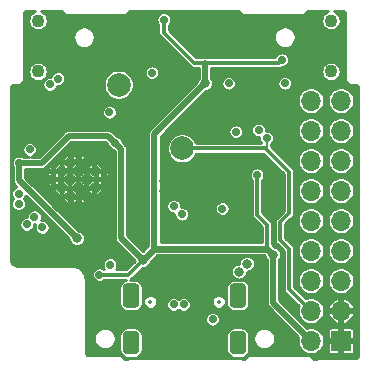
<source format=gbr>
%TF.GenerationSoftware,KiCad,Pcbnew,(5.1.12-1-10_14)*%
%TF.CreationDate,2022-03-23T16:43:39+08:00*%
%TF.ProjectId,DeerMon,44656572-4d6f-46e2-9e6b-696361645f70,rev?*%
%TF.SameCoordinates,Original*%
%TF.FileFunction,Copper,L3,Inr*%
%TF.FilePolarity,Positive*%
%FSLAX46Y46*%
G04 Gerber Fmt 4.6, Leading zero omitted, Abs format (unit mm)*
G04 Created by KiCad (PCBNEW (5.1.12-1-10_14)) date 2022-03-23 16:43:39*
%MOMM*%
%LPD*%
G01*
G04 APERTURE LIST*
%TA.AperFunction,ComponentPad*%
%ADD10C,2.000000*%
%TD*%
%TA.AperFunction,ComponentPad*%
%ADD11O,1.700000X1.700000*%
%TD*%
%TA.AperFunction,ComponentPad*%
%ADD12R,1.700000X1.700000*%
%TD*%
%TA.AperFunction,ComponentPad*%
%ADD13C,1.100000*%
%TD*%
%TA.AperFunction,ComponentPad*%
%ADD14C,0.500000*%
%TD*%
%TA.AperFunction,ViaPad*%
%ADD15C,0.500000*%
%TD*%
%TA.AperFunction,ViaPad*%
%ADD16C,0.800000*%
%TD*%
%TA.AperFunction,ViaPad*%
%ADD17C,0.700000*%
%TD*%
%TA.AperFunction,Conductor*%
%ADD18C,0.500000*%
%TD*%
%TA.AperFunction,Conductor*%
%ADD19C,0.600000*%
%TD*%
%TA.AperFunction,Conductor*%
%ADD20C,0.350000*%
%TD*%
%TA.AperFunction,Conductor*%
%ADD21C,0.200000*%
%TD*%
%TA.AperFunction,Conductor*%
%ADD22C,0.254000*%
%TD*%
%ADD23C,0.300000*%
%ADD24C,0.350000*%
%ADD25C,0.250000*%
%ADD26O,0.600000X1.200000*%
%ADD27O,0.600000X1.700000*%
G04 APERTURE END LIST*
D10*
%TO.N,Net-(BZ1-Pad2)*%
%TO.C,BZ1*%
X9425988Y30974012D03*
%TO.N,+5V*%
X14800000Y25600000D03*
%TD*%
D11*
%TO.N,/BOOT*%
%TO.C,J3*%
X25710000Y29620000D03*
%TO.N,/EN*%
X28250000Y29620000D03*
%TO.N,/IO26*%
X25710000Y27080000D03*
%TO.N,/IO27*%
X28250000Y27080000D03*
%TO.N,/IO33*%
X25710000Y24540000D03*
%TO.N,/IO25*%
X28250000Y24540000D03*
%TO.N,/IO35*%
X25710000Y22000000D03*
%TO.N,/IO32*%
X28250000Y22000000D03*
%TO.N,/IO5*%
X25710000Y19460000D03*
%TO.N,/IO34*%
X28250000Y19460000D03*
%TO.N,/IO22*%
X25710000Y16920000D03*
%TO.N,/IO19*%
X28250000Y16920000D03*
%TO.N,/ESP_TX*%
X25710000Y14380000D03*
%TO.N,/ESP_RX*%
X28250000Y14380000D03*
%TO.N,+5V*%
X25710000Y11840000D03*
%TO.N,GND*%
X28250000Y11840000D03*
%TO.N,+3V3*%
X25710000Y9300000D03*
D12*
%TO.N,GND*%
X28250000Y9300000D03*
%TD*%
D13*
%TO.N,*%
%TO.C,SW1*%
X2600000Y32100000D03*
X2600000Y36400000D03*
%TD*%
%TO.N,*%
%TO.C,SW2*%
X27400000Y36400000D03*
X27400000Y32100000D03*
%TD*%
D14*
%TO.N,GND*%
%TO.C,U4*%
X8156676Y23671751D03*
X7414214Y24414214D03*
X6671751Y25156676D03*
X7484924Y23000000D03*
X6742462Y23742462D03*
X6000000Y24484924D03*
X6742462Y22257538D03*
X6000000Y23000000D03*
X5257538Y23742462D03*
X6000000Y21515076D03*
X5257538Y22257538D03*
X4515076Y23000000D03*
X5328249Y25156676D03*
X8156676Y22328249D03*
X4585786Y24414214D03*
X7414214Y21585786D03*
X3843324Y23671751D03*
X6671751Y20843324D03*
X3843324Y22328249D03*
X4585786Y21585786D03*
X5328249Y20843324D03*
%TD*%
%TO.N,Net-(J1-PadS1)*%
%TO.C,J1*%
%TA.AperFunction,ComponentPad*%
G36*
G01*
X18825000Y8500000D02*
X18825000Y9800000D01*
G75*
G02*
X19175000Y10150000I350000J0D01*
G01*
X19875000Y10150000D01*
G75*
G02*
X20225000Y9800000I0J-350000D01*
G01*
X20225000Y8500000D01*
G75*
G02*
X19875000Y8150000I-350000J0D01*
G01*
X19175000Y8150000D01*
G75*
G02*
X18825000Y8500000I0J350000D01*
G01*
G37*
%TD.AperFunction*%
%TA.AperFunction,ComponentPad*%
G36*
G01*
X9775000Y8500000D02*
X9775000Y9800000D01*
G75*
G02*
X10125000Y10150000I350000J0D01*
G01*
X10825000Y10150000D01*
G75*
G02*
X11175000Y9800000I0J-350000D01*
G01*
X11175000Y8500000D01*
G75*
G02*
X10825000Y8150000I-350000J0D01*
G01*
X10125000Y8150000D01*
G75*
G02*
X9775000Y8500000I0J350000D01*
G01*
G37*
%TD.AperFunction*%
%TA.AperFunction,ComponentPad*%
G36*
G01*
X9775000Y12430000D02*
X9775000Y13830000D01*
G75*
G02*
X10125000Y14180000I350000J0D01*
G01*
X10825000Y14180000D01*
G75*
G02*
X11175000Y13830000I0J-350000D01*
G01*
X11175000Y12430000D01*
G75*
G02*
X10825000Y12080000I-350000J0D01*
G01*
X10125000Y12080000D01*
G75*
G02*
X9775000Y12430000I0J350000D01*
G01*
G37*
%TD.AperFunction*%
%TA.AperFunction,ComponentPad*%
G36*
G01*
X18825000Y12430000D02*
X18825000Y13830000D01*
G75*
G02*
X19175000Y14180000I350000J0D01*
G01*
X19875000Y14180000D01*
G75*
G02*
X20225000Y13830000I0J-350000D01*
G01*
X20225000Y12430000D01*
G75*
G02*
X19875000Y12080000I-350000J0D01*
G01*
X19175000Y12080000D01*
G75*
G02*
X18825000Y12430000I0J350000D01*
G01*
G37*
%TD.AperFunction*%
%TD*%
D15*
%TO.N,GND*%
X7100000Y17700000D03*
X12000000Y11000000D03*
X17000000Y10000000D03*
X14500000Y10000000D03*
X6000000Y36750000D03*
X2000000Y30500000D03*
X22600000Y25775000D03*
X22650000Y23600000D03*
X16100000Y26950000D03*
X18250000Y26650000D03*
X10350000Y28050000D03*
X10850000Y18750000D03*
X2750000Y17250000D03*
X1000000Y27000000D03*
X13100000Y22800000D03*
X13100000Y21950000D03*
X22425000Y20875000D03*
X23100000Y21550000D03*
X19650000Y20600000D03*
X14250000Y18250000D03*
X13200000Y17850000D03*
X11650000Y21350000D03*
X11650000Y20550000D03*
X11550000Y18100000D03*
X9750000Y16150000D03*
X9250000Y16650000D03*
X16700000Y26350000D03*
X18500000Y32100000D03*
X18500000Y33600000D03*
X22000000Y35500000D03*
X24750000Y36000000D03*
X11500000Y35500000D03*
X12000000Y31250000D03*
X11250000Y31250000D03*
X11250000Y30500000D03*
X8250000Y29850000D03*
X7750000Y33300000D03*
X6050000Y29000000D03*
X5150000Y29000000D03*
X5850000Y31000000D03*
X6600000Y31000000D03*
X22050000Y27250000D03*
X15000000Y30750000D03*
X15750000Y31500000D03*
X15900000Y12250000D03*
X8700000Y11000000D03*
X3000000Y16000000D03*
X4000000Y16000000D03*
X1000000Y16000000D03*
X2000000Y16000000D03*
X6350000Y16200000D03*
X7000000Y13500000D03*
X7000000Y12500000D03*
X7000000Y11500000D03*
X7000000Y10500000D03*
X7000000Y9500000D03*
X7000000Y8500000D03*
X6900000Y16850000D03*
X8000000Y8250000D03*
X750000Y17500000D03*
X750000Y19500000D03*
X800000Y30500000D03*
X750000Y28500000D03*
X8000000Y36750000D03*
X10000000Y36750000D03*
X12000000Y36750000D03*
X14000000Y36750000D03*
X16000000Y36750000D03*
X18000000Y36750000D03*
X20000000Y36750000D03*
X22000000Y36750000D03*
X24000000Y36750000D03*
X12000000Y8250000D03*
X14000000Y8250000D03*
X16000000Y8250000D03*
X18000000Y8250000D03*
X3400000Y16550000D03*
X3750000Y27750000D03*
X7000000Y28750000D03*
X8150000Y16850000D03*
X8200000Y17700000D03*
X7000000Y14500000D03*
X7150000Y15300000D03*
X7750000Y16000000D03*
X5500000Y16000000D03*
X23200000Y15500000D03*
X21550000Y15500000D03*
X22000000Y8250000D03*
X23750000Y10250000D03*
X2750000Y34250000D03*
X5250000Y36000000D03*
X21700000Y30550000D03*
X20750000Y30550000D03*
X17450000Y30550000D03*
X8000000Y35500000D03*
X27250000Y34250000D03*
X24550000Y32100000D03*
X29250000Y28350000D03*
X29250000Y25800000D03*
X29250000Y23250000D03*
X29250000Y20750000D03*
X29250000Y18200000D03*
X29250000Y15650000D03*
X25250000Y31250000D03*
X29250000Y30500000D03*
X22850000Y10250000D03*
X24000000Y8250000D03*
X15750000Y18250000D03*
X17050000Y17850000D03*
X20750000Y17900000D03*
X23250000Y20500000D03*
X22000000Y20450000D03*
X24150000Y19350000D03*
D16*
%TO.N,+3V3*%
X5900000Y17975000D03*
D17*
X21150000Y23350000D03*
D16*
X16750000Y31100000D03*
D17*
X13250000Y36500000D03*
X9150000Y26025000D03*
D16*
X11500000Y16150000D03*
X22500000Y16600000D03*
D17*
X21275000Y27150000D03*
X7800000Y14900000D03*
X1000000Y24350000D03*
X23250000Y33100000D03*
%TO.N,+5V*%
X17375000Y11125000D03*
X21950000Y26475000D03*
%TO.N,/EN*%
X19350000Y27000000D03*
%TO.N,/D+*%
X14925000Y12375000D03*
D16*
X19614124Y15164124D03*
D17*
%TO.N,/D-*%
X14075000Y12375000D03*
D16*
X20285876Y15835876D03*
D17*
%TO.N,/LEDK*%
X12250000Y32000000D03*
X18750000Y31100000D03*
%TO.N,/BOOT*%
X8650000Y28650000D03*
X18200000Y20500000D03*
X4300000Y31500000D03*
%TO.N,/ESP_TX*%
X2300000Y19800000D03*
X14100000Y20700000D03*
%TO.N,/ESP_RX*%
X14775000Y20025000D03*
X1650000Y19150000D03*
%TO.N,/BLK*%
X3600000Y31000000D03*
X23500000Y31100000D03*
%TO.N,/IO22*%
X950000Y20900000D03*
%TO.N,/IO5*%
X1900000Y25500000D03*
%TO.N,/IO19*%
X950000Y21750000D03*
%TO.N,/RMT_RGB*%
X8700000Y15750000D03*
X2950000Y18900000D03*
%TD*%
D18*
%TO.N,+3V3*%
X9650000Y18000000D02*
X9650000Y25525000D01*
X11500000Y16150000D02*
X9650000Y18000000D01*
X9650000Y25525000D02*
X9150000Y26025000D01*
D19*
X12450000Y17100000D02*
X11500000Y16150000D01*
D18*
X12450000Y17100000D02*
X12450000Y26800000D01*
X12450000Y26800000D02*
X16750000Y31100000D01*
X22500000Y12510000D02*
X25710000Y9300000D01*
D20*
X10250000Y14900000D02*
X11500000Y16150000D01*
X7800000Y14900000D02*
X10250000Y14900000D01*
D18*
X8525000Y26650000D02*
X9150000Y26025000D01*
X5200000Y26650000D02*
X8525000Y26650000D01*
X2900000Y24350000D02*
X5200000Y26650000D01*
X1000000Y24350000D02*
X2900000Y24350000D01*
X1000000Y22875000D02*
X1000000Y24350000D01*
X5900000Y17975000D02*
X1000000Y22875000D01*
D20*
X23250000Y33100000D02*
X23000000Y32850000D01*
X23000000Y32850000D02*
X16750000Y32850000D01*
D18*
X16750000Y31100000D02*
X16750000Y32850000D01*
D20*
X16750000Y32850000D02*
X15800000Y32850000D01*
X13250000Y35400000D02*
X13250000Y36500000D01*
X15800000Y32850000D02*
X13250000Y35400000D01*
D19*
X22000000Y17100000D02*
X22500000Y16600000D01*
D18*
X22500000Y16600000D02*
X22500000Y12510000D01*
D19*
X12450000Y17100000D02*
X22000000Y17100000D01*
D20*
X21150000Y19975000D02*
X22000000Y19125000D01*
X22000000Y19125000D02*
X22000000Y17100000D01*
X21150000Y23350000D02*
X21150000Y19975000D01*
%TO.N,+5V*%
X14800000Y25600000D02*
X21000000Y25600000D01*
X21000000Y25600000D02*
X21850000Y25600000D01*
D21*
X21950000Y25700000D02*
X21850000Y25600000D01*
X21950000Y26475000D02*
X21950000Y25700000D01*
D20*
X23100000Y19350000D02*
X23100000Y17800000D01*
X25710000Y11840000D02*
X23850000Y13700000D01*
X21850000Y25600000D02*
X23850000Y23600000D01*
X23850000Y20100000D02*
X23100000Y19350000D01*
X23100000Y17800000D02*
X23850000Y17050000D01*
X23850000Y23600000D02*
X23850000Y20100000D01*
X23850000Y13700000D02*
X23850000Y17050000D01*
%TD*%
D22*
%TO.N,GND*%
X19910197Y36910197D02*
X19929443Y36894403D01*
X19951399Y36882667D01*
X19975224Y36875440D01*
X20000000Y36873000D01*
X25000000Y36873000D01*
X25024776Y36875440D01*
X25048601Y36882667D01*
X25070557Y36894403D01*
X25089803Y36910197D01*
X25430812Y37251206D01*
X25517038Y37225173D01*
X25543830Y37219869D01*
X25570659Y37214166D01*
X25574853Y37213725D01*
X25720530Y37199441D01*
X25720536Y37199441D01*
X25735167Y37198000D01*
X27172759Y37198000D01*
X27158773Y37195218D01*
X27008269Y37132877D01*
X26872819Y37042372D01*
X26757628Y36927181D01*
X26667123Y36791731D01*
X26604782Y36641227D01*
X26573000Y36481452D01*
X26573000Y36318548D01*
X26604782Y36158773D01*
X26667123Y36008269D01*
X26757628Y35872819D01*
X26872819Y35757628D01*
X27008269Y35667123D01*
X27158773Y35604782D01*
X27318548Y35573000D01*
X27481452Y35573000D01*
X27641227Y35604782D01*
X27791731Y35667123D01*
X27927181Y35757628D01*
X28042372Y35872819D01*
X28132877Y36008269D01*
X28195218Y36158773D01*
X28227000Y36318548D01*
X28227000Y36481452D01*
X28195218Y36641227D01*
X28132877Y36791731D01*
X28042372Y36927181D01*
X27927181Y37042372D01*
X27791731Y37132877D01*
X27641227Y37195218D01*
X27627241Y37198000D01*
X28385228Y37198000D01*
X28438178Y37192809D01*
X28474899Y37181721D01*
X28508768Y37163713D01*
X28538496Y37139468D01*
X28562951Y37109907D01*
X28581194Y37076168D01*
X28592537Y37039524D01*
X28598000Y36987546D01*
X28598001Y31485167D01*
X28599259Y31472399D01*
X28599248Y31470885D01*
X28599660Y31466688D01*
X28602220Y31442327D01*
X28602371Y31440798D01*
X28602386Y31440747D01*
X28604760Y31418164D01*
X28610253Y31391407D01*
X28615392Y31364465D01*
X28616612Y31360428D01*
X28631040Y31313818D01*
X28641627Y31288632D01*
X28651902Y31263202D01*
X28653882Y31259479D01*
X28677089Y31216560D01*
X28692365Y31193914D01*
X28707376Y31170972D01*
X28710042Y31167705D01*
X28741142Y31130110D01*
X28760544Y31110843D01*
X28779722Y31091259D01*
X28782971Y31088571D01*
X28820782Y31057734D01*
X28843538Y31042616D01*
X28866157Y31027128D01*
X28869867Y31025122D01*
X28912947Y31002215D01*
X28938235Y30991792D01*
X28963417Y30980999D01*
X28967446Y30979752D01*
X29014155Y30965650D01*
X29040944Y30960346D01*
X29067778Y30954643D01*
X29071973Y30954202D01*
X29120532Y30949441D01*
X29120536Y30949441D01*
X29135167Y30948000D01*
X29485228Y30948000D01*
X29538178Y30942809D01*
X29574899Y30931721D01*
X29608768Y30913713D01*
X29638496Y30889468D01*
X29662951Y30859907D01*
X29681194Y30826168D01*
X29692537Y30789524D01*
X29698001Y30737536D01*
X29698000Y8014772D01*
X29694349Y7977539D01*
X29616870Y7883130D01*
X29522488Y7805672D01*
X29487547Y7802000D01*
X26235167Y7802000D01*
X26222035Y7800707D01*
X26217392Y7800739D01*
X26213195Y7800327D01*
X26067623Y7785026D01*
X26040876Y7779536D01*
X26013926Y7774395D01*
X26009889Y7773175D01*
X25930886Y7748720D01*
X25589803Y8089803D01*
X25570557Y8105597D01*
X25548601Y8117333D01*
X25524776Y8124560D01*
X25500000Y8127000D01*
X20500000Y8127000D01*
X20475224Y8124560D01*
X20451399Y8117333D01*
X20429443Y8105597D01*
X20410197Y8089803D01*
X20069188Y7748794D01*
X19982962Y7774827D01*
X19956170Y7780131D01*
X19929341Y7785834D01*
X19925147Y7786275D01*
X19779471Y7800559D01*
X19779464Y7800559D01*
X19764833Y7802000D01*
X10235167Y7802000D01*
X10222035Y7800707D01*
X10217392Y7800739D01*
X10213195Y7800327D01*
X10067623Y7785026D01*
X10040876Y7779536D01*
X10013926Y7774395D01*
X10009889Y7773175D01*
X9930886Y7748720D01*
X9589803Y8089803D01*
X9570557Y8105597D01*
X9548601Y8117333D01*
X9524776Y8124560D01*
X9500000Y8127000D01*
X6714948Y8127000D01*
X6694022Y8166150D01*
X6644376Y8329811D01*
X6627000Y8506234D01*
X6627000Y9590372D01*
X7332440Y9590372D01*
X7332440Y9409628D01*
X7367701Y9232358D01*
X7436869Y9065372D01*
X7537284Y8915089D01*
X7665089Y8787284D01*
X7815372Y8686869D01*
X7982358Y8617701D01*
X8159628Y8582440D01*
X8340372Y8582440D01*
X8517642Y8617701D01*
X8684628Y8686869D01*
X8834911Y8787284D01*
X8962716Y8915089D01*
X9063131Y9065372D01*
X9132299Y9232358D01*
X9167560Y9409628D01*
X9167560Y9590372D01*
X9132299Y9767642D01*
X9118896Y9800000D01*
X9496660Y9800000D01*
X9496660Y8500000D01*
X9508733Y8377417D01*
X9544490Y8259545D01*
X9602554Y8150913D01*
X9680697Y8055697D01*
X9775913Y7977554D01*
X9884545Y7919490D01*
X10002417Y7883733D01*
X10125000Y7871660D01*
X10825000Y7871660D01*
X10947583Y7883733D01*
X11065455Y7919490D01*
X11174087Y7977554D01*
X11269303Y8055697D01*
X11347446Y8150913D01*
X11405510Y8259545D01*
X11441267Y8377417D01*
X11453340Y8500000D01*
X11453340Y9800000D01*
X18546660Y9800000D01*
X18546660Y8500000D01*
X18558733Y8377417D01*
X18594490Y8259545D01*
X18652554Y8150913D01*
X18730697Y8055697D01*
X18825913Y7977554D01*
X18934545Y7919490D01*
X19052417Y7883733D01*
X19175000Y7871660D01*
X19875000Y7871660D01*
X19997583Y7883733D01*
X20115455Y7919490D01*
X20224087Y7977554D01*
X20319303Y8055697D01*
X20397446Y8150913D01*
X20455510Y8259545D01*
X20491267Y8377417D01*
X20503340Y8500000D01*
X20503340Y9590372D01*
X20832440Y9590372D01*
X20832440Y9409628D01*
X20867701Y9232358D01*
X20936869Y9065372D01*
X21037284Y8915089D01*
X21165089Y8787284D01*
X21315372Y8686869D01*
X21482358Y8617701D01*
X21659628Y8582440D01*
X21840372Y8582440D01*
X22017642Y8617701D01*
X22184628Y8686869D01*
X22334911Y8787284D01*
X22462716Y8915089D01*
X22563131Y9065372D01*
X22632299Y9232358D01*
X22667560Y9409628D01*
X22667560Y9590372D01*
X22632299Y9767642D01*
X22563131Y9934628D01*
X22462716Y10084911D01*
X22334911Y10212716D01*
X22184628Y10313131D01*
X22017642Y10382299D01*
X21840372Y10417560D01*
X21659628Y10417560D01*
X21482358Y10382299D01*
X21315372Y10313131D01*
X21165089Y10212716D01*
X21037284Y10084911D01*
X20936869Y9934628D01*
X20867701Y9767642D01*
X20832440Y9590372D01*
X20503340Y9590372D01*
X20503340Y9800000D01*
X20491267Y9922583D01*
X20455510Y10040455D01*
X20397446Y10149087D01*
X20319303Y10244303D01*
X20224087Y10322446D01*
X20115455Y10380510D01*
X19997583Y10416267D01*
X19875000Y10428340D01*
X19175000Y10428340D01*
X19052417Y10416267D01*
X18934545Y10380510D01*
X18825913Y10322446D01*
X18730697Y10244303D01*
X18652554Y10149087D01*
X18594490Y10040455D01*
X18558733Y9922583D01*
X18546660Y9800000D01*
X11453340Y9800000D01*
X11441267Y9922583D01*
X11405510Y10040455D01*
X11347446Y10149087D01*
X11269303Y10244303D01*
X11174087Y10322446D01*
X11065455Y10380510D01*
X10947583Y10416267D01*
X10825000Y10428340D01*
X10125000Y10428340D01*
X10002417Y10416267D01*
X9884545Y10380510D01*
X9775913Y10322446D01*
X9680697Y10244303D01*
X9602554Y10149087D01*
X9544490Y10040455D01*
X9508733Y9922583D01*
X9496660Y9800000D01*
X9118896Y9800000D01*
X9063131Y9934628D01*
X8962716Y10084911D01*
X8834911Y10212716D01*
X8684628Y10313131D01*
X8517642Y10382299D01*
X8340372Y10417560D01*
X8159628Y10417560D01*
X7982358Y10382299D01*
X7815372Y10313131D01*
X7665089Y10212716D01*
X7537284Y10084911D01*
X7436869Y9934628D01*
X7367701Y9767642D01*
X7332440Y9590372D01*
X6627000Y9590372D01*
X6627000Y11186754D01*
X16748000Y11186754D01*
X16748000Y11063246D01*
X16772095Y10942111D01*
X16819360Y10828004D01*
X16887977Y10725311D01*
X16975311Y10637977D01*
X17078004Y10569360D01*
X17192111Y10522095D01*
X17313246Y10498000D01*
X17436754Y10498000D01*
X17557889Y10522095D01*
X17671996Y10569360D01*
X17774689Y10637977D01*
X17862023Y10725311D01*
X17930640Y10828004D01*
X17977905Y10942111D01*
X18002000Y11063246D01*
X18002000Y11186754D01*
X17977905Y11307889D01*
X17930640Y11421996D01*
X17862023Y11524689D01*
X17774689Y11612023D01*
X17671996Y11680640D01*
X17557889Y11727905D01*
X17436754Y11752000D01*
X17313246Y11752000D01*
X17192111Y11727905D01*
X17078004Y11680640D01*
X16975311Y11612023D01*
X16887977Y11524689D01*
X16819360Y11421996D01*
X16772095Y11307889D01*
X16748000Y11186754D01*
X6627000Y11186754D01*
X6627000Y14500000D01*
X6626388Y14512448D01*
X6607173Y14707538D01*
X6602317Y14731956D01*
X6545412Y14919549D01*
X6535884Y14942550D01*
X6443474Y15115437D01*
X6429642Y15136138D01*
X6305279Y15287675D01*
X6287675Y15305279D01*
X6136138Y15429642D01*
X6115437Y15443474D01*
X5942550Y15535884D01*
X5919549Y15545412D01*
X5731956Y15602317D01*
X5707538Y15607173D01*
X5512448Y15626388D01*
X5500000Y15627000D01*
X1006234Y15627000D01*
X829811Y15644376D01*
X666150Y15694022D01*
X515328Y15774638D01*
X383130Y15883130D01*
X302000Y15981987D01*
X302000Y19211754D01*
X1023000Y19211754D01*
X1023000Y19088246D01*
X1047095Y18967111D01*
X1094360Y18853004D01*
X1162977Y18750311D01*
X1250311Y18662977D01*
X1353004Y18594360D01*
X1467111Y18547095D01*
X1588246Y18523000D01*
X1711754Y18523000D01*
X1832889Y18547095D01*
X1946996Y18594360D01*
X2049689Y18662977D01*
X2137023Y18750311D01*
X2205640Y18853004D01*
X2252905Y18967111D01*
X2277000Y19088246D01*
X2277000Y19173000D01*
X2361754Y19173000D01*
X2386456Y19177913D01*
X2347095Y19082889D01*
X2323000Y18961754D01*
X2323000Y18838246D01*
X2347095Y18717111D01*
X2394360Y18603004D01*
X2462977Y18500311D01*
X2550311Y18412977D01*
X2653004Y18344360D01*
X2767111Y18297095D01*
X2888246Y18273000D01*
X3011754Y18273000D01*
X3132889Y18297095D01*
X3246996Y18344360D01*
X3349689Y18412977D01*
X3437023Y18500311D01*
X3505640Y18603004D01*
X3552905Y18717111D01*
X3577000Y18838246D01*
X3577000Y18961754D01*
X3552905Y19082889D01*
X3505640Y19196996D01*
X3437023Y19299689D01*
X3349689Y19387023D01*
X3246996Y19455640D01*
X3132889Y19502905D01*
X3011754Y19527000D01*
X2888246Y19527000D01*
X2863544Y19522087D01*
X2902905Y19617111D01*
X2927000Y19738246D01*
X2927000Y19861754D01*
X2902905Y19982889D01*
X2855640Y20096996D01*
X2787023Y20199689D01*
X2699689Y20287023D01*
X2596996Y20355640D01*
X2482889Y20402905D01*
X2361754Y20427000D01*
X2238246Y20427000D01*
X2117111Y20402905D01*
X2003004Y20355640D01*
X1900311Y20287023D01*
X1812977Y20199689D01*
X1744360Y20096996D01*
X1697095Y19982889D01*
X1673000Y19861754D01*
X1673000Y19777000D01*
X1588246Y19777000D01*
X1467111Y19752905D01*
X1353004Y19705640D01*
X1250311Y19637023D01*
X1162977Y19549689D01*
X1094360Y19446996D01*
X1047095Y19332889D01*
X1023000Y19211754D01*
X302000Y19211754D01*
X302000Y21811754D01*
X323000Y21811754D01*
X323000Y21688246D01*
X347095Y21567111D01*
X394360Y21453004D01*
X462977Y21350311D01*
X488288Y21325000D01*
X462977Y21299689D01*
X394360Y21196996D01*
X347095Y21082889D01*
X323000Y20961754D01*
X323000Y20838246D01*
X347095Y20717111D01*
X394360Y20603004D01*
X462977Y20500311D01*
X550311Y20412977D01*
X653004Y20344360D01*
X767111Y20297095D01*
X888246Y20273000D01*
X1011754Y20273000D01*
X1132889Y20297095D01*
X1246996Y20344360D01*
X1349689Y20412977D01*
X1437023Y20500311D01*
X1505640Y20603004D01*
X1552905Y20717111D01*
X1577000Y20838246D01*
X1577000Y20961754D01*
X1552905Y21082889D01*
X1505640Y21196996D01*
X1437023Y21299689D01*
X1411712Y21325000D01*
X1437023Y21350311D01*
X1505640Y21453004D01*
X1552905Y21567111D01*
X1554513Y21575197D01*
X5223400Y17906310D01*
X5249016Y17777526D01*
X5300050Y17654320D01*
X5374140Y17543437D01*
X5468437Y17449140D01*
X5579320Y17375050D01*
X5702526Y17324016D01*
X5833321Y17298000D01*
X5966679Y17298000D01*
X6097474Y17324016D01*
X6220680Y17375050D01*
X6331563Y17449140D01*
X6425860Y17543437D01*
X6499950Y17654320D01*
X6550984Y17777526D01*
X6577000Y17908321D01*
X6577000Y18041679D01*
X6550984Y18172474D01*
X6499950Y18295680D01*
X6425860Y18406563D01*
X6331563Y18500860D01*
X6220680Y18574950D01*
X6097474Y18625984D01*
X5968690Y18651600D01*
X3979026Y20641264D01*
X4838765Y20641264D01*
X4876249Y20570932D01*
X4864431Y20559114D01*
X4949431Y20474114D01*
X4953350Y20469327D01*
X4958246Y20465299D01*
X5044039Y20379506D01*
X5055905Y20391372D01*
X5125010Y20354328D01*
X5126189Y20353840D01*
X5205249Y20399762D01*
X5205249Y20540716D01*
X5314108Y20649575D01*
X5342390Y20649575D01*
X5451249Y20540716D01*
X5451249Y20399762D01*
X5530309Y20353840D01*
X5600641Y20391324D01*
X5612459Y20379506D01*
X5697459Y20464506D01*
X5702246Y20468425D01*
X5706274Y20473321D01*
X5792067Y20559114D01*
X5780201Y20570980D01*
X5817245Y20640085D01*
X5817733Y20641264D01*
X6182267Y20641264D01*
X6219751Y20570932D01*
X6207933Y20559114D01*
X6292933Y20474114D01*
X6296852Y20469327D01*
X6301748Y20465299D01*
X6387541Y20379506D01*
X6399407Y20391372D01*
X6468512Y20354328D01*
X6469691Y20353840D01*
X6548751Y20399762D01*
X6548751Y20540716D01*
X6657610Y20649575D01*
X6685892Y20649575D01*
X6794751Y20540716D01*
X6794751Y20399762D01*
X6873811Y20353840D01*
X6944143Y20391324D01*
X6955961Y20379506D01*
X7040961Y20464506D01*
X7045748Y20468425D01*
X7049776Y20473321D01*
X7135569Y20559114D01*
X7123703Y20570980D01*
X7160747Y20640085D01*
X7161235Y20641264D01*
X7115313Y20720324D01*
X6974359Y20720324D01*
X6865500Y20829183D01*
X6685892Y20649575D01*
X6657610Y20649575D01*
X6478002Y20829183D01*
X6369143Y20720324D01*
X6228189Y20720324D01*
X6182267Y20641264D01*
X5817733Y20641264D01*
X5771811Y20720324D01*
X5630857Y20720324D01*
X5521998Y20829183D01*
X5342390Y20649575D01*
X5314108Y20649575D01*
X5134500Y20829183D01*
X5025641Y20720324D01*
X4884687Y20720324D01*
X4838765Y20641264D01*
X3979026Y20641264D01*
X3236564Y21383726D01*
X4096302Y21383726D01*
X4133786Y21313394D01*
X4121968Y21301576D01*
X4206968Y21216576D01*
X4210887Y21211789D01*
X4215783Y21207761D01*
X4301576Y21121968D01*
X4313442Y21133834D01*
X4382547Y21096790D01*
X4383726Y21096302D01*
X4462786Y21142224D01*
X4462786Y21283178D01*
X4571645Y21392037D01*
X4599927Y21392037D01*
X4708786Y21283178D01*
X4708786Y21142224D01*
X4787846Y21096302D01*
X4858178Y21133786D01*
X4869996Y21121968D01*
X4869997Y21121968D01*
X4876297Y21115668D01*
X4839253Y21046563D01*
X4838765Y21045384D01*
X4884687Y20966324D01*
X5025641Y20966324D01*
X5134500Y20857465D01*
X5314108Y21037073D01*
X5342390Y21037073D01*
X5521998Y20857465D01*
X5630857Y20966324D01*
X5771811Y20966324D01*
X5810461Y21032865D01*
X5877000Y21071514D01*
X5877000Y21212467D01*
X5985859Y21321327D01*
X6014141Y21321327D01*
X6123000Y21212468D01*
X6123000Y21071514D01*
X6189539Y21032865D01*
X6228189Y20966324D01*
X6369143Y20966324D01*
X6478002Y20857465D01*
X6657610Y21037073D01*
X6685892Y21037073D01*
X6865500Y20857465D01*
X6974359Y20966324D01*
X7115313Y20966324D01*
X7161235Y21045384D01*
X7123751Y21115715D01*
X7141870Y21133834D01*
X7210975Y21096790D01*
X7212154Y21096302D01*
X7291214Y21142224D01*
X7291214Y21283178D01*
X7400073Y21392037D01*
X7428355Y21392037D01*
X7537214Y21283178D01*
X7537214Y21142224D01*
X7616274Y21096302D01*
X7686606Y21133786D01*
X7698424Y21121968D01*
X7783424Y21206968D01*
X7788211Y21210887D01*
X7792239Y21215783D01*
X7878032Y21301576D01*
X7866166Y21313442D01*
X7903210Y21382547D01*
X7903698Y21383726D01*
X7857776Y21462786D01*
X7716822Y21462786D01*
X7607963Y21571645D01*
X7428355Y21392037D01*
X7400073Y21392037D01*
X7220465Y21571645D01*
X7111606Y21462786D01*
X6970652Y21462786D01*
X6924730Y21383726D01*
X6962214Y21313393D01*
X6955962Y21307141D01*
X6955961Y21307142D01*
X6944095Y21295276D01*
X6874990Y21332320D01*
X6873811Y21332808D01*
X6794751Y21286886D01*
X6794751Y21145932D01*
X6685892Y21037073D01*
X6657610Y21037073D01*
X6548751Y21145932D01*
X6548751Y21286886D01*
X6482212Y21325535D01*
X6443562Y21392076D01*
X6302608Y21392076D01*
X6193749Y21500935D01*
X6014141Y21321327D01*
X5985859Y21321327D01*
X5806251Y21500935D01*
X5697392Y21392076D01*
X5556438Y21392076D01*
X5517788Y21325535D01*
X5451249Y21286886D01*
X5451249Y21145931D01*
X5342390Y21037073D01*
X5314108Y21037073D01*
X5205249Y21145932D01*
X5205249Y21286886D01*
X5126189Y21332808D01*
X5055857Y21295324D01*
X5044039Y21307142D01*
X5044039Y21307141D01*
X5037738Y21313442D01*
X5074782Y21382547D01*
X5075270Y21383726D01*
X5029348Y21462786D01*
X4888394Y21462786D01*
X4779535Y21571645D01*
X4599927Y21392037D01*
X4571645Y21392037D01*
X4392037Y21571645D01*
X4283178Y21462786D01*
X4142224Y21462786D01*
X4096302Y21383726D01*
X3236564Y21383726D01*
X2494101Y22126189D01*
X3353840Y22126189D01*
X3391324Y22055857D01*
X3379506Y22044039D01*
X3464506Y21959039D01*
X3468425Y21954252D01*
X3473321Y21950224D01*
X3559114Y21864431D01*
X3570980Y21876297D01*
X3640085Y21839253D01*
X3641264Y21838765D01*
X3720324Y21884687D01*
X3720324Y22025641D01*
X3829183Y22134500D01*
X3857465Y22134500D01*
X3966324Y22025641D01*
X3966324Y21884687D01*
X4045384Y21838765D01*
X4115716Y21876249D01*
X4121969Y21869996D01*
X4121968Y21869996D01*
X4133834Y21858130D01*
X4096790Y21789025D01*
X4096302Y21787846D01*
X4142224Y21708786D01*
X4283178Y21708786D01*
X4392037Y21599927D01*
X4571645Y21779535D01*
X4599927Y21779535D01*
X4779535Y21599927D01*
X4888394Y21708786D01*
X5029348Y21708786D01*
X5067998Y21775326D01*
X5134538Y21813976D01*
X5134538Y21954930D01*
X5243397Y22063789D01*
X5271679Y22063789D01*
X5380538Y21954930D01*
X5380538Y21813976D01*
X5459598Y21768054D01*
X5529930Y21805538D01*
X5548048Y21787420D01*
X5511004Y21718315D01*
X5510516Y21717136D01*
X5556438Y21638076D01*
X5697392Y21638076D01*
X5806251Y21529217D01*
X5985859Y21708825D01*
X6014141Y21708825D01*
X6193749Y21529217D01*
X6302608Y21638076D01*
X6443562Y21638076D01*
X6489484Y21717136D01*
X6452000Y21787468D01*
X6470118Y21805586D01*
X6539223Y21768542D01*
X6540402Y21768054D01*
X6619462Y21813976D01*
X6619462Y21954930D01*
X6728321Y22063789D01*
X6756603Y22063789D01*
X6865462Y21954930D01*
X6865462Y21813976D01*
X6932002Y21775326D01*
X6970652Y21708786D01*
X7111606Y21708786D01*
X7220465Y21599927D01*
X7400073Y21779535D01*
X7428355Y21779535D01*
X7607963Y21599927D01*
X7716822Y21708786D01*
X7857776Y21708786D01*
X7903698Y21787846D01*
X7866214Y21858178D01*
X7884333Y21876297D01*
X7953437Y21839253D01*
X7954616Y21838765D01*
X8033676Y21884687D01*
X8033676Y22025641D01*
X8142535Y22134500D01*
X8170817Y22134500D01*
X8279676Y22025641D01*
X8279676Y21884687D01*
X8358736Y21838765D01*
X8429068Y21876249D01*
X8440886Y21864431D01*
X8525886Y21949431D01*
X8530673Y21953350D01*
X8534701Y21958246D01*
X8620494Y22044039D01*
X8608628Y22055905D01*
X8645672Y22125010D01*
X8646160Y22126189D01*
X8600238Y22205249D01*
X8459284Y22205249D01*
X8350425Y22314108D01*
X8170817Y22134500D01*
X8142535Y22134500D01*
X7962927Y22314108D01*
X7854068Y22205249D01*
X7713114Y22205249D01*
X7667192Y22126189D01*
X7704676Y22055857D01*
X7692858Y22044039D01*
X7692859Y22044038D01*
X7686558Y22037737D01*
X7617453Y22074782D01*
X7616274Y22075270D01*
X7537214Y22029348D01*
X7537214Y21888394D01*
X7428355Y21779535D01*
X7400073Y21779535D01*
X7291214Y21888394D01*
X7291214Y22029348D01*
X7224674Y22067998D01*
X7186024Y22134538D01*
X7045070Y22134538D01*
X6936211Y22243397D01*
X6756603Y22063789D01*
X6728321Y22063789D01*
X6548713Y22243397D01*
X6439854Y22134538D01*
X6298900Y22134538D01*
X6252978Y22055478D01*
X6290462Y21985146D01*
X6272344Y21967028D01*
X6203239Y22004072D01*
X6202060Y22004560D01*
X6123000Y21958638D01*
X6123000Y21817684D01*
X6014141Y21708825D01*
X5985859Y21708825D01*
X5877000Y21817684D01*
X5877000Y21958638D01*
X5797940Y22004560D01*
X5727608Y21967076D01*
X5709490Y21985194D01*
X5746534Y22054299D01*
X5747022Y22055478D01*
X5701100Y22134538D01*
X5560146Y22134538D01*
X5451287Y22243397D01*
X5271679Y22063789D01*
X5243397Y22063789D01*
X5063789Y22243397D01*
X4954930Y22134538D01*
X4813976Y22134538D01*
X4775326Y22067998D01*
X4708786Y22029348D01*
X4708786Y21888394D01*
X4599927Y21779535D01*
X4571645Y21779535D01*
X4462786Y21888394D01*
X4462786Y22029348D01*
X4383726Y22075270D01*
X4313394Y22037786D01*
X4307142Y22044038D01*
X4307142Y22044039D01*
X4295276Y22055905D01*
X4332320Y22125010D01*
X4332808Y22126189D01*
X4286886Y22205249D01*
X4145932Y22205249D01*
X4037073Y22314108D01*
X3857465Y22134500D01*
X3829183Y22134500D01*
X3649575Y22314108D01*
X3540716Y22205249D01*
X3399762Y22205249D01*
X3353840Y22126189D01*
X2494101Y22126189D01*
X2089981Y22530309D01*
X3353840Y22530309D01*
X3399762Y22451249D01*
X3540716Y22451249D01*
X3649575Y22342390D01*
X3829183Y22521998D01*
X3857465Y22521998D01*
X4037073Y22342390D01*
X4145933Y22451249D01*
X4286886Y22451249D01*
X4325535Y22517788D01*
X4392076Y22556438D01*
X4392076Y22697392D01*
X4500935Y22806251D01*
X4529217Y22806251D01*
X4638076Y22697392D01*
X4638076Y22556438D01*
X4717136Y22510516D01*
X4787468Y22548000D01*
X4805586Y22529882D01*
X4768542Y22460777D01*
X4768054Y22459598D01*
X4813976Y22380538D01*
X4954930Y22380538D01*
X5063789Y22271679D01*
X5243397Y22451287D01*
X5271679Y22451287D01*
X5451287Y22271679D01*
X5560146Y22380538D01*
X5701100Y22380538D01*
X5747022Y22459598D01*
X5709538Y22529930D01*
X5727656Y22548048D01*
X5796761Y22511004D01*
X5797940Y22510516D01*
X5877000Y22556438D01*
X5877000Y22697392D01*
X5985859Y22806251D01*
X6014141Y22806251D01*
X6123000Y22697392D01*
X6123000Y22556438D01*
X6202060Y22510516D01*
X6272392Y22548000D01*
X6290510Y22529882D01*
X6253466Y22460777D01*
X6252978Y22459598D01*
X6298900Y22380538D01*
X6439854Y22380538D01*
X6548713Y22271679D01*
X6728321Y22451287D01*
X6756603Y22451287D01*
X6936211Y22271679D01*
X7045070Y22380538D01*
X7186024Y22380538D01*
X7231946Y22459598D01*
X7194462Y22529930D01*
X7212580Y22548048D01*
X7281685Y22511004D01*
X7282864Y22510516D01*
X7361924Y22556438D01*
X7361924Y22697392D01*
X7470783Y22806251D01*
X7499065Y22806251D01*
X7607924Y22697392D01*
X7607924Y22556438D01*
X7674465Y22517788D01*
X7713114Y22451249D01*
X7854068Y22451249D01*
X7962927Y22342390D01*
X8142535Y22521998D01*
X8170817Y22521998D01*
X8350425Y22342390D01*
X8459284Y22451249D01*
X8600238Y22451249D01*
X8646160Y22530309D01*
X8608676Y22600641D01*
X8620494Y22612459D01*
X8535494Y22697459D01*
X8531575Y22702246D01*
X8526679Y22706274D01*
X8440886Y22792067D01*
X8429020Y22780201D01*
X8359915Y22817245D01*
X8358736Y22817733D01*
X8279676Y22771811D01*
X8279676Y22630857D01*
X8170817Y22521998D01*
X8142535Y22521998D01*
X8033676Y22630857D01*
X8033676Y22771811D01*
X7967135Y22810461D01*
X7928486Y22877000D01*
X7787532Y22877000D01*
X7678673Y22985859D01*
X7499065Y22806251D01*
X7470783Y22806251D01*
X7291175Y22985859D01*
X7182316Y22877000D01*
X7041362Y22877000D01*
X6995440Y22797940D01*
X7032924Y22727608D01*
X7014806Y22709490D01*
X6945701Y22746534D01*
X6944522Y22747022D01*
X6865462Y22701100D01*
X6865462Y22560146D01*
X6756603Y22451287D01*
X6728321Y22451287D01*
X6619462Y22560146D01*
X6619462Y22701100D01*
X6540402Y22747022D01*
X6470070Y22709538D01*
X6451952Y22727656D01*
X6488996Y22796761D01*
X6489484Y22797940D01*
X6443562Y22877000D01*
X6302608Y22877000D01*
X6193749Y22985859D01*
X6014141Y22806251D01*
X5985859Y22806251D01*
X5806251Y22985859D01*
X5697392Y22877000D01*
X5556438Y22877000D01*
X5510516Y22797940D01*
X5548000Y22727608D01*
X5529882Y22709490D01*
X5460777Y22746534D01*
X5459598Y22747022D01*
X5380538Y22701100D01*
X5380538Y22560146D01*
X5271679Y22451287D01*
X5243397Y22451287D01*
X5134538Y22560146D01*
X5134538Y22701100D01*
X5055478Y22747022D01*
X4985146Y22709538D01*
X4967028Y22727656D01*
X5004072Y22796761D01*
X5004560Y22797940D01*
X4958638Y22877000D01*
X4817684Y22877000D01*
X4708825Y22985859D01*
X4529217Y22806251D01*
X4500935Y22806251D01*
X4321327Y22985859D01*
X4212469Y22877000D01*
X4071514Y22877000D01*
X4032865Y22810461D01*
X3966324Y22771811D01*
X3966324Y22630857D01*
X3857465Y22521998D01*
X3829183Y22521998D01*
X3720324Y22630857D01*
X3720324Y22771811D01*
X3641264Y22817733D01*
X3570932Y22780249D01*
X3559114Y22792067D01*
X3474114Y22707067D01*
X3469327Y22703148D01*
X3465299Y22698252D01*
X3379506Y22612459D01*
X3391372Y22600593D01*
X3354328Y22531488D01*
X3353840Y22530309D01*
X2089981Y22530309D01*
X1527000Y23093289D01*
X1527000Y23469691D01*
X3353840Y23469691D01*
X3391324Y23399359D01*
X3379506Y23387541D01*
X3464506Y23302541D01*
X3468425Y23297754D01*
X3473321Y23293726D01*
X3559114Y23207933D01*
X3570980Y23219799D01*
X3640085Y23182755D01*
X3641264Y23182267D01*
X3720324Y23228189D01*
X3720324Y23369143D01*
X3829183Y23478002D01*
X3857465Y23478002D01*
X3966324Y23369143D01*
X3966324Y23228189D01*
X4032865Y23189539D01*
X4071514Y23123000D01*
X4212468Y23123000D01*
X4321327Y23014141D01*
X4500935Y23193749D01*
X4529217Y23193749D01*
X4708825Y23014141D01*
X4817684Y23123000D01*
X4958638Y23123000D01*
X5004560Y23202060D01*
X4967076Y23272392D01*
X4985194Y23290510D01*
X5054299Y23253466D01*
X5055478Y23252978D01*
X5134538Y23298900D01*
X5134538Y23439854D01*
X5243397Y23548713D01*
X5271679Y23548713D01*
X5380538Y23439854D01*
X5380538Y23298900D01*
X5459598Y23252978D01*
X5529930Y23290462D01*
X5548048Y23272344D01*
X5511004Y23203239D01*
X5510516Y23202060D01*
X5556438Y23123000D01*
X5697392Y23123000D01*
X5806251Y23014141D01*
X5985859Y23193749D01*
X6014141Y23193749D01*
X6193749Y23014141D01*
X6302608Y23123000D01*
X6443562Y23123000D01*
X6489484Y23202060D01*
X6452000Y23272392D01*
X6470118Y23290510D01*
X6539223Y23253466D01*
X6540402Y23252978D01*
X6619462Y23298900D01*
X6619462Y23439854D01*
X6728321Y23548713D01*
X6756603Y23548713D01*
X6865462Y23439854D01*
X6865462Y23298900D01*
X6944522Y23252978D01*
X7014854Y23290462D01*
X7032972Y23272344D01*
X6995928Y23203239D01*
X6995440Y23202060D01*
X7041362Y23123000D01*
X7182316Y23123000D01*
X7291175Y23014141D01*
X7470783Y23193749D01*
X7499065Y23193749D01*
X7678673Y23014141D01*
X7787533Y23123000D01*
X7928486Y23123000D01*
X7967135Y23189539D01*
X8033676Y23228189D01*
X8033676Y23369143D01*
X8142535Y23478002D01*
X8170817Y23478002D01*
X8279676Y23369143D01*
X8279676Y23228189D01*
X8358736Y23182267D01*
X8429068Y23219751D01*
X8440886Y23207933D01*
X8525886Y23292933D01*
X8530673Y23296852D01*
X8534701Y23301748D01*
X8620494Y23387541D01*
X8608628Y23399407D01*
X8645672Y23468512D01*
X8646160Y23469691D01*
X8600238Y23548751D01*
X8459284Y23548751D01*
X8350425Y23657610D01*
X8170817Y23478002D01*
X8142535Y23478002D01*
X7962927Y23657610D01*
X7854069Y23548751D01*
X7713114Y23548751D01*
X7674465Y23482212D01*
X7607924Y23443562D01*
X7607924Y23302608D01*
X7499065Y23193749D01*
X7470783Y23193749D01*
X7361924Y23302608D01*
X7361924Y23443562D01*
X7282864Y23489484D01*
X7212532Y23452000D01*
X7194414Y23470118D01*
X7231458Y23539223D01*
X7231946Y23540402D01*
X7186024Y23619462D01*
X7045070Y23619462D01*
X6936211Y23728321D01*
X6756603Y23548713D01*
X6728321Y23548713D01*
X6548713Y23728321D01*
X6439854Y23619462D01*
X6298900Y23619462D01*
X6252978Y23540402D01*
X6290462Y23470070D01*
X6272344Y23451952D01*
X6203239Y23488996D01*
X6202060Y23489484D01*
X6123000Y23443562D01*
X6123000Y23302608D01*
X6014141Y23193749D01*
X5985859Y23193749D01*
X5877000Y23302608D01*
X5877000Y23443562D01*
X5797940Y23489484D01*
X5727608Y23452000D01*
X5709490Y23470118D01*
X5746534Y23539223D01*
X5747022Y23540402D01*
X5701100Y23619462D01*
X5560146Y23619462D01*
X5451287Y23728321D01*
X5271679Y23548713D01*
X5243397Y23548713D01*
X5063789Y23728321D01*
X4954930Y23619462D01*
X4813976Y23619462D01*
X4768054Y23540402D01*
X4805538Y23470070D01*
X4787420Y23451952D01*
X4718315Y23488996D01*
X4717136Y23489484D01*
X4638076Y23443562D01*
X4638076Y23302608D01*
X4529217Y23193749D01*
X4500935Y23193749D01*
X4392076Y23302608D01*
X4392076Y23443562D01*
X4325535Y23482212D01*
X4286886Y23548751D01*
X4145932Y23548751D01*
X4037073Y23657610D01*
X3857465Y23478002D01*
X3829183Y23478002D01*
X3649575Y23657610D01*
X3540716Y23548751D01*
X3399762Y23548751D01*
X3353840Y23469691D01*
X1527000Y23469691D01*
X1527000Y23823000D01*
X2874119Y23823000D01*
X2900000Y23820451D01*
X2925881Y23823000D01*
X3003310Y23830626D01*
X3102650Y23860761D01*
X3127065Y23873811D01*
X3353840Y23873811D01*
X3399762Y23794751D01*
X3540716Y23794751D01*
X3649575Y23685892D01*
X3829183Y23865500D01*
X3857465Y23865500D01*
X4037073Y23685892D01*
X4145932Y23794751D01*
X4286886Y23794751D01*
X4332808Y23873811D01*
X4295324Y23944143D01*
X4313443Y23962262D01*
X4382547Y23925218D01*
X4383726Y23924730D01*
X4462786Y23970652D01*
X4462786Y24111606D01*
X4571645Y24220465D01*
X4599927Y24220465D01*
X4708786Y24111606D01*
X4708786Y23970652D01*
X4775326Y23932002D01*
X4813976Y23865462D01*
X4954930Y23865462D01*
X5063789Y23756603D01*
X5243397Y23936211D01*
X5271679Y23936211D01*
X5451287Y23756603D01*
X5560146Y23865462D01*
X5701100Y23865462D01*
X5747022Y23944522D01*
X5709538Y24014854D01*
X5727656Y24032972D01*
X5796761Y23995928D01*
X5797940Y23995440D01*
X5877000Y24041362D01*
X5877000Y24182316D01*
X5985859Y24291175D01*
X6014141Y24291175D01*
X6123000Y24182316D01*
X6123000Y24041362D01*
X6202060Y23995440D01*
X6272392Y24032924D01*
X6290510Y24014806D01*
X6253466Y23945701D01*
X6252978Y23944522D01*
X6298900Y23865462D01*
X6439854Y23865462D01*
X6548713Y23756603D01*
X6728321Y23936211D01*
X6756603Y23936211D01*
X6936211Y23756603D01*
X7045070Y23865462D01*
X7186024Y23865462D01*
X7224674Y23932002D01*
X7291214Y23970652D01*
X7291214Y24111606D01*
X7400073Y24220465D01*
X7428355Y24220465D01*
X7537214Y24111606D01*
X7537214Y23970652D01*
X7616274Y23924730D01*
X7686606Y23962214D01*
X7692859Y23955961D01*
X7692858Y23955961D01*
X7704724Y23944095D01*
X7667680Y23874990D01*
X7667192Y23873811D01*
X7713114Y23794751D01*
X7854068Y23794751D01*
X7962927Y23685892D01*
X8142535Y23865500D01*
X8170817Y23865500D01*
X8350425Y23685892D01*
X8459284Y23794751D01*
X8600238Y23794751D01*
X8646160Y23873811D01*
X8608676Y23944143D01*
X8620494Y23955961D01*
X8535494Y24040961D01*
X8531575Y24045748D01*
X8526679Y24049776D01*
X8440886Y24135569D01*
X8429020Y24123703D01*
X8359915Y24160747D01*
X8358736Y24161235D01*
X8279676Y24115313D01*
X8279676Y23974359D01*
X8170817Y23865500D01*
X8142535Y23865500D01*
X8033676Y23974359D01*
X8033676Y24115313D01*
X7954616Y24161235D01*
X7884284Y24123751D01*
X7878032Y24130003D01*
X7878032Y24130004D01*
X7866166Y24141870D01*
X7903210Y24210975D01*
X7903698Y24212154D01*
X7857776Y24291214D01*
X7716822Y24291214D01*
X7607963Y24400073D01*
X7428355Y24220465D01*
X7400073Y24220465D01*
X7220465Y24400073D01*
X7111606Y24291214D01*
X6970652Y24291214D01*
X6932002Y24224674D01*
X6865462Y24186024D01*
X6865462Y24045070D01*
X6756603Y23936211D01*
X6728321Y23936211D01*
X6619462Y24045070D01*
X6619462Y24186024D01*
X6540402Y24231946D01*
X6470070Y24194462D01*
X6451952Y24212580D01*
X6488996Y24281685D01*
X6489484Y24282864D01*
X6443562Y24361924D01*
X6302608Y24361924D01*
X6193749Y24470783D01*
X6014141Y24291175D01*
X5985859Y24291175D01*
X5806251Y24470783D01*
X5697392Y24361924D01*
X5556438Y24361924D01*
X5510516Y24282864D01*
X5548000Y24212532D01*
X5529882Y24194414D01*
X5460777Y24231458D01*
X5459598Y24231946D01*
X5380538Y24186024D01*
X5380538Y24045070D01*
X5271679Y23936211D01*
X5243397Y23936211D01*
X5134538Y24045070D01*
X5134538Y24186024D01*
X5067998Y24224674D01*
X5029348Y24291214D01*
X4888394Y24291214D01*
X4779535Y24400073D01*
X4599927Y24220465D01*
X4571645Y24220465D01*
X4392037Y24400073D01*
X4283178Y24291214D01*
X4142224Y24291214D01*
X4096302Y24212154D01*
X4133786Y24141822D01*
X4121968Y24130004D01*
X4121969Y24130003D01*
X4115668Y24123702D01*
X4046563Y24160747D01*
X4045384Y24161235D01*
X3966324Y24115313D01*
X3966324Y23974359D01*
X3857465Y23865500D01*
X3829183Y23865500D01*
X3720324Y23974359D01*
X3720324Y24115313D01*
X3641264Y24161235D01*
X3570932Y24123751D01*
X3559114Y24135569D01*
X3474114Y24050569D01*
X3469327Y24046650D01*
X3465299Y24041754D01*
X3379506Y23955961D01*
X3391372Y23944095D01*
X3354328Y23874990D01*
X3353840Y23873811D01*
X3127065Y23873811D01*
X3194202Y23909696D01*
X3274448Y23975552D01*
X3290955Y23995666D01*
X3911563Y24616274D01*
X4096302Y24616274D01*
X4142224Y24537214D01*
X4283178Y24537214D01*
X4392037Y24428355D01*
X4571645Y24607963D01*
X4599927Y24607963D01*
X4779535Y24428355D01*
X4888394Y24537214D01*
X5029348Y24537214D01*
X5075270Y24616274D01*
X5037786Y24686605D01*
X5055905Y24704724D01*
X5125010Y24667680D01*
X5126189Y24667192D01*
X5205249Y24713114D01*
X5205249Y24854068D01*
X5314108Y24962927D01*
X5342390Y24962927D01*
X5451249Y24854068D01*
X5451249Y24713114D01*
X5517788Y24674465D01*
X5556438Y24607924D01*
X5697392Y24607924D01*
X5806251Y24499065D01*
X5985859Y24678673D01*
X6014141Y24678673D01*
X6193749Y24499065D01*
X6302608Y24607924D01*
X6443562Y24607924D01*
X6482212Y24674465D01*
X6548751Y24713114D01*
X6548751Y24854067D01*
X6657610Y24962927D01*
X6685892Y24962927D01*
X6794751Y24854068D01*
X6794751Y24713114D01*
X6873811Y24667192D01*
X6944143Y24704676D01*
X6955961Y24692858D01*
X6955962Y24692858D01*
X6962262Y24686558D01*
X6925218Y24617453D01*
X6924730Y24616274D01*
X6970652Y24537214D01*
X7111606Y24537214D01*
X7220465Y24428355D01*
X7400073Y24607963D01*
X7428355Y24607963D01*
X7607963Y24428355D01*
X7716822Y24537214D01*
X7857776Y24537214D01*
X7903698Y24616274D01*
X7866214Y24686606D01*
X7878032Y24698424D01*
X7793032Y24783424D01*
X7789113Y24788211D01*
X7784217Y24792239D01*
X7698424Y24878032D01*
X7686558Y24866166D01*
X7617453Y24903210D01*
X7616274Y24903698D01*
X7537214Y24857776D01*
X7537214Y24716822D01*
X7428355Y24607963D01*
X7400073Y24607963D01*
X7291214Y24716822D01*
X7291214Y24857776D01*
X7212154Y24903698D01*
X7141822Y24866214D01*
X7130004Y24878032D01*
X7130004Y24878031D01*
X7123703Y24884332D01*
X7160747Y24953437D01*
X7161235Y24954616D01*
X7115313Y25033676D01*
X6974359Y25033676D01*
X6865500Y25142535D01*
X6685892Y24962927D01*
X6657610Y24962927D01*
X6478002Y25142535D01*
X6369143Y25033676D01*
X6228189Y25033676D01*
X6189539Y24967135D01*
X6123000Y24928486D01*
X6123000Y24787531D01*
X6014141Y24678673D01*
X5985859Y24678673D01*
X5877000Y24787532D01*
X5877000Y24928486D01*
X5810461Y24967135D01*
X5771811Y25033676D01*
X5630857Y25033676D01*
X5521998Y25142535D01*
X5342390Y24962927D01*
X5314108Y24962927D01*
X5134500Y25142535D01*
X5025641Y25033676D01*
X4884687Y25033676D01*
X4838765Y24954616D01*
X4876249Y24884283D01*
X4869997Y24878031D01*
X4869996Y24878032D01*
X4858130Y24866166D01*
X4789025Y24903210D01*
X4787846Y24903698D01*
X4708786Y24857776D01*
X4708786Y24716822D01*
X4599927Y24607963D01*
X4571645Y24607963D01*
X4462786Y24716822D01*
X4462786Y24857776D01*
X4383726Y24903698D01*
X4313394Y24866214D01*
X4301576Y24878032D01*
X4216576Y24793032D01*
X4211789Y24789113D01*
X4207761Y24784217D01*
X4121968Y24698424D01*
X4133834Y24686558D01*
X4096790Y24617453D01*
X4096302Y24616274D01*
X3911563Y24616274D01*
X4654025Y25358736D01*
X4838765Y25358736D01*
X4884687Y25279676D01*
X5025641Y25279676D01*
X5134500Y25170817D01*
X5314108Y25350425D01*
X5342390Y25350425D01*
X5521998Y25170817D01*
X5630857Y25279676D01*
X5771811Y25279676D01*
X5817733Y25358736D01*
X6182267Y25358736D01*
X6228189Y25279676D01*
X6369143Y25279676D01*
X6478002Y25170817D01*
X6657610Y25350425D01*
X6685892Y25350425D01*
X6865500Y25170817D01*
X6974359Y25279676D01*
X7115313Y25279676D01*
X7161235Y25358736D01*
X7123751Y25429068D01*
X7135569Y25440886D01*
X7050569Y25525886D01*
X7046650Y25530673D01*
X7041754Y25534701D01*
X6955961Y25620494D01*
X6944095Y25608628D01*
X6874990Y25645672D01*
X6873811Y25646160D01*
X6794751Y25600238D01*
X6794751Y25459284D01*
X6685892Y25350425D01*
X6657610Y25350425D01*
X6548751Y25459284D01*
X6548751Y25600238D01*
X6469691Y25646160D01*
X6399359Y25608676D01*
X6387541Y25620494D01*
X6302541Y25535494D01*
X6297754Y25531575D01*
X6293726Y25526679D01*
X6207933Y25440886D01*
X6219799Y25429020D01*
X6182755Y25359915D01*
X6182267Y25358736D01*
X5817733Y25358736D01*
X5780249Y25429068D01*
X5792067Y25440886D01*
X5707067Y25525886D01*
X5703148Y25530673D01*
X5698252Y25534701D01*
X5612459Y25620494D01*
X5600593Y25608628D01*
X5531488Y25645672D01*
X5530309Y25646160D01*
X5451249Y25600238D01*
X5451249Y25459284D01*
X5342390Y25350425D01*
X5314108Y25350425D01*
X5205249Y25459284D01*
X5205249Y25600238D01*
X5126189Y25646160D01*
X5055857Y25608676D01*
X5044039Y25620494D01*
X4959039Y25535494D01*
X4954252Y25531575D01*
X4950224Y25526679D01*
X4864431Y25440886D01*
X4876297Y25429020D01*
X4839253Y25359915D01*
X4838765Y25358736D01*
X4654025Y25358736D01*
X5418290Y26123000D01*
X8306711Y26123000D01*
X8537038Y25892673D01*
X8547095Y25842111D01*
X8594360Y25728004D01*
X8662977Y25625311D01*
X8750311Y25537977D01*
X8853004Y25469360D01*
X8967111Y25422095D01*
X9017672Y25412038D01*
X9123001Y25306709D01*
X9123000Y18025881D01*
X9120451Y18000000D01*
X9123000Y17974120D01*
X9130626Y17896691D01*
X9160761Y17797351D01*
X9209696Y17705798D01*
X9275552Y17625552D01*
X9295666Y17609045D01*
X10807743Y16096967D01*
X10062777Y15352000D01*
X9188152Y15352000D01*
X9255640Y15453004D01*
X9302905Y15567111D01*
X9327000Y15688246D01*
X9327000Y15811754D01*
X9302905Y15932889D01*
X9255640Y16046996D01*
X9187023Y16149689D01*
X9099689Y16237023D01*
X8996996Y16305640D01*
X8882889Y16352905D01*
X8761754Y16377000D01*
X8638246Y16377000D01*
X8517111Y16352905D01*
X8403004Y16305640D01*
X8300311Y16237023D01*
X8212977Y16149689D01*
X8144360Y16046996D01*
X8097095Y15932889D01*
X8073000Y15811754D01*
X8073000Y15688246D01*
X8097095Y15567111D01*
X8144360Y15453004D01*
X8179380Y15400593D01*
X8096996Y15455640D01*
X7982889Y15502905D01*
X7861754Y15527000D01*
X7738246Y15527000D01*
X7617111Y15502905D01*
X7503004Y15455640D01*
X7400311Y15387023D01*
X7312977Y15299689D01*
X7244360Y15196996D01*
X7197095Y15082889D01*
X7173000Y14961754D01*
X7173000Y14838246D01*
X7197095Y14717111D01*
X7244360Y14603004D01*
X7312977Y14500311D01*
X7400311Y14412977D01*
X7503004Y14344360D01*
X7617111Y14297095D01*
X7738246Y14273000D01*
X7861754Y14273000D01*
X7982889Y14297095D01*
X8096996Y14344360D01*
X8199689Y14412977D01*
X8234712Y14448000D01*
X10020013Y14448000D01*
X10002417Y14446267D01*
X9884545Y14410510D01*
X9775913Y14352446D01*
X9680697Y14274303D01*
X9602554Y14179087D01*
X9544490Y14070455D01*
X9508733Y13952583D01*
X9496660Y13830000D01*
X9496660Y12430000D01*
X9508733Y12307417D01*
X9544490Y12189545D01*
X9602554Y12080913D01*
X9680697Y11985697D01*
X9775913Y11907554D01*
X9884545Y11849490D01*
X10002417Y11813733D01*
X10125000Y11801660D01*
X10825000Y11801660D01*
X10947583Y11813733D01*
X11065455Y11849490D01*
X11174087Y11907554D01*
X11269303Y11985697D01*
X11347446Y12080913D01*
X11405510Y12189545D01*
X11441267Y12307417D01*
X11453340Y12430000D01*
X11453340Y12659292D01*
X11498000Y12659292D01*
X11498000Y12540708D01*
X11521134Y12424403D01*
X11566514Y12314846D01*
X11632396Y12216247D01*
X11716247Y12132396D01*
X11814846Y12066514D01*
X11924403Y12021134D01*
X12040708Y11998000D01*
X12159292Y11998000D01*
X12275597Y12021134D01*
X12385154Y12066514D01*
X12483753Y12132396D01*
X12567604Y12216247D01*
X12633486Y12314846D01*
X12678866Y12424403D01*
X12681322Y12436754D01*
X13448000Y12436754D01*
X13448000Y12313246D01*
X13472095Y12192111D01*
X13519360Y12078004D01*
X13587977Y11975311D01*
X13675311Y11887977D01*
X13778004Y11819360D01*
X13892111Y11772095D01*
X14013246Y11748000D01*
X14136754Y11748000D01*
X14257889Y11772095D01*
X14371996Y11819360D01*
X14474689Y11887977D01*
X14500000Y11913288D01*
X14525311Y11887977D01*
X14628004Y11819360D01*
X14742111Y11772095D01*
X14863246Y11748000D01*
X14986754Y11748000D01*
X15107889Y11772095D01*
X15221996Y11819360D01*
X15324689Y11887977D01*
X15412023Y11975311D01*
X15480640Y12078004D01*
X15527905Y12192111D01*
X15552000Y12313246D01*
X15552000Y12436754D01*
X15527905Y12557889D01*
X15485903Y12659292D01*
X17298000Y12659292D01*
X17298000Y12540708D01*
X17321134Y12424403D01*
X17366514Y12314846D01*
X17432396Y12216247D01*
X17516247Y12132396D01*
X17614846Y12066514D01*
X17724403Y12021134D01*
X17840708Y11998000D01*
X17959292Y11998000D01*
X18075597Y12021134D01*
X18185154Y12066514D01*
X18283753Y12132396D01*
X18367604Y12216247D01*
X18433486Y12314846D01*
X18478866Y12424403D01*
X18502000Y12540708D01*
X18502000Y12659292D01*
X18478866Y12775597D01*
X18433486Y12885154D01*
X18367604Y12983753D01*
X18283753Y13067604D01*
X18185154Y13133486D01*
X18075597Y13178866D01*
X17959292Y13202000D01*
X17840708Y13202000D01*
X17724403Y13178866D01*
X17614846Y13133486D01*
X17516247Y13067604D01*
X17432396Y12983753D01*
X17366514Y12885154D01*
X17321134Y12775597D01*
X17298000Y12659292D01*
X15485903Y12659292D01*
X15480640Y12671996D01*
X15412023Y12774689D01*
X15324689Y12862023D01*
X15221996Y12930640D01*
X15107889Y12977905D01*
X14986754Y13002000D01*
X14863246Y13002000D01*
X14742111Y12977905D01*
X14628004Y12930640D01*
X14525311Y12862023D01*
X14500000Y12836712D01*
X14474689Y12862023D01*
X14371996Y12930640D01*
X14257889Y12977905D01*
X14136754Y13002000D01*
X14013246Y13002000D01*
X13892111Y12977905D01*
X13778004Y12930640D01*
X13675311Y12862023D01*
X13587977Y12774689D01*
X13519360Y12671996D01*
X13472095Y12557889D01*
X13448000Y12436754D01*
X12681322Y12436754D01*
X12702000Y12540708D01*
X12702000Y12659292D01*
X12678866Y12775597D01*
X12633486Y12885154D01*
X12567604Y12983753D01*
X12483753Y13067604D01*
X12385154Y13133486D01*
X12275597Y13178866D01*
X12159292Y13202000D01*
X12040708Y13202000D01*
X11924403Y13178866D01*
X11814846Y13133486D01*
X11716247Y13067604D01*
X11632396Y12983753D01*
X11566514Y12885154D01*
X11521134Y12775597D01*
X11498000Y12659292D01*
X11453340Y12659292D01*
X11453340Y13830000D01*
X18546660Y13830000D01*
X18546660Y12430000D01*
X18558733Y12307417D01*
X18594490Y12189545D01*
X18652554Y12080913D01*
X18730697Y11985697D01*
X18825913Y11907554D01*
X18934545Y11849490D01*
X19052417Y11813733D01*
X19175000Y11801660D01*
X19875000Y11801660D01*
X19997583Y11813733D01*
X20115455Y11849490D01*
X20224087Y11907554D01*
X20319303Y11985697D01*
X20397446Y12080913D01*
X20455510Y12189545D01*
X20491267Y12307417D01*
X20503340Y12430000D01*
X20503340Y13830000D01*
X20491267Y13952583D01*
X20455510Y14070455D01*
X20397446Y14179087D01*
X20319303Y14274303D01*
X20224087Y14352446D01*
X20115455Y14410510D01*
X19997583Y14446267D01*
X19875000Y14458340D01*
X19175000Y14458340D01*
X19052417Y14446267D01*
X18934545Y14410510D01*
X18825913Y14352446D01*
X18730697Y14274303D01*
X18652554Y14179087D01*
X18594490Y14070455D01*
X18558733Y13952583D01*
X18546660Y13830000D01*
X11453340Y13830000D01*
X11441267Y13952583D01*
X11405510Y14070455D01*
X11347446Y14179087D01*
X11269303Y14274303D01*
X11174087Y14352446D01*
X11065455Y14410510D01*
X10947583Y14446267D01*
X10825000Y14458340D01*
X10351134Y14458340D01*
X10423810Y14480386D01*
X10502333Y14522357D01*
X10571159Y14578841D01*
X10585323Y14596100D01*
X11220026Y15230803D01*
X18937124Y15230803D01*
X18937124Y15097445D01*
X18963140Y14966650D01*
X19014174Y14843444D01*
X19088264Y14732561D01*
X19182561Y14638264D01*
X19293444Y14564174D01*
X19416650Y14513140D01*
X19547445Y14487124D01*
X19680803Y14487124D01*
X19811598Y14513140D01*
X19934804Y14564174D01*
X20045687Y14638264D01*
X20139984Y14732561D01*
X20214074Y14843444D01*
X20265108Y14966650D01*
X20291124Y15097445D01*
X20291124Y15158876D01*
X20352555Y15158876D01*
X20483350Y15184892D01*
X20606556Y15235926D01*
X20717439Y15310016D01*
X20811736Y15404313D01*
X20885826Y15515196D01*
X20936860Y15638402D01*
X20962876Y15769197D01*
X20962876Y15902555D01*
X20936860Y16033350D01*
X20885826Y16156556D01*
X20811736Y16267439D01*
X20717439Y16361736D01*
X20606556Y16435826D01*
X20483350Y16486860D01*
X20352555Y16512876D01*
X20219197Y16512876D01*
X20088402Y16486860D01*
X19965196Y16435826D01*
X19854313Y16361736D01*
X19760016Y16267439D01*
X19685926Y16156556D01*
X19634892Y16033350D01*
X19608876Y15902555D01*
X19608876Y15841124D01*
X19547445Y15841124D01*
X19416650Y15815108D01*
X19293444Y15764074D01*
X19182561Y15689984D01*
X19088264Y15595687D01*
X19014174Y15484804D01*
X18963140Y15361598D01*
X18937124Y15230803D01*
X11220026Y15230803D01*
X11462224Y15473000D01*
X11566679Y15473000D01*
X11697474Y15499016D01*
X11820680Y15550050D01*
X11931563Y15624140D01*
X12025860Y15718437D01*
X12099950Y15829320D01*
X12150984Y15952526D01*
X12159043Y15993042D01*
X12689001Y16523000D01*
X21760999Y16523000D01*
X21840957Y16443042D01*
X21849016Y16402526D01*
X21900050Y16279320D01*
X21973000Y16170143D01*
X21973001Y12535891D01*
X21970451Y12510000D01*
X21980626Y12406691D01*
X22010761Y12307351D01*
X22010762Y12307350D01*
X22059697Y12215798D01*
X22125553Y12135552D01*
X22145662Y12119049D01*
X24629141Y9635568D01*
X24626310Y9628734D01*
X24583000Y9411000D01*
X24583000Y9189000D01*
X24626310Y8971266D01*
X24711266Y8766165D01*
X24834602Y8581579D01*
X24991579Y8424602D01*
X25176165Y8301266D01*
X25381266Y8216310D01*
X25599000Y8173000D01*
X25821000Y8173000D01*
X26038734Y8216310D01*
X26243835Y8301266D01*
X26428421Y8424602D01*
X26453819Y8450000D01*
X27121660Y8450000D01*
X27127008Y8395699D01*
X27142847Y8343484D01*
X27168569Y8295363D01*
X27203184Y8253184D01*
X27245363Y8218569D01*
X27293484Y8192847D01*
X27345699Y8177008D01*
X27400000Y8171660D01*
X28053750Y8173000D01*
X28123000Y8242250D01*
X28123000Y9173000D01*
X28377000Y9173000D01*
X28377000Y8242250D01*
X28446250Y8173000D01*
X29100000Y8171660D01*
X29154301Y8177008D01*
X29206516Y8192847D01*
X29254637Y8218569D01*
X29296816Y8253184D01*
X29331431Y8295363D01*
X29357153Y8343484D01*
X29372992Y8395699D01*
X29378340Y8450000D01*
X29377000Y9103750D01*
X29307750Y9173000D01*
X28377000Y9173000D01*
X28123000Y9173000D01*
X27192250Y9173000D01*
X27123000Y9103750D01*
X27121660Y8450000D01*
X26453819Y8450000D01*
X26585398Y8581579D01*
X26708734Y8766165D01*
X26793690Y8971266D01*
X26837000Y9189000D01*
X26837000Y9411000D01*
X26793690Y9628734D01*
X26708734Y9833835D01*
X26585398Y10018421D01*
X26453819Y10150000D01*
X27121660Y10150000D01*
X27123000Y9496250D01*
X27192250Y9427000D01*
X28123000Y9427000D01*
X28123000Y10357750D01*
X28377000Y10357750D01*
X28377000Y9427000D01*
X29307750Y9427000D01*
X29377000Y9496250D01*
X29378340Y10150000D01*
X29372992Y10204301D01*
X29357153Y10256516D01*
X29331431Y10304637D01*
X29296816Y10346816D01*
X29254637Y10381431D01*
X29206516Y10407153D01*
X29154301Y10422992D01*
X29100000Y10428340D01*
X28446250Y10427000D01*
X28377000Y10357750D01*
X28123000Y10357750D01*
X28053750Y10427000D01*
X27400000Y10428340D01*
X27345699Y10422992D01*
X27293484Y10407153D01*
X27245363Y10381431D01*
X27203184Y10346816D01*
X27168569Y10304637D01*
X27142847Y10256516D01*
X27127008Y10204301D01*
X27121660Y10150000D01*
X26453819Y10150000D01*
X26428421Y10175398D01*
X26243835Y10298734D01*
X26038734Y10383690D01*
X25821000Y10427000D01*
X25599000Y10427000D01*
X25381266Y10383690D01*
X25374432Y10380859D01*
X23027000Y12728289D01*
X23027000Y16170143D01*
X23099950Y16279320D01*
X23150984Y16402526D01*
X23177000Y16533321D01*
X23177000Y16666679D01*
X23150984Y16797474D01*
X23099950Y16920680D01*
X23025860Y17031563D01*
X22931563Y17125860D01*
X22820680Y17199950D01*
X22697474Y17250984D01*
X22656958Y17259043D01*
X22452000Y17464001D01*
X22452000Y19102795D01*
X22454187Y19125000D01*
X22445460Y19213608D01*
X22419614Y19298810D01*
X22419144Y19299689D01*
X22377643Y19377333D01*
X22321159Y19446159D01*
X22303906Y19460318D01*
X21602000Y20162223D01*
X21602000Y22915288D01*
X21637023Y22950311D01*
X21705640Y23053004D01*
X21752905Y23167111D01*
X21777000Y23288246D01*
X21777000Y23411754D01*
X21752905Y23532889D01*
X21705640Y23646996D01*
X21637023Y23749689D01*
X21549689Y23837023D01*
X21446996Y23905640D01*
X21332889Y23952905D01*
X21211754Y23977000D01*
X21088246Y23977000D01*
X20967111Y23952905D01*
X20853004Y23905640D01*
X20750311Y23837023D01*
X20662977Y23749689D01*
X20594360Y23646996D01*
X20547095Y23532889D01*
X20523000Y23411754D01*
X20523000Y23288246D01*
X20547095Y23167111D01*
X20594360Y23053004D01*
X20662977Y22950311D01*
X20698000Y22915288D01*
X20698001Y19997215D01*
X20695813Y19975000D01*
X20704540Y19886393D01*
X20730386Y19801191D01*
X20764031Y19738246D01*
X20772358Y19722667D01*
X20828842Y19653841D01*
X20846096Y19639681D01*
X21548000Y18937776D01*
X21548001Y17677000D01*
X12977000Y17677000D01*
X12977000Y20761754D01*
X13473000Y20761754D01*
X13473000Y20638246D01*
X13497095Y20517111D01*
X13544360Y20403004D01*
X13612977Y20300311D01*
X13700311Y20212977D01*
X13803004Y20144360D01*
X13917111Y20097095D01*
X14038246Y20073000D01*
X14148000Y20073000D01*
X14148000Y19963246D01*
X14172095Y19842111D01*
X14219360Y19728004D01*
X14287977Y19625311D01*
X14375311Y19537977D01*
X14478004Y19469360D01*
X14592111Y19422095D01*
X14713246Y19398000D01*
X14836754Y19398000D01*
X14957889Y19422095D01*
X15071996Y19469360D01*
X15174689Y19537977D01*
X15262023Y19625311D01*
X15330640Y19728004D01*
X15377905Y19842111D01*
X15402000Y19963246D01*
X15402000Y20086754D01*
X15377905Y20207889D01*
X15330640Y20321996D01*
X15262023Y20424689D01*
X15174689Y20512023D01*
X15100262Y20561754D01*
X17573000Y20561754D01*
X17573000Y20438246D01*
X17597095Y20317111D01*
X17644360Y20203004D01*
X17712977Y20100311D01*
X17800311Y20012977D01*
X17903004Y19944360D01*
X18017111Y19897095D01*
X18138246Y19873000D01*
X18261754Y19873000D01*
X18382889Y19897095D01*
X18496996Y19944360D01*
X18599689Y20012977D01*
X18687023Y20100311D01*
X18755640Y20203004D01*
X18802905Y20317111D01*
X18827000Y20438246D01*
X18827000Y20561754D01*
X18802905Y20682889D01*
X18755640Y20796996D01*
X18687023Y20899689D01*
X18599689Y20987023D01*
X18496996Y21055640D01*
X18382889Y21102905D01*
X18261754Y21127000D01*
X18138246Y21127000D01*
X18017111Y21102905D01*
X17903004Y21055640D01*
X17800311Y20987023D01*
X17712977Y20899689D01*
X17644360Y20796996D01*
X17597095Y20682889D01*
X17573000Y20561754D01*
X15100262Y20561754D01*
X15071996Y20580640D01*
X14957889Y20627905D01*
X14836754Y20652000D01*
X14727000Y20652000D01*
X14727000Y20761754D01*
X14702905Y20882889D01*
X14655640Y20996996D01*
X14587023Y21099689D01*
X14499689Y21187023D01*
X14396996Y21255640D01*
X14282889Y21302905D01*
X14161754Y21327000D01*
X14038246Y21327000D01*
X13917111Y21302905D01*
X13803004Y21255640D01*
X13700311Y21187023D01*
X13612977Y21099689D01*
X13544360Y20996996D01*
X13497095Y20882889D01*
X13473000Y20761754D01*
X12977000Y20761754D01*
X12977000Y25725774D01*
X13523000Y25725774D01*
X13523000Y25474226D01*
X13572074Y25227513D01*
X13668337Y24995114D01*
X13808089Y24785960D01*
X13985960Y24608089D01*
X14195114Y24468337D01*
X14427513Y24372074D01*
X14674226Y24323000D01*
X14925774Y24323000D01*
X15172487Y24372074D01*
X15404886Y24468337D01*
X15614040Y24608089D01*
X15791911Y24785960D01*
X15931663Y24995114D01*
X15994991Y25148000D01*
X21662777Y25148000D01*
X23398000Y23412775D01*
X23398001Y20287226D01*
X22796100Y19685323D01*
X22778841Y19671159D01*
X22722357Y19602332D01*
X22687959Y19537977D01*
X22680386Y19523809D01*
X22654540Y19438607D01*
X22645813Y19350000D01*
X22648000Y19327795D01*
X22648001Y17822215D01*
X22645813Y17800000D01*
X22654540Y17711393D01*
X22680386Y17626191D01*
X22703965Y17582078D01*
X22722358Y17547667D01*
X22778842Y17478841D01*
X22796095Y17464681D01*
X23398001Y16862774D01*
X23398000Y13722205D01*
X23395813Y13700000D01*
X23398000Y13677796D01*
X23404540Y13611394D01*
X23430386Y13526191D01*
X23472357Y13447668D01*
X23528841Y13378841D01*
X23546100Y13364677D01*
X24660207Y12250569D01*
X24626310Y12168734D01*
X24583000Y11951000D01*
X24583000Y11729000D01*
X24626310Y11511266D01*
X24711266Y11306165D01*
X24834602Y11121579D01*
X24991579Y10964602D01*
X25176165Y10841266D01*
X25381266Y10756310D01*
X25599000Y10713000D01*
X25821000Y10713000D01*
X26038734Y10756310D01*
X26243835Y10841266D01*
X26428421Y10964602D01*
X26585398Y11121579D01*
X26708734Y11306165D01*
X26793690Y11511266D01*
X26799283Y11539385D01*
X27163833Y11539385D01*
X27179866Y11486508D01*
X27269391Y11284527D01*
X27396601Y11103893D01*
X27556606Y10951547D01*
X27743258Y10833344D01*
X27949384Y10753826D01*
X28123000Y10789422D01*
X28123000Y11713000D01*
X28377000Y11713000D01*
X28377000Y10789422D01*
X28550616Y10753826D01*
X28756742Y10833344D01*
X28943394Y10951547D01*
X29103399Y11103893D01*
X29230609Y11284527D01*
X29320134Y11486508D01*
X29336167Y11539385D01*
X29300098Y11713000D01*
X28377000Y11713000D01*
X28123000Y11713000D01*
X27199902Y11713000D01*
X27163833Y11539385D01*
X26799283Y11539385D01*
X26837000Y11729000D01*
X26837000Y11951000D01*
X26799284Y12140615D01*
X27163833Y12140615D01*
X27199902Y11967000D01*
X28123000Y11967000D01*
X28123000Y12890578D01*
X28377000Y12890578D01*
X28377000Y11967000D01*
X29300098Y11967000D01*
X29336167Y12140615D01*
X29320134Y12193492D01*
X29230609Y12395473D01*
X29103399Y12576107D01*
X28943394Y12728453D01*
X28756742Y12846656D01*
X28550616Y12926174D01*
X28377000Y12890578D01*
X28123000Y12890578D01*
X27949384Y12926174D01*
X27743258Y12846656D01*
X27556606Y12728453D01*
X27396601Y12576107D01*
X27269391Y12395473D01*
X27179866Y12193492D01*
X27163833Y12140615D01*
X26799284Y12140615D01*
X26793690Y12168734D01*
X26708734Y12373835D01*
X26585398Y12558421D01*
X26428421Y12715398D01*
X26243835Y12838734D01*
X26038734Y12923690D01*
X25821000Y12967000D01*
X25599000Y12967000D01*
X25381266Y12923690D01*
X25299431Y12889793D01*
X24302000Y13887223D01*
X24302000Y14491000D01*
X24583000Y14491000D01*
X24583000Y14269000D01*
X24626310Y14051266D01*
X24711266Y13846165D01*
X24834602Y13661579D01*
X24991579Y13504602D01*
X25176165Y13381266D01*
X25381266Y13296310D01*
X25599000Y13253000D01*
X25821000Y13253000D01*
X26038734Y13296310D01*
X26243835Y13381266D01*
X26428421Y13504602D01*
X26585398Y13661579D01*
X26708734Y13846165D01*
X26793690Y14051266D01*
X26837000Y14269000D01*
X26837000Y14491000D01*
X27123000Y14491000D01*
X27123000Y14269000D01*
X27166310Y14051266D01*
X27251266Y13846165D01*
X27374602Y13661579D01*
X27531579Y13504602D01*
X27716165Y13381266D01*
X27921266Y13296310D01*
X28139000Y13253000D01*
X28361000Y13253000D01*
X28578734Y13296310D01*
X28783835Y13381266D01*
X28968421Y13504602D01*
X29125398Y13661579D01*
X29248734Y13846165D01*
X29333690Y14051266D01*
X29377000Y14269000D01*
X29377000Y14491000D01*
X29333690Y14708734D01*
X29248734Y14913835D01*
X29125398Y15098421D01*
X28968421Y15255398D01*
X28783835Y15378734D01*
X28578734Y15463690D01*
X28361000Y15507000D01*
X28139000Y15507000D01*
X27921266Y15463690D01*
X27716165Y15378734D01*
X27531579Y15255398D01*
X27374602Y15098421D01*
X27251266Y14913835D01*
X27166310Y14708734D01*
X27123000Y14491000D01*
X26837000Y14491000D01*
X26793690Y14708734D01*
X26708734Y14913835D01*
X26585398Y15098421D01*
X26428421Y15255398D01*
X26243835Y15378734D01*
X26038734Y15463690D01*
X25821000Y15507000D01*
X25599000Y15507000D01*
X25381266Y15463690D01*
X25176165Y15378734D01*
X24991579Y15255398D01*
X24834602Y15098421D01*
X24711266Y14913835D01*
X24626310Y14708734D01*
X24583000Y14491000D01*
X24302000Y14491000D01*
X24302000Y17027796D01*
X24302315Y17031000D01*
X24583000Y17031000D01*
X24583000Y16809000D01*
X24626310Y16591266D01*
X24711266Y16386165D01*
X24834602Y16201579D01*
X24991579Y16044602D01*
X25176165Y15921266D01*
X25381266Y15836310D01*
X25599000Y15793000D01*
X25821000Y15793000D01*
X26038734Y15836310D01*
X26243835Y15921266D01*
X26428421Y16044602D01*
X26585398Y16201579D01*
X26708734Y16386165D01*
X26793690Y16591266D01*
X26837000Y16809000D01*
X26837000Y17031000D01*
X27123000Y17031000D01*
X27123000Y16809000D01*
X27166310Y16591266D01*
X27251266Y16386165D01*
X27374602Y16201579D01*
X27531579Y16044602D01*
X27716165Y15921266D01*
X27921266Y15836310D01*
X28139000Y15793000D01*
X28361000Y15793000D01*
X28578734Y15836310D01*
X28783835Y15921266D01*
X28968421Y16044602D01*
X29125398Y16201579D01*
X29248734Y16386165D01*
X29333690Y16591266D01*
X29377000Y16809000D01*
X29377000Y17031000D01*
X29333690Y17248734D01*
X29248734Y17453835D01*
X29125398Y17638421D01*
X28968421Y17795398D01*
X28783835Y17918734D01*
X28578734Y18003690D01*
X28361000Y18047000D01*
X28139000Y18047000D01*
X27921266Y18003690D01*
X27716165Y17918734D01*
X27531579Y17795398D01*
X27374602Y17638421D01*
X27251266Y17453835D01*
X27166310Y17248734D01*
X27123000Y17031000D01*
X26837000Y17031000D01*
X26793690Y17248734D01*
X26708734Y17453835D01*
X26585398Y17638421D01*
X26428421Y17795398D01*
X26243835Y17918734D01*
X26038734Y18003690D01*
X25821000Y18047000D01*
X25599000Y18047000D01*
X25381266Y18003690D01*
X25176165Y17918734D01*
X24991579Y17795398D01*
X24834602Y17638421D01*
X24711266Y17453835D01*
X24626310Y17248734D01*
X24583000Y17031000D01*
X24302315Y17031000D01*
X24304187Y17050001D01*
X24295460Y17138608D01*
X24269614Y17223810D01*
X24255089Y17250984D01*
X24227643Y17302333D01*
X24171159Y17371159D01*
X24153910Y17385315D01*
X23552000Y17987223D01*
X23552000Y19162777D01*
X23960224Y19571000D01*
X24583000Y19571000D01*
X24583000Y19349000D01*
X24626310Y19131266D01*
X24711266Y18926165D01*
X24834602Y18741579D01*
X24991579Y18584602D01*
X25176165Y18461266D01*
X25381266Y18376310D01*
X25599000Y18333000D01*
X25821000Y18333000D01*
X26038734Y18376310D01*
X26243835Y18461266D01*
X26428421Y18584602D01*
X26585398Y18741579D01*
X26708734Y18926165D01*
X26793690Y19131266D01*
X26837000Y19349000D01*
X26837000Y19571000D01*
X27123000Y19571000D01*
X27123000Y19349000D01*
X27166310Y19131266D01*
X27251266Y18926165D01*
X27374602Y18741579D01*
X27531579Y18584602D01*
X27716165Y18461266D01*
X27921266Y18376310D01*
X28139000Y18333000D01*
X28361000Y18333000D01*
X28578734Y18376310D01*
X28783835Y18461266D01*
X28968421Y18584602D01*
X29125398Y18741579D01*
X29248734Y18926165D01*
X29333690Y19131266D01*
X29377000Y19349000D01*
X29377000Y19571000D01*
X29333690Y19788734D01*
X29248734Y19993835D01*
X29125398Y20178421D01*
X28968421Y20335398D01*
X28783835Y20458734D01*
X28578734Y20543690D01*
X28361000Y20587000D01*
X28139000Y20587000D01*
X27921266Y20543690D01*
X27716165Y20458734D01*
X27531579Y20335398D01*
X27374602Y20178421D01*
X27251266Y19993835D01*
X27166310Y19788734D01*
X27123000Y19571000D01*
X26837000Y19571000D01*
X26793690Y19788734D01*
X26708734Y19993835D01*
X26585398Y20178421D01*
X26428421Y20335398D01*
X26243835Y20458734D01*
X26038734Y20543690D01*
X25821000Y20587000D01*
X25599000Y20587000D01*
X25381266Y20543690D01*
X25176165Y20458734D01*
X24991579Y20335398D01*
X24834602Y20178421D01*
X24711266Y19993835D01*
X24626310Y19788734D01*
X24583000Y19571000D01*
X23960224Y19571000D01*
X24153910Y19764685D01*
X24171159Y19778841D01*
X24227643Y19847667D01*
X24269614Y19926190D01*
X24284420Y19975000D01*
X24295460Y20011392D01*
X24304187Y20099999D01*
X24302000Y20122204D01*
X24302000Y22111000D01*
X24583000Y22111000D01*
X24583000Y21889000D01*
X24626310Y21671266D01*
X24711266Y21466165D01*
X24834602Y21281579D01*
X24991579Y21124602D01*
X25176165Y21001266D01*
X25381266Y20916310D01*
X25599000Y20873000D01*
X25821000Y20873000D01*
X26038734Y20916310D01*
X26243835Y21001266D01*
X26428421Y21124602D01*
X26585398Y21281579D01*
X26708734Y21466165D01*
X26793690Y21671266D01*
X26837000Y21889000D01*
X26837000Y22111000D01*
X27123000Y22111000D01*
X27123000Y21889000D01*
X27166310Y21671266D01*
X27251266Y21466165D01*
X27374602Y21281579D01*
X27531579Y21124602D01*
X27716165Y21001266D01*
X27921266Y20916310D01*
X28139000Y20873000D01*
X28361000Y20873000D01*
X28578734Y20916310D01*
X28783835Y21001266D01*
X28968421Y21124602D01*
X29125398Y21281579D01*
X29248734Y21466165D01*
X29333690Y21671266D01*
X29377000Y21889000D01*
X29377000Y22111000D01*
X29333690Y22328734D01*
X29248734Y22533835D01*
X29125398Y22718421D01*
X28968421Y22875398D01*
X28783835Y22998734D01*
X28578734Y23083690D01*
X28361000Y23127000D01*
X28139000Y23127000D01*
X27921266Y23083690D01*
X27716165Y22998734D01*
X27531579Y22875398D01*
X27374602Y22718421D01*
X27251266Y22533835D01*
X27166310Y22328734D01*
X27123000Y22111000D01*
X26837000Y22111000D01*
X26793690Y22328734D01*
X26708734Y22533835D01*
X26585398Y22718421D01*
X26428421Y22875398D01*
X26243835Y22998734D01*
X26038734Y23083690D01*
X25821000Y23127000D01*
X25599000Y23127000D01*
X25381266Y23083690D01*
X25176165Y22998734D01*
X24991579Y22875398D01*
X24834602Y22718421D01*
X24711266Y22533835D01*
X24626310Y22328734D01*
X24583000Y22111000D01*
X24302000Y22111000D01*
X24302000Y23577796D01*
X24304187Y23600001D01*
X24295460Y23688608D01*
X24269614Y23773810D01*
X24244081Y23821579D01*
X24227643Y23852333D01*
X24171159Y23921159D01*
X24153912Y23935313D01*
X23438225Y24651000D01*
X24583000Y24651000D01*
X24583000Y24429000D01*
X24626310Y24211266D01*
X24711266Y24006165D01*
X24834602Y23821579D01*
X24991579Y23664602D01*
X25176165Y23541266D01*
X25381266Y23456310D01*
X25599000Y23413000D01*
X25821000Y23413000D01*
X26038734Y23456310D01*
X26243835Y23541266D01*
X26428421Y23664602D01*
X26585398Y23821579D01*
X26708734Y24006165D01*
X26793690Y24211266D01*
X26837000Y24429000D01*
X26837000Y24651000D01*
X27123000Y24651000D01*
X27123000Y24429000D01*
X27166310Y24211266D01*
X27251266Y24006165D01*
X27374602Y23821579D01*
X27531579Y23664602D01*
X27716165Y23541266D01*
X27921266Y23456310D01*
X28139000Y23413000D01*
X28361000Y23413000D01*
X28578734Y23456310D01*
X28783835Y23541266D01*
X28968421Y23664602D01*
X29125398Y23821579D01*
X29248734Y24006165D01*
X29333690Y24211266D01*
X29377000Y24429000D01*
X29377000Y24651000D01*
X29333690Y24868734D01*
X29248734Y25073835D01*
X29125398Y25258421D01*
X28968421Y25415398D01*
X28783835Y25538734D01*
X28578734Y25623690D01*
X28361000Y25667000D01*
X28139000Y25667000D01*
X27921266Y25623690D01*
X27716165Y25538734D01*
X27531579Y25415398D01*
X27374602Y25258421D01*
X27251266Y25073835D01*
X27166310Y24868734D01*
X27123000Y24651000D01*
X26837000Y24651000D01*
X26793690Y24868734D01*
X26708734Y25073835D01*
X26585398Y25258421D01*
X26428421Y25415398D01*
X26243835Y25538734D01*
X26038734Y25623690D01*
X25821000Y25667000D01*
X25599000Y25667000D01*
X25381266Y25623690D01*
X25176165Y25538734D01*
X24991579Y25415398D01*
X24834602Y25258421D01*
X24711266Y25073835D01*
X24626310Y24868734D01*
X24583000Y24651000D01*
X23438225Y24651000D01*
X22327000Y25762223D01*
X22327000Y25972817D01*
X22349689Y25987977D01*
X22437023Y26075311D01*
X22505640Y26178004D01*
X22552905Y26292111D01*
X22577000Y26413246D01*
X22577000Y26536754D01*
X22552905Y26657889D01*
X22505640Y26771996D01*
X22437023Y26874689D01*
X22349689Y26962023D01*
X22246996Y27030640D01*
X22132889Y27077905D01*
X22011754Y27102000D01*
X21902000Y27102000D01*
X21902000Y27191000D01*
X24583000Y27191000D01*
X24583000Y26969000D01*
X24626310Y26751266D01*
X24711266Y26546165D01*
X24834602Y26361579D01*
X24991579Y26204602D01*
X25176165Y26081266D01*
X25381266Y25996310D01*
X25599000Y25953000D01*
X25821000Y25953000D01*
X26038734Y25996310D01*
X26243835Y26081266D01*
X26428421Y26204602D01*
X26585398Y26361579D01*
X26708734Y26546165D01*
X26793690Y26751266D01*
X26837000Y26969000D01*
X26837000Y27191000D01*
X27123000Y27191000D01*
X27123000Y26969000D01*
X27166310Y26751266D01*
X27251266Y26546165D01*
X27374602Y26361579D01*
X27531579Y26204602D01*
X27716165Y26081266D01*
X27921266Y25996310D01*
X28139000Y25953000D01*
X28361000Y25953000D01*
X28578734Y25996310D01*
X28783835Y26081266D01*
X28968421Y26204602D01*
X29125398Y26361579D01*
X29248734Y26546165D01*
X29333690Y26751266D01*
X29377000Y26969000D01*
X29377000Y27191000D01*
X29333690Y27408734D01*
X29248734Y27613835D01*
X29125398Y27798421D01*
X28968421Y27955398D01*
X28783835Y28078734D01*
X28578734Y28163690D01*
X28361000Y28207000D01*
X28139000Y28207000D01*
X27921266Y28163690D01*
X27716165Y28078734D01*
X27531579Y27955398D01*
X27374602Y27798421D01*
X27251266Y27613835D01*
X27166310Y27408734D01*
X27123000Y27191000D01*
X26837000Y27191000D01*
X26793690Y27408734D01*
X26708734Y27613835D01*
X26585398Y27798421D01*
X26428421Y27955398D01*
X26243835Y28078734D01*
X26038734Y28163690D01*
X25821000Y28207000D01*
X25599000Y28207000D01*
X25381266Y28163690D01*
X25176165Y28078734D01*
X24991579Y27955398D01*
X24834602Y27798421D01*
X24711266Y27613835D01*
X24626310Y27408734D01*
X24583000Y27191000D01*
X21902000Y27191000D01*
X21902000Y27211754D01*
X21877905Y27332889D01*
X21830640Y27446996D01*
X21762023Y27549689D01*
X21674689Y27637023D01*
X21571996Y27705640D01*
X21457889Y27752905D01*
X21336754Y27777000D01*
X21213246Y27777000D01*
X21092111Y27752905D01*
X20978004Y27705640D01*
X20875311Y27637023D01*
X20787977Y27549689D01*
X20719360Y27446996D01*
X20672095Y27332889D01*
X20648000Y27211754D01*
X20648000Y27088246D01*
X20672095Y26967111D01*
X20719360Y26853004D01*
X20787977Y26750311D01*
X20875311Y26662977D01*
X20978004Y26594360D01*
X21092111Y26547095D01*
X21213246Y26523000D01*
X21323000Y26523000D01*
X21323000Y26413246D01*
X21347095Y26292111D01*
X21394360Y26178004D01*
X21462977Y26075311D01*
X21486288Y26052000D01*
X15994991Y26052000D01*
X15931663Y26204886D01*
X15791911Y26414040D01*
X15614040Y26591911D01*
X15404886Y26731663D01*
X15172487Y26827926D01*
X14925774Y26877000D01*
X14674226Y26877000D01*
X14427513Y26827926D01*
X14195114Y26731663D01*
X13985960Y26591911D01*
X13808089Y26414040D01*
X13668337Y26204886D01*
X13572074Y25972487D01*
X13523000Y25725774D01*
X12977000Y25725774D01*
X12977000Y26581711D01*
X13457043Y27061754D01*
X18723000Y27061754D01*
X18723000Y26938246D01*
X18747095Y26817111D01*
X18794360Y26703004D01*
X18862977Y26600311D01*
X18950311Y26512977D01*
X19053004Y26444360D01*
X19167111Y26397095D01*
X19288246Y26373000D01*
X19411754Y26373000D01*
X19532889Y26397095D01*
X19646996Y26444360D01*
X19749689Y26512977D01*
X19837023Y26600311D01*
X19905640Y26703004D01*
X19952905Y26817111D01*
X19977000Y26938246D01*
X19977000Y27061754D01*
X19952905Y27182889D01*
X19905640Y27296996D01*
X19837023Y27399689D01*
X19749689Y27487023D01*
X19646996Y27555640D01*
X19532889Y27602905D01*
X19411754Y27627000D01*
X19288246Y27627000D01*
X19167111Y27602905D01*
X19053004Y27555640D01*
X18950311Y27487023D01*
X18862977Y27399689D01*
X18794360Y27296996D01*
X18747095Y27182889D01*
X18723000Y27061754D01*
X13457043Y27061754D01*
X16126289Y29731000D01*
X24583000Y29731000D01*
X24583000Y29509000D01*
X24626310Y29291266D01*
X24711266Y29086165D01*
X24834602Y28901579D01*
X24991579Y28744602D01*
X25176165Y28621266D01*
X25381266Y28536310D01*
X25599000Y28493000D01*
X25821000Y28493000D01*
X26038734Y28536310D01*
X26243835Y28621266D01*
X26428421Y28744602D01*
X26585398Y28901579D01*
X26708734Y29086165D01*
X26793690Y29291266D01*
X26837000Y29509000D01*
X26837000Y29731000D01*
X27123000Y29731000D01*
X27123000Y29509000D01*
X27166310Y29291266D01*
X27251266Y29086165D01*
X27374602Y28901579D01*
X27531579Y28744602D01*
X27716165Y28621266D01*
X27921266Y28536310D01*
X28139000Y28493000D01*
X28361000Y28493000D01*
X28578734Y28536310D01*
X28783835Y28621266D01*
X28968421Y28744602D01*
X29125398Y28901579D01*
X29248734Y29086165D01*
X29333690Y29291266D01*
X29377000Y29509000D01*
X29377000Y29731000D01*
X29333690Y29948734D01*
X29248734Y30153835D01*
X29125398Y30338421D01*
X28968421Y30495398D01*
X28783835Y30618734D01*
X28578734Y30703690D01*
X28361000Y30747000D01*
X28139000Y30747000D01*
X27921266Y30703690D01*
X27716165Y30618734D01*
X27531579Y30495398D01*
X27374602Y30338421D01*
X27251266Y30153835D01*
X27166310Y29948734D01*
X27123000Y29731000D01*
X26837000Y29731000D01*
X26793690Y29948734D01*
X26708734Y30153835D01*
X26585398Y30338421D01*
X26428421Y30495398D01*
X26243835Y30618734D01*
X26038734Y30703690D01*
X25821000Y30747000D01*
X25599000Y30747000D01*
X25381266Y30703690D01*
X25176165Y30618734D01*
X24991579Y30495398D01*
X24834602Y30338421D01*
X24711266Y30153835D01*
X24626310Y29948734D01*
X24583000Y29731000D01*
X16126289Y29731000D01*
X16818690Y30423400D01*
X16947474Y30449016D01*
X17070680Y30500050D01*
X17181563Y30574140D01*
X17275860Y30668437D01*
X17349950Y30779320D01*
X17400984Y30902526D01*
X17427000Y31033321D01*
X17427000Y31161754D01*
X18123000Y31161754D01*
X18123000Y31038246D01*
X18147095Y30917111D01*
X18194360Y30803004D01*
X18262977Y30700311D01*
X18350311Y30612977D01*
X18453004Y30544360D01*
X18567111Y30497095D01*
X18688246Y30473000D01*
X18811754Y30473000D01*
X18932889Y30497095D01*
X19046996Y30544360D01*
X19149689Y30612977D01*
X19237023Y30700311D01*
X19305640Y30803004D01*
X19352905Y30917111D01*
X19377000Y31038246D01*
X19377000Y31161754D01*
X22873000Y31161754D01*
X22873000Y31038246D01*
X22897095Y30917111D01*
X22944360Y30803004D01*
X23012977Y30700311D01*
X23100311Y30612977D01*
X23203004Y30544360D01*
X23317111Y30497095D01*
X23438246Y30473000D01*
X23561754Y30473000D01*
X23682889Y30497095D01*
X23796996Y30544360D01*
X23899689Y30612977D01*
X23987023Y30700311D01*
X24055640Y30803004D01*
X24102905Y30917111D01*
X24127000Y31038246D01*
X24127000Y31161754D01*
X24102905Y31282889D01*
X24055640Y31396996D01*
X23987023Y31499689D01*
X23899689Y31587023D01*
X23796996Y31655640D01*
X23682889Y31702905D01*
X23561754Y31727000D01*
X23438246Y31727000D01*
X23317111Y31702905D01*
X23203004Y31655640D01*
X23100311Y31587023D01*
X23012977Y31499689D01*
X22944360Y31396996D01*
X22897095Y31282889D01*
X22873000Y31161754D01*
X19377000Y31161754D01*
X19352905Y31282889D01*
X19305640Y31396996D01*
X19237023Y31499689D01*
X19149689Y31587023D01*
X19046996Y31655640D01*
X18932889Y31702905D01*
X18811754Y31727000D01*
X18688246Y31727000D01*
X18567111Y31702905D01*
X18453004Y31655640D01*
X18350311Y31587023D01*
X18262977Y31499689D01*
X18194360Y31396996D01*
X18147095Y31282889D01*
X18123000Y31161754D01*
X17427000Y31161754D01*
X17427000Y31166679D01*
X17400984Y31297474D01*
X17349950Y31420680D01*
X17277000Y31529857D01*
X17277000Y32181452D01*
X26573000Y32181452D01*
X26573000Y32018548D01*
X26604782Y31858773D01*
X26667123Y31708269D01*
X26757628Y31572819D01*
X26872819Y31457628D01*
X27008269Y31367123D01*
X27158773Y31304782D01*
X27318548Y31273000D01*
X27481452Y31273000D01*
X27641227Y31304782D01*
X27791731Y31367123D01*
X27927181Y31457628D01*
X28042372Y31572819D01*
X28132877Y31708269D01*
X28195218Y31858773D01*
X28227000Y32018548D01*
X28227000Y32181452D01*
X28195218Y32341227D01*
X28132877Y32491731D01*
X28042372Y32627181D01*
X27927181Y32742372D01*
X27791731Y32832877D01*
X27641227Y32895218D01*
X27481452Y32927000D01*
X27318548Y32927000D01*
X27158773Y32895218D01*
X27008269Y32832877D01*
X26872819Y32742372D01*
X26757628Y32627181D01*
X26667123Y32491731D01*
X26604782Y32341227D01*
X26573000Y32181452D01*
X17277000Y32181452D01*
X17277000Y32398000D01*
X22977795Y32398000D01*
X23000000Y32395813D01*
X23022205Y32398000D01*
X23088607Y32404540D01*
X23173810Y32430386D01*
X23252333Y32472357D01*
X23253116Y32473000D01*
X23311754Y32473000D01*
X23432889Y32497095D01*
X23546996Y32544360D01*
X23649689Y32612977D01*
X23737023Y32700311D01*
X23805640Y32803004D01*
X23852905Y32917111D01*
X23877000Y33038246D01*
X23877000Y33161754D01*
X23852905Y33282889D01*
X23805640Y33396996D01*
X23737023Y33499689D01*
X23649689Y33587023D01*
X23546996Y33655640D01*
X23432889Y33702905D01*
X23311754Y33727000D01*
X23188246Y33727000D01*
X23067111Y33702905D01*
X22953004Y33655640D01*
X22850311Y33587023D01*
X22762977Y33499689D01*
X22694360Y33396996D01*
X22655011Y33302000D01*
X17022320Y33302000D01*
X16952650Y33339239D01*
X16853310Y33369374D01*
X16750000Y33379549D01*
X16646691Y33369374D01*
X16547351Y33339239D01*
X16477681Y33302000D01*
X15987224Y33302000D01*
X14198852Y35090372D01*
X22582440Y35090372D01*
X22582440Y34909628D01*
X22617701Y34732358D01*
X22686869Y34565372D01*
X22787284Y34415089D01*
X22915089Y34287284D01*
X23065372Y34186869D01*
X23232358Y34117701D01*
X23409628Y34082440D01*
X23590372Y34082440D01*
X23767642Y34117701D01*
X23934628Y34186869D01*
X24084911Y34287284D01*
X24212716Y34415089D01*
X24313131Y34565372D01*
X24382299Y34732358D01*
X24417560Y34909628D01*
X24417560Y35090372D01*
X24382299Y35267642D01*
X24313131Y35434628D01*
X24212716Y35584911D01*
X24084911Y35712716D01*
X23934628Y35813131D01*
X23767642Y35882299D01*
X23590372Y35917560D01*
X23409628Y35917560D01*
X23232358Y35882299D01*
X23065372Y35813131D01*
X22915089Y35712716D01*
X22787284Y35584911D01*
X22686869Y35434628D01*
X22617701Y35267642D01*
X22582440Y35090372D01*
X14198852Y35090372D01*
X13702000Y35587223D01*
X13702000Y36065288D01*
X13737023Y36100311D01*
X13805640Y36203004D01*
X13852905Y36317111D01*
X13877000Y36438246D01*
X13877000Y36561754D01*
X13852905Y36682889D01*
X13805640Y36796996D01*
X13737023Y36899689D01*
X13649689Y36987023D01*
X13546996Y37055640D01*
X13432889Y37102905D01*
X13311754Y37127000D01*
X13188246Y37127000D01*
X13067111Y37102905D01*
X12953004Y37055640D01*
X12850311Y36987023D01*
X12762977Y36899689D01*
X12694360Y36796996D01*
X12647095Y36682889D01*
X12623000Y36561754D01*
X12623000Y36438246D01*
X12647095Y36317111D01*
X12694360Y36203004D01*
X12762977Y36100311D01*
X12798001Y36065287D01*
X12798000Y35422205D01*
X12795813Y35400000D01*
X12804540Y35311393D01*
X12817812Y35267642D01*
X12830386Y35226191D01*
X12872357Y35147668D01*
X12928841Y35078841D01*
X12946100Y35064677D01*
X15464681Y32546095D01*
X15478841Y32528841D01*
X15547667Y32472357D01*
X15626190Y32430386D01*
X15711392Y32404540D01*
X15800000Y32395813D01*
X15822205Y32398000D01*
X16223001Y32398000D01*
X16223000Y31529857D01*
X16150050Y31420680D01*
X16099016Y31297474D01*
X16073400Y31168690D01*
X12095662Y27190951D01*
X12075553Y27174448D01*
X12046658Y27139239D01*
X12009696Y27094201D01*
X11960761Y27002649D01*
X11930626Y26903309D01*
X11920451Y26800000D01*
X11923001Y26774109D01*
X11923000Y17389001D01*
X11464644Y16930645D01*
X10177000Y18218289D01*
X10177000Y25499119D01*
X10179549Y25525000D01*
X10169374Y25628310D01*
X10163959Y25646160D01*
X10139239Y25727650D01*
X10090304Y25819202D01*
X10024448Y25899448D01*
X10004344Y25915947D01*
X9762962Y26157328D01*
X9752905Y26207889D01*
X9705640Y26321996D01*
X9637023Y26424689D01*
X9549689Y26512023D01*
X9446996Y26580640D01*
X9332889Y26627905D01*
X9282327Y26637962D01*
X8915955Y27004334D01*
X8899448Y27024448D01*
X8819202Y27090304D01*
X8727650Y27139239D01*
X8628310Y27169374D01*
X8550881Y27177000D01*
X8525000Y27179549D01*
X8499119Y27177000D01*
X5225880Y27177000D01*
X5199999Y27179549D01*
X5096690Y27169374D01*
X4997350Y27139239D01*
X4905798Y27090304D01*
X4825552Y27024448D01*
X4809049Y27004339D01*
X2681711Y24877000D01*
X1981864Y24877000D01*
X2082889Y24897095D01*
X2196996Y24944360D01*
X2299689Y25012977D01*
X2387023Y25100311D01*
X2455640Y25203004D01*
X2502905Y25317111D01*
X2527000Y25438246D01*
X2527000Y25561754D01*
X2502905Y25682889D01*
X2455640Y25796996D01*
X2387023Y25899689D01*
X2299689Y25987023D01*
X2196996Y26055640D01*
X2082889Y26102905D01*
X1961754Y26127000D01*
X1838246Y26127000D01*
X1717111Y26102905D01*
X1603004Y26055640D01*
X1500311Y25987023D01*
X1412977Y25899689D01*
X1344360Y25796996D01*
X1297095Y25682889D01*
X1273000Y25561754D01*
X1273000Y25438246D01*
X1297095Y25317111D01*
X1344360Y25203004D01*
X1412977Y25100311D01*
X1500311Y25012977D01*
X1603004Y24944360D01*
X1717111Y24897095D01*
X1818136Y24877000D01*
X1339859Y24877000D01*
X1296996Y24905640D01*
X1182889Y24952905D01*
X1061754Y24977000D01*
X938246Y24977000D01*
X817111Y24952905D01*
X703004Y24905640D01*
X600311Y24837023D01*
X512977Y24749689D01*
X444360Y24646996D01*
X397095Y24532889D01*
X373000Y24411754D01*
X373000Y24288246D01*
X397095Y24167111D01*
X444360Y24053004D01*
X473001Y24010140D01*
X473000Y22900881D01*
X470451Y22875000D01*
X473000Y22849120D01*
X480626Y22771691D01*
X510761Y22672351D01*
X559696Y22580798D01*
X625552Y22500552D01*
X645666Y22484045D01*
X775197Y22354513D01*
X767111Y22352905D01*
X653004Y22305640D01*
X550311Y22237023D01*
X462977Y22149689D01*
X394360Y22046996D01*
X347095Y21932889D01*
X323000Y21811754D01*
X302000Y21811754D01*
X302000Y28711754D01*
X8023000Y28711754D01*
X8023000Y28588246D01*
X8047095Y28467111D01*
X8094360Y28353004D01*
X8162977Y28250311D01*
X8250311Y28162977D01*
X8353004Y28094360D01*
X8467111Y28047095D01*
X8588246Y28023000D01*
X8711754Y28023000D01*
X8832889Y28047095D01*
X8946996Y28094360D01*
X9049689Y28162977D01*
X9137023Y28250311D01*
X9205640Y28353004D01*
X9252905Y28467111D01*
X9277000Y28588246D01*
X9277000Y28711754D01*
X9252905Y28832889D01*
X9205640Y28946996D01*
X9137023Y29049689D01*
X9049689Y29137023D01*
X8946996Y29205640D01*
X8832889Y29252905D01*
X8711754Y29277000D01*
X8588246Y29277000D01*
X8467111Y29252905D01*
X8353004Y29205640D01*
X8250311Y29137023D01*
X8162977Y29049689D01*
X8094360Y28946996D01*
X8047095Y28832889D01*
X8023000Y28711754D01*
X302000Y28711754D01*
X302000Y30735228D01*
X307191Y30788178D01*
X318279Y30824899D01*
X336287Y30858768D01*
X360532Y30888496D01*
X390093Y30912951D01*
X423832Y30931194D01*
X460476Y30942537D01*
X512454Y30948000D01*
X864833Y30948000D01*
X877611Y30949259D01*
X879115Y30949248D01*
X883312Y30949660D01*
X907522Y30952205D01*
X909202Y30952370D01*
X909258Y30952387D01*
X931836Y30954760D01*
X958593Y30960253D01*
X985535Y30965392D01*
X989572Y30966612D01*
X1036182Y30981040D01*
X1061368Y30991627D01*
X1086798Y31001902D01*
X1090521Y31003882D01*
X1133440Y31027089D01*
X1156086Y31042365D01*
X1179028Y31057376D01*
X1182295Y31060042D01*
X1184364Y31061754D01*
X2973000Y31061754D01*
X2973000Y30938246D01*
X2997095Y30817111D01*
X3044360Y30703004D01*
X3112977Y30600311D01*
X3200311Y30512977D01*
X3303004Y30444360D01*
X3417111Y30397095D01*
X3538246Y30373000D01*
X3661754Y30373000D01*
X3782889Y30397095D01*
X3896996Y30444360D01*
X3999689Y30512977D01*
X4087023Y30600311D01*
X4155640Y30703004D01*
X4202905Y30817111D01*
X4214944Y30877635D01*
X4238246Y30873000D01*
X4361754Y30873000D01*
X4482889Y30897095D01*
X4596996Y30944360D01*
X4699689Y31012977D01*
X4786498Y31099786D01*
X8148988Y31099786D01*
X8148988Y30848238D01*
X8198062Y30601525D01*
X8294325Y30369126D01*
X8434077Y30159972D01*
X8611948Y29982101D01*
X8821102Y29842349D01*
X9053501Y29746086D01*
X9300214Y29697012D01*
X9551762Y29697012D01*
X9798475Y29746086D01*
X10030874Y29842349D01*
X10240028Y29982101D01*
X10417899Y30159972D01*
X10557651Y30369126D01*
X10653914Y30601525D01*
X10702988Y30848238D01*
X10702988Y31099786D01*
X10653914Y31346499D01*
X10557651Y31578898D01*
X10417899Y31788052D01*
X10240028Y31965923D01*
X10096607Y32061754D01*
X11623000Y32061754D01*
X11623000Y31938246D01*
X11647095Y31817111D01*
X11694360Y31703004D01*
X11762977Y31600311D01*
X11850311Y31512977D01*
X11953004Y31444360D01*
X12067111Y31397095D01*
X12188246Y31373000D01*
X12311754Y31373000D01*
X12432889Y31397095D01*
X12546996Y31444360D01*
X12649689Y31512977D01*
X12737023Y31600311D01*
X12805640Y31703004D01*
X12852905Y31817111D01*
X12877000Y31938246D01*
X12877000Y32061754D01*
X12852905Y32182889D01*
X12805640Y32296996D01*
X12737023Y32399689D01*
X12649689Y32487023D01*
X12546996Y32555640D01*
X12432889Y32602905D01*
X12311754Y32627000D01*
X12188246Y32627000D01*
X12067111Y32602905D01*
X11953004Y32555640D01*
X11850311Y32487023D01*
X11762977Y32399689D01*
X11694360Y32296996D01*
X11647095Y32182889D01*
X11623000Y32061754D01*
X10096607Y32061754D01*
X10030874Y32105675D01*
X9798475Y32201938D01*
X9551762Y32251012D01*
X9300214Y32251012D01*
X9053501Y32201938D01*
X8821102Y32105675D01*
X8611948Y31965923D01*
X8434077Y31788052D01*
X8294325Y31578898D01*
X8198062Y31346499D01*
X8148988Y31099786D01*
X4786498Y31099786D01*
X4787023Y31100311D01*
X4855640Y31203004D01*
X4902905Y31317111D01*
X4927000Y31438246D01*
X4927000Y31561754D01*
X4902905Y31682889D01*
X4855640Y31796996D01*
X4787023Y31899689D01*
X4699689Y31987023D01*
X4596996Y32055640D01*
X4482889Y32102905D01*
X4361754Y32127000D01*
X4238246Y32127000D01*
X4117111Y32102905D01*
X4003004Y32055640D01*
X3900311Y31987023D01*
X3812977Y31899689D01*
X3744360Y31796996D01*
X3697095Y31682889D01*
X3685056Y31622365D01*
X3661754Y31627000D01*
X3538246Y31627000D01*
X3417111Y31602905D01*
X3303004Y31555640D01*
X3200311Y31487023D01*
X3112977Y31399689D01*
X3044360Y31296996D01*
X2997095Y31182889D01*
X2973000Y31061754D01*
X1184364Y31061754D01*
X1219890Y31091142D01*
X1239157Y31110544D01*
X1258741Y31129722D01*
X1261429Y31132971D01*
X1292266Y31170782D01*
X1307384Y31193538D01*
X1322872Y31216157D01*
X1324878Y31219867D01*
X1347785Y31262947D01*
X1358208Y31288235D01*
X1369001Y31313417D01*
X1370248Y31317446D01*
X1384350Y31364155D01*
X1389654Y31390944D01*
X1395357Y31417778D01*
X1395798Y31421973D01*
X1400559Y31470532D01*
X1400559Y31470536D01*
X1402000Y31485167D01*
X1402000Y32181452D01*
X1773000Y32181452D01*
X1773000Y32018548D01*
X1804782Y31858773D01*
X1867123Y31708269D01*
X1957628Y31572819D01*
X2072819Y31457628D01*
X2208269Y31367123D01*
X2358773Y31304782D01*
X2518548Y31273000D01*
X2681452Y31273000D01*
X2841227Y31304782D01*
X2991731Y31367123D01*
X3127181Y31457628D01*
X3242372Y31572819D01*
X3332877Y31708269D01*
X3395218Y31858773D01*
X3427000Y32018548D01*
X3427000Y32181452D01*
X3395218Y32341227D01*
X3332877Y32491731D01*
X3242372Y32627181D01*
X3127181Y32742372D01*
X2991731Y32832877D01*
X2841227Y32895218D01*
X2681452Y32927000D01*
X2518548Y32927000D01*
X2358773Y32895218D01*
X2208269Y32832877D01*
X2072819Y32742372D01*
X1957628Y32627181D01*
X1867123Y32491731D01*
X1804782Y32341227D01*
X1773000Y32181452D01*
X1402000Y32181452D01*
X1402000Y35090372D01*
X5582440Y35090372D01*
X5582440Y34909628D01*
X5617701Y34732358D01*
X5686869Y34565372D01*
X5787284Y34415089D01*
X5915089Y34287284D01*
X6065372Y34186869D01*
X6232358Y34117701D01*
X6409628Y34082440D01*
X6590372Y34082440D01*
X6767642Y34117701D01*
X6934628Y34186869D01*
X7084911Y34287284D01*
X7212716Y34415089D01*
X7313131Y34565372D01*
X7382299Y34732358D01*
X7417560Y34909628D01*
X7417560Y35090372D01*
X7382299Y35267642D01*
X7313131Y35434628D01*
X7212716Y35584911D01*
X7084911Y35712716D01*
X6934628Y35813131D01*
X6767642Y35882299D01*
X6590372Y35917560D01*
X6409628Y35917560D01*
X6232358Y35882299D01*
X6065372Y35813131D01*
X5915089Y35712716D01*
X5787284Y35584911D01*
X5686869Y35434628D01*
X5617701Y35267642D01*
X5582440Y35090372D01*
X1402000Y35090372D01*
X1402000Y36985228D01*
X1407191Y37038178D01*
X1418279Y37074899D01*
X1436287Y37108768D01*
X1460532Y37138496D01*
X1490093Y37162951D01*
X1523832Y37181194D01*
X1560476Y37192537D01*
X1612454Y37198000D01*
X2372759Y37198000D01*
X2358773Y37195218D01*
X2208269Y37132877D01*
X2072819Y37042372D01*
X1957628Y36927181D01*
X1867123Y36791731D01*
X1804782Y36641227D01*
X1773000Y36481452D01*
X1773000Y36318548D01*
X1804782Y36158773D01*
X1867123Y36008269D01*
X1957628Y35872819D01*
X2072819Y35757628D01*
X2208269Y35667123D01*
X2358773Y35604782D01*
X2518548Y35573000D01*
X2681452Y35573000D01*
X2841227Y35604782D01*
X2991731Y35667123D01*
X3127181Y35757628D01*
X3242372Y35872819D01*
X3332877Y36008269D01*
X3395218Y36158773D01*
X3427000Y36318548D01*
X3427000Y36481452D01*
X3395218Y36641227D01*
X3332877Y36791731D01*
X3242372Y36927181D01*
X3127181Y37042372D01*
X2991731Y37132877D01*
X2841227Y37195218D01*
X2827241Y37198000D01*
X4264833Y37198000D01*
X4277965Y37199293D01*
X4282608Y37199261D01*
X4286805Y37199673D01*
X4432377Y37214974D01*
X4459124Y37220464D01*
X4486074Y37225605D01*
X4490111Y37226825D01*
X4569114Y37251280D01*
X4910197Y36910197D01*
X4929443Y36894403D01*
X4951399Y36882667D01*
X4975224Y36875440D01*
X5000000Y36873000D01*
X10000000Y36873000D01*
X10024776Y36875440D01*
X10048601Y36882667D01*
X10070557Y36894403D01*
X10089803Y36910197D01*
X10430812Y37251206D01*
X10517038Y37225173D01*
X10543830Y37219869D01*
X10570659Y37214166D01*
X10574853Y37213725D01*
X10720530Y37199441D01*
X10720536Y37199441D01*
X10735167Y37198000D01*
X19264833Y37198000D01*
X19277965Y37199293D01*
X19282608Y37199261D01*
X19286805Y37199673D01*
X19432377Y37214974D01*
X19459124Y37220464D01*
X19486074Y37225605D01*
X19490111Y37226825D01*
X19569114Y37251280D01*
X19910197Y36910197D01*
%TA.AperFunction,Conductor*%
D20*
G36*
X19910197Y36910197D02*
G01*
X19929443Y36894403D01*
X19951399Y36882667D01*
X19975224Y36875440D01*
X20000000Y36873000D01*
X25000000Y36873000D01*
X25024776Y36875440D01*
X25048601Y36882667D01*
X25070557Y36894403D01*
X25089803Y36910197D01*
X25430812Y37251206D01*
X25517038Y37225173D01*
X25543830Y37219869D01*
X25570659Y37214166D01*
X25574853Y37213725D01*
X25720530Y37199441D01*
X25720536Y37199441D01*
X25735167Y37198000D01*
X27172759Y37198000D01*
X27158773Y37195218D01*
X27008269Y37132877D01*
X26872819Y37042372D01*
X26757628Y36927181D01*
X26667123Y36791731D01*
X26604782Y36641227D01*
X26573000Y36481452D01*
X26573000Y36318548D01*
X26604782Y36158773D01*
X26667123Y36008269D01*
X26757628Y35872819D01*
X26872819Y35757628D01*
X27008269Y35667123D01*
X27158773Y35604782D01*
X27318548Y35573000D01*
X27481452Y35573000D01*
X27641227Y35604782D01*
X27791731Y35667123D01*
X27927181Y35757628D01*
X28042372Y35872819D01*
X28132877Y36008269D01*
X28195218Y36158773D01*
X28227000Y36318548D01*
X28227000Y36481452D01*
X28195218Y36641227D01*
X28132877Y36791731D01*
X28042372Y36927181D01*
X27927181Y37042372D01*
X27791731Y37132877D01*
X27641227Y37195218D01*
X27627241Y37198000D01*
X28385228Y37198000D01*
X28438178Y37192809D01*
X28474899Y37181721D01*
X28508768Y37163713D01*
X28538496Y37139468D01*
X28562951Y37109907D01*
X28581194Y37076168D01*
X28592537Y37039524D01*
X28598000Y36987546D01*
X28598001Y31485167D01*
X28599259Y31472399D01*
X28599248Y31470885D01*
X28599660Y31466688D01*
X28602220Y31442327D01*
X28602371Y31440798D01*
X28602386Y31440747D01*
X28604760Y31418164D01*
X28610253Y31391407D01*
X28615392Y31364465D01*
X28616612Y31360428D01*
X28631040Y31313818D01*
X28641627Y31288632D01*
X28651902Y31263202D01*
X28653882Y31259479D01*
X28677089Y31216560D01*
X28692365Y31193914D01*
X28707376Y31170972D01*
X28710042Y31167705D01*
X28741142Y31130110D01*
X28760544Y31110843D01*
X28779722Y31091259D01*
X28782971Y31088571D01*
X28820782Y31057734D01*
X28843538Y31042616D01*
X28866157Y31027128D01*
X28869867Y31025122D01*
X28912947Y31002215D01*
X28938235Y30991792D01*
X28963417Y30980999D01*
X28967446Y30979752D01*
X29014155Y30965650D01*
X29040944Y30960346D01*
X29067778Y30954643D01*
X29071973Y30954202D01*
X29120532Y30949441D01*
X29120536Y30949441D01*
X29135167Y30948000D01*
X29485228Y30948000D01*
X29538178Y30942809D01*
X29574899Y30931721D01*
X29608768Y30913713D01*
X29638496Y30889468D01*
X29662951Y30859907D01*
X29681194Y30826168D01*
X29692537Y30789524D01*
X29698001Y30737536D01*
X29698000Y8014772D01*
X29694349Y7977539D01*
X29616870Y7883130D01*
X29522488Y7805672D01*
X29487547Y7802000D01*
X26235167Y7802000D01*
X26222035Y7800707D01*
X26217392Y7800739D01*
X26213195Y7800327D01*
X26067623Y7785026D01*
X26040876Y7779536D01*
X26013926Y7774395D01*
X26009889Y7773175D01*
X25930886Y7748720D01*
X25589803Y8089803D01*
X25570557Y8105597D01*
X25548601Y8117333D01*
X25524776Y8124560D01*
X25500000Y8127000D01*
X20500000Y8127000D01*
X20475224Y8124560D01*
X20451399Y8117333D01*
X20429443Y8105597D01*
X20410197Y8089803D01*
X20069188Y7748794D01*
X19982962Y7774827D01*
X19956170Y7780131D01*
X19929341Y7785834D01*
X19925147Y7786275D01*
X19779471Y7800559D01*
X19779464Y7800559D01*
X19764833Y7802000D01*
X10235167Y7802000D01*
X10222035Y7800707D01*
X10217392Y7800739D01*
X10213195Y7800327D01*
X10067623Y7785026D01*
X10040876Y7779536D01*
X10013926Y7774395D01*
X10009889Y7773175D01*
X9930886Y7748720D01*
X9589803Y8089803D01*
X9570557Y8105597D01*
X9548601Y8117333D01*
X9524776Y8124560D01*
X9500000Y8127000D01*
X6714948Y8127000D01*
X6694022Y8166150D01*
X6644376Y8329811D01*
X6627000Y8506234D01*
X6627000Y9590372D01*
X7332440Y9590372D01*
X7332440Y9409628D01*
X7367701Y9232358D01*
X7436869Y9065372D01*
X7537284Y8915089D01*
X7665089Y8787284D01*
X7815372Y8686869D01*
X7982358Y8617701D01*
X8159628Y8582440D01*
X8340372Y8582440D01*
X8517642Y8617701D01*
X8684628Y8686869D01*
X8834911Y8787284D01*
X8962716Y8915089D01*
X9063131Y9065372D01*
X9132299Y9232358D01*
X9167560Y9409628D01*
X9167560Y9590372D01*
X9132299Y9767642D01*
X9118896Y9800000D01*
X9496660Y9800000D01*
X9496660Y8500000D01*
X9508733Y8377417D01*
X9544490Y8259545D01*
X9602554Y8150913D01*
X9680697Y8055697D01*
X9775913Y7977554D01*
X9884545Y7919490D01*
X10002417Y7883733D01*
X10125000Y7871660D01*
X10825000Y7871660D01*
X10947583Y7883733D01*
X11065455Y7919490D01*
X11174087Y7977554D01*
X11269303Y8055697D01*
X11347446Y8150913D01*
X11405510Y8259545D01*
X11441267Y8377417D01*
X11453340Y8500000D01*
X11453340Y9800000D01*
X18546660Y9800000D01*
X18546660Y8500000D01*
X18558733Y8377417D01*
X18594490Y8259545D01*
X18652554Y8150913D01*
X18730697Y8055697D01*
X18825913Y7977554D01*
X18934545Y7919490D01*
X19052417Y7883733D01*
X19175000Y7871660D01*
X19875000Y7871660D01*
X19997583Y7883733D01*
X20115455Y7919490D01*
X20224087Y7977554D01*
X20319303Y8055697D01*
X20397446Y8150913D01*
X20455510Y8259545D01*
X20491267Y8377417D01*
X20503340Y8500000D01*
X20503340Y9590372D01*
X20832440Y9590372D01*
X20832440Y9409628D01*
X20867701Y9232358D01*
X20936869Y9065372D01*
X21037284Y8915089D01*
X21165089Y8787284D01*
X21315372Y8686869D01*
X21482358Y8617701D01*
X21659628Y8582440D01*
X21840372Y8582440D01*
X22017642Y8617701D01*
X22184628Y8686869D01*
X22334911Y8787284D01*
X22462716Y8915089D01*
X22563131Y9065372D01*
X22632299Y9232358D01*
X22667560Y9409628D01*
X22667560Y9590372D01*
X22632299Y9767642D01*
X22563131Y9934628D01*
X22462716Y10084911D01*
X22334911Y10212716D01*
X22184628Y10313131D01*
X22017642Y10382299D01*
X21840372Y10417560D01*
X21659628Y10417560D01*
X21482358Y10382299D01*
X21315372Y10313131D01*
X21165089Y10212716D01*
X21037284Y10084911D01*
X20936869Y9934628D01*
X20867701Y9767642D01*
X20832440Y9590372D01*
X20503340Y9590372D01*
X20503340Y9800000D01*
X20491267Y9922583D01*
X20455510Y10040455D01*
X20397446Y10149087D01*
X20319303Y10244303D01*
X20224087Y10322446D01*
X20115455Y10380510D01*
X19997583Y10416267D01*
X19875000Y10428340D01*
X19175000Y10428340D01*
X19052417Y10416267D01*
X18934545Y10380510D01*
X18825913Y10322446D01*
X18730697Y10244303D01*
X18652554Y10149087D01*
X18594490Y10040455D01*
X18558733Y9922583D01*
X18546660Y9800000D01*
X11453340Y9800000D01*
X11441267Y9922583D01*
X11405510Y10040455D01*
X11347446Y10149087D01*
X11269303Y10244303D01*
X11174087Y10322446D01*
X11065455Y10380510D01*
X10947583Y10416267D01*
X10825000Y10428340D01*
X10125000Y10428340D01*
X10002417Y10416267D01*
X9884545Y10380510D01*
X9775913Y10322446D01*
X9680697Y10244303D01*
X9602554Y10149087D01*
X9544490Y10040455D01*
X9508733Y9922583D01*
X9496660Y9800000D01*
X9118896Y9800000D01*
X9063131Y9934628D01*
X8962716Y10084911D01*
X8834911Y10212716D01*
X8684628Y10313131D01*
X8517642Y10382299D01*
X8340372Y10417560D01*
X8159628Y10417560D01*
X7982358Y10382299D01*
X7815372Y10313131D01*
X7665089Y10212716D01*
X7537284Y10084911D01*
X7436869Y9934628D01*
X7367701Y9767642D01*
X7332440Y9590372D01*
X6627000Y9590372D01*
X6627000Y11186754D01*
X16748000Y11186754D01*
X16748000Y11063246D01*
X16772095Y10942111D01*
X16819360Y10828004D01*
X16887977Y10725311D01*
X16975311Y10637977D01*
X17078004Y10569360D01*
X17192111Y10522095D01*
X17313246Y10498000D01*
X17436754Y10498000D01*
X17557889Y10522095D01*
X17671996Y10569360D01*
X17774689Y10637977D01*
X17862023Y10725311D01*
X17930640Y10828004D01*
X17977905Y10942111D01*
X18002000Y11063246D01*
X18002000Y11186754D01*
X17977905Y11307889D01*
X17930640Y11421996D01*
X17862023Y11524689D01*
X17774689Y11612023D01*
X17671996Y11680640D01*
X17557889Y11727905D01*
X17436754Y11752000D01*
X17313246Y11752000D01*
X17192111Y11727905D01*
X17078004Y11680640D01*
X16975311Y11612023D01*
X16887977Y11524689D01*
X16819360Y11421996D01*
X16772095Y11307889D01*
X16748000Y11186754D01*
X6627000Y11186754D01*
X6627000Y14500000D01*
X6626388Y14512448D01*
X6607173Y14707538D01*
X6602317Y14731956D01*
X6545412Y14919549D01*
X6535884Y14942550D01*
X6443474Y15115437D01*
X6429642Y15136138D01*
X6305279Y15287675D01*
X6287675Y15305279D01*
X6136138Y15429642D01*
X6115437Y15443474D01*
X5942550Y15535884D01*
X5919549Y15545412D01*
X5731956Y15602317D01*
X5707538Y15607173D01*
X5512448Y15626388D01*
X5500000Y15627000D01*
X1006234Y15627000D01*
X829811Y15644376D01*
X666150Y15694022D01*
X515328Y15774638D01*
X383130Y15883130D01*
X302000Y15981987D01*
X302000Y19211754D01*
X1023000Y19211754D01*
X1023000Y19088246D01*
X1047095Y18967111D01*
X1094360Y18853004D01*
X1162977Y18750311D01*
X1250311Y18662977D01*
X1353004Y18594360D01*
X1467111Y18547095D01*
X1588246Y18523000D01*
X1711754Y18523000D01*
X1832889Y18547095D01*
X1946996Y18594360D01*
X2049689Y18662977D01*
X2137023Y18750311D01*
X2205640Y18853004D01*
X2252905Y18967111D01*
X2277000Y19088246D01*
X2277000Y19173000D01*
X2361754Y19173000D01*
X2386456Y19177913D01*
X2347095Y19082889D01*
X2323000Y18961754D01*
X2323000Y18838246D01*
X2347095Y18717111D01*
X2394360Y18603004D01*
X2462977Y18500311D01*
X2550311Y18412977D01*
X2653004Y18344360D01*
X2767111Y18297095D01*
X2888246Y18273000D01*
X3011754Y18273000D01*
X3132889Y18297095D01*
X3246996Y18344360D01*
X3349689Y18412977D01*
X3437023Y18500311D01*
X3505640Y18603004D01*
X3552905Y18717111D01*
X3577000Y18838246D01*
X3577000Y18961754D01*
X3552905Y19082889D01*
X3505640Y19196996D01*
X3437023Y19299689D01*
X3349689Y19387023D01*
X3246996Y19455640D01*
X3132889Y19502905D01*
X3011754Y19527000D01*
X2888246Y19527000D01*
X2863544Y19522087D01*
X2902905Y19617111D01*
X2927000Y19738246D01*
X2927000Y19861754D01*
X2902905Y19982889D01*
X2855640Y20096996D01*
X2787023Y20199689D01*
X2699689Y20287023D01*
X2596996Y20355640D01*
X2482889Y20402905D01*
X2361754Y20427000D01*
X2238246Y20427000D01*
X2117111Y20402905D01*
X2003004Y20355640D01*
X1900311Y20287023D01*
X1812977Y20199689D01*
X1744360Y20096996D01*
X1697095Y19982889D01*
X1673000Y19861754D01*
X1673000Y19777000D01*
X1588246Y19777000D01*
X1467111Y19752905D01*
X1353004Y19705640D01*
X1250311Y19637023D01*
X1162977Y19549689D01*
X1094360Y19446996D01*
X1047095Y19332889D01*
X1023000Y19211754D01*
X302000Y19211754D01*
X302000Y21811754D01*
X323000Y21811754D01*
X323000Y21688246D01*
X347095Y21567111D01*
X394360Y21453004D01*
X462977Y21350311D01*
X488288Y21325000D01*
X462977Y21299689D01*
X394360Y21196996D01*
X347095Y21082889D01*
X323000Y20961754D01*
X323000Y20838246D01*
X347095Y20717111D01*
X394360Y20603004D01*
X462977Y20500311D01*
X550311Y20412977D01*
X653004Y20344360D01*
X767111Y20297095D01*
X888246Y20273000D01*
X1011754Y20273000D01*
X1132889Y20297095D01*
X1246996Y20344360D01*
X1349689Y20412977D01*
X1437023Y20500311D01*
X1505640Y20603004D01*
X1552905Y20717111D01*
X1577000Y20838246D01*
X1577000Y20961754D01*
X1552905Y21082889D01*
X1505640Y21196996D01*
X1437023Y21299689D01*
X1411712Y21325000D01*
X1437023Y21350311D01*
X1505640Y21453004D01*
X1552905Y21567111D01*
X1554513Y21575197D01*
X5223400Y17906310D01*
X5249016Y17777526D01*
X5300050Y17654320D01*
X5374140Y17543437D01*
X5468437Y17449140D01*
X5579320Y17375050D01*
X5702526Y17324016D01*
X5833321Y17298000D01*
X5966679Y17298000D01*
X6097474Y17324016D01*
X6220680Y17375050D01*
X6331563Y17449140D01*
X6425860Y17543437D01*
X6499950Y17654320D01*
X6550984Y17777526D01*
X6577000Y17908321D01*
X6577000Y18041679D01*
X6550984Y18172474D01*
X6499950Y18295680D01*
X6425860Y18406563D01*
X6331563Y18500860D01*
X6220680Y18574950D01*
X6097474Y18625984D01*
X5968690Y18651600D01*
X3979026Y20641264D01*
X4838765Y20641264D01*
X4876249Y20570932D01*
X4864431Y20559114D01*
X4949431Y20474114D01*
X4953350Y20469327D01*
X4958246Y20465299D01*
X5044039Y20379506D01*
X5055905Y20391372D01*
X5125010Y20354328D01*
X5126189Y20353840D01*
X5205249Y20399762D01*
X5205249Y20540716D01*
X5314108Y20649575D01*
X5342390Y20649575D01*
X5451249Y20540716D01*
X5451249Y20399762D01*
X5530309Y20353840D01*
X5600641Y20391324D01*
X5612459Y20379506D01*
X5697459Y20464506D01*
X5702246Y20468425D01*
X5706274Y20473321D01*
X5792067Y20559114D01*
X5780201Y20570980D01*
X5817245Y20640085D01*
X5817733Y20641264D01*
X6182267Y20641264D01*
X6219751Y20570932D01*
X6207933Y20559114D01*
X6292933Y20474114D01*
X6296852Y20469327D01*
X6301748Y20465299D01*
X6387541Y20379506D01*
X6399407Y20391372D01*
X6468512Y20354328D01*
X6469691Y20353840D01*
X6548751Y20399762D01*
X6548751Y20540716D01*
X6657610Y20649575D01*
X6685892Y20649575D01*
X6794751Y20540716D01*
X6794751Y20399762D01*
X6873811Y20353840D01*
X6944143Y20391324D01*
X6955961Y20379506D01*
X7040961Y20464506D01*
X7045748Y20468425D01*
X7049776Y20473321D01*
X7135569Y20559114D01*
X7123703Y20570980D01*
X7160747Y20640085D01*
X7161235Y20641264D01*
X7115313Y20720324D01*
X6974359Y20720324D01*
X6865500Y20829183D01*
X6685892Y20649575D01*
X6657610Y20649575D01*
X6478002Y20829183D01*
X6369143Y20720324D01*
X6228189Y20720324D01*
X6182267Y20641264D01*
X5817733Y20641264D01*
X5771811Y20720324D01*
X5630857Y20720324D01*
X5521998Y20829183D01*
X5342390Y20649575D01*
X5314108Y20649575D01*
X5134500Y20829183D01*
X5025641Y20720324D01*
X4884687Y20720324D01*
X4838765Y20641264D01*
X3979026Y20641264D01*
X3236564Y21383726D01*
X4096302Y21383726D01*
X4133786Y21313394D01*
X4121968Y21301576D01*
X4206968Y21216576D01*
X4210887Y21211789D01*
X4215783Y21207761D01*
X4301576Y21121968D01*
X4313442Y21133834D01*
X4382547Y21096790D01*
X4383726Y21096302D01*
X4462786Y21142224D01*
X4462786Y21283178D01*
X4571645Y21392037D01*
X4599927Y21392037D01*
X4708786Y21283178D01*
X4708786Y21142224D01*
X4787846Y21096302D01*
X4858178Y21133786D01*
X4869996Y21121968D01*
X4869997Y21121968D01*
X4876297Y21115668D01*
X4839253Y21046563D01*
X4838765Y21045384D01*
X4884687Y20966324D01*
X5025641Y20966324D01*
X5134500Y20857465D01*
X5314108Y21037073D01*
X5342390Y21037073D01*
X5521998Y20857465D01*
X5630857Y20966324D01*
X5771811Y20966324D01*
X5810461Y21032865D01*
X5877000Y21071514D01*
X5877000Y21212467D01*
X5985859Y21321327D01*
X6014141Y21321327D01*
X6123000Y21212468D01*
X6123000Y21071514D01*
X6189539Y21032865D01*
X6228189Y20966324D01*
X6369143Y20966324D01*
X6478002Y20857465D01*
X6657610Y21037073D01*
X6685892Y21037073D01*
X6865500Y20857465D01*
X6974359Y20966324D01*
X7115313Y20966324D01*
X7161235Y21045384D01*
X7123751Y21115715D01*
X7141870Y21133834D01*
X7210975Y21096790D01*
X7212154Y21096302D01*
X7291214Y21142224D01*
X7291214Y21283178D01*
X7400073Y21392037D01*
X7428355Y21392037D01*
X7537214Y21283178D01*
X7537214Y21142224D01*
X7616274Y21096302D01*
X7686606Y21133786D01*
X7698424Y21121968D01*
X7783424Y21206968D01*
X7788211Y21210887D01*
X7792239Y21215783D01*
X7878032Y21301576D01*
X7866166Y21313442D01*
X7903210Y21382547D01*
X7903698Y21383726D01*
X7857776Y21462786D01*
X7716822Y21462786D01*
X7607963Y21571645D01*
X7428355Y21392037D01*
X7400073Y21392037D01*
X7220465Y21571645D01*
X7111606Y21462786D01*
X6970652Y21462786D01*
X6924730Y21383726D01*
X6962214Y21313393D01*
X6955962Y21307141D01*
X6955961Y21307142D01*
X6944095Y21295276D01*
X6874990Y21332320D01*
X6873811Y21332808D01*
X6794751Y21286886D01*
X6794751Y21145932D01*
X6685892Y21037073D01*
X6657610Y21037073D01*
X6548751Y21145932D01*
X6548751Y21286886D01*
X6482212Y21325535D01*
X6443562Y21392076D01*
X6302608Y21392076D01*
X6193749Y21500935D01*
X6014141Y21321327D01*
X5985859Y21321327D01*
X5806251Y21500935D01*
X5697392Y21392076D01*
X5556438Y21392076D01*
X5517788Y21325535D01*
X5451249Y21286886D01*
X5451249Y21145931D01*
X5342390Y21037073D01*
X5314108Y21037073D01*
X5205249Y21145932D01*
X5205249Y21286886D01*
X5126189Y21332808D01*
X5055857Y21295324D01*
X5044039Y21307142D01*
X5044039Y21307141D01*
X5037738Y21313442D01*
X5074782Y21382547D01*
X5075270Y21383726D01*
X5029348Y21462786D01*
X4888394Y21462786D01*
X4779535Y21571645D01*
X4599927Y21392037D01*
X4571645Y21392037D01*
X4392037Y21571645D01*
X4283178Y21462786D01*
X4142224Y21462786D01*
X4096302Y21383726D01*
X3236564Y21383726D01*
X2494101Y22126189D01*
X3353840Y22126189D01*
X3391324Y22055857D01*
X3379506Y22044039D01*
X3464506Y21959039D01*
X3468425Y21954252D01*
X3473321Y21950224D01*
X3559114Y21864431D01*
X3570980Y21876297D01*
X3640085Y21839253D01*
X3641264Y21838765D01*
X3720324Y21884687D01*
X3720324Y22025641D01*
X3829183Y22134500D01*
X3857465Y22134500D01*
X3966324Y22025641D01*
X3966324Y21884687D01*
X4045384Y21838765D01*
X4115716Y21876249D01*
X4121969Y21869996D01*
X4121968Y21869996D01*
X4133834Y21858130D01*
X4096790Y21789025D01*
X4096302Y21787846D01*
X4142224Y21708786D01*
X4283178Y21708786D01*
X4392037Y21599927D01*
X4571645Y21779535D01*
X4599927Y21779535D01*
X4779535Y21599927D01*
X4888394Y21708786D01*
X5029348Y21708786D01*
X5067998Y21775326D01*
X5134538Y21813976D01*
X5134538Y21954930D01*
X5243397Y22063789D01*
X5271679Y22063789D01*
X5380538Y21954930D01*
X5380538Y21813976D01*
X5459598Y21768054D01*
X5529930Y21805538D01*
X5548048Y21787420D01*
X5511004Y21718315D01*
X5510516Y21717136D01*
X5556438Y21638076D01*
X5697392Y21638076D01*
X5806251Y21529217D01*
X5985859Y21708825D01*
X6014141Y21708825D01*
X6193749Y21529217D01*
X6302608Y21638076D01*
X6443562Y21638076D01*
X6489484Y21717136D01*
X6452000Y21787468D01*
X6470118Y21805586D01*
X6539223Y21768542D01*
X6540402Y21768054D01*
X6619462Y21813976D01*
X6619462Y21954930D01*
X6728321Y22063789D01*
X6756603Y22063789D01*
X6865462Y21954930D01*
X6865462Y21813976D01*
X6932002Y21775326D01*
X6970652Y21708786D01*
X7111606Y21708786D01*
X7220465Y21599927D01*
X7400073Y21779535D01*
X7428355Y21779535D01*
X7607963Y21599927D01*
X7716822Y21708786D01*
X7857776Y21708786D01*
X7903698Y21787846D01*
X7866214Y21858178D01*
X7884333Y21876297D01*
X7953437Y21839253D01*
X7954616Y21838765D01*
X8033676Y21884687D01*
X8033676Y22025641D01*
X8142535Y22134500D01*
X8170817Y22134500D01*
X8279676Y22025641D01*
X8279676Y21884687D01*
X8358736Y21838765D01*
X8429068Y21876249D01*
X8440886Y21864431D01*
X8525886Y21949431D01*
X8530673Y21953350D01*
X8534701Y21958246D01*
X8620494Y22044039D01*
X8608628Y22055905D01*
X8645672Y22125010D01*
X8646160Y22126189D01*
X8600238Y22205249D01*
X8459284Y22205249D01*
X8350425Y22314108D01*
X8170817Y22134500D01*
X8142535Y22134500D01*
X7962927Y22314108D01*
X7854068Y22205249D01*
X7713114Y22205249D01*
X7667192Y22126189D01*
X7704676Y22055857D01*
X7692858Y22044039D01*
X7692859Y22044038D01*
X7686558Y22037737D01*
X7617453Y22074782D01*
X7616274Y22075270D01*
X7537214Y22029348D01*
X7537214Y21888394D01*
X7428355Y21779535D01*
X7400073Y21779535D01*
X7291214Y21888394D01*
X7291214Y22029348D01*
X7224674Y22067998D01*
X7186024Y22134538D01*
X7045070Y22134538D01*
X6936211Y22243397D01*
X6756603Y22063789D01*
X6728321Y22063789D01*
X6548713Y22243397D01*
X6439854Y22134538D01*
X6298900Y22134538D01*
X6252978Y22055478D01*
X6290462Y21985146D01*
X6272344Y21967028D01*
X6203239Y22004072D01*
X6202060Y22004560D01*
X6123000Y21958638D01*
X6123000Y21817684D01*
X6014141Y21708825D01*
X5985859Y21708825D01*
X5877000Y21817684D01*
X5877000Y21958638D01*
X5797940Y22004560D01*
X5727608Y21967076D01*
X5709490Y21985194D01*
X5746534Y22054299D01*
X5747022Y22055478D01*
X5701100Y22134538D01*
X5560146Y22134538D01*
X5451287Y22243397D01*
X5271679Y22063789D01*
X5243397Y22063789D01*
X5063789Y22243397D01*
X4954930Y22134538D01*
X4813976Y22134538D01*
X4775326Y22067998D01*
X4708786Y22029348D01*
X4708786Y21888394D01*
X4599927Y21779535D01*
X4571645Y21779535D01*
X4462786Y21888394D01*
X4462786Y22029348D01*
X4383726Y22075270D01*
X4313394Y22037786D01*
X4307142Y22044038D01*
X4307142Y22044039D01*
X4295276Y22055905D01*
X4332320Y22125010D01*
X4332808Y22126189D01*
X4286886Y22205249D01*
X4145932Y22205249D01*
X4037073Y22314108D01*
X3857465Y22134500D01*
X3829183Y22134500D01*
X3649575Y22314108D01*
X3540716Y22205249D01*
X3399762Y22205249D01*
X3353840Y22126189D01*
X2494101Y22126189D01*
X2089981Y22530309D01*
X3353840Y22530309D01*
X3399762Y22451249D01*
X3540716Y22451249D01*
X3649575Y22342390D01*
X3829183Y22521998D01*
X3857465Y22521998D01*
X4037073Y22342390D01*
X4145933Y22451249D01*
X4286886Y22451249D01*
X4325535Y22517788D01*
X4392076Y22556438D01*
X4392076Y22697392D01*
X4500935Y22806251D01*
X4529217Y22806251D01*
X4638076Y22697392D01*
X4638076Y22556438D01*
X4717136Y22510516D01*
X4787468Y22548000D01*
X4805586Y22529882D01*
X4768542Y22460777D01*
X4768054Y22459598D01*
X4813976Y22380538D01*
X4954930Y22380538D01*
X5063789Y22271679D01*
X5243397Y22451287D01*
X5271679Y22451287D01*
X5451287Y22271679D01*
X5560146Y22380538D01*
X5701100Y22380538D01*
X5747022Y22459598D01*
X5709538Y22529930D01*
X5727656Y22548048D01*
X5796761Y22511004D01*
X5797940Y22510516D01*
X5877000Y22556438D01*
X5877000Y22697392D01*
X5985859Y22806251D01*
X6014141Y22806251D01*
X6123000Y22697392D01*
X6123000Y22556438D01*
X6202060Y22510516D01*
X6272392Y22548000D01*
X6290510Y22529882D01*
X6253466Y22460777D01*
X6252978Y22459598D01*
X6298900Y22380538D01*
X6439854Y22380538D01*
X6548713Y22271679D01*
X6728321Y22451287D01*
X6756603Y22451287D01*
X6936211Y22271679D01*
X7045070Y22380538D01*
X7186024Y22380538D01*
X7231946Y22459598D01*
X7194462Y22529930D01*
X7212580Y22548048D01*
X7281685Y22511004D01*
X7282864Y22510516D01*
X7361924Y22556438D01*
X7361924Y22697392D01*
X7470783Y22806251D01*
X7499065Y22806251D01*
X7607924Y22697392D01*
X7607924Y22556438D01*
X7674465Y22517788D01*
X7713114Y22451249D01*
X7854068Y22451249D01*
X7962927Y22342390D01*
X8142535Y22521998D01*
X8170817Y22521998D01*
X8350425Y22342390D01*
X8459284Y22451249D01*
X8600238Y22451249D01*
X8646160Y22530309D01*
X8608676Y22600641D01*
X8620494Y22612459D01*
X8535494Y22697459D01*
X8531575Y22702246D01*
X8526679Y22706274D01*
X8440886Y22792067D01*
X8429020Y22780201D01*
X8359915Y22817245D01*
X8358736Y22817733D01*
X8279676Y22771811D01*
X8279676Y22630857D01*
X8170817Y22521998D01*
X8142535Y22521998D01*
X8033676Y22630857D01*
X8033676Y22771811D01*
X7967135Y22810461D01*
X7928486Y22877000D01*
X7787532Y22877000D01*
X7678673Y22985859D01*
X7499065Y22806251D01*
X7470783Y22806251D01*
X7291175Y22985859D01*
X7182316Y22877000D01*
X7041362Y22877000D01*
X6995440Y22797940D01*
X7032924Y22727608D01*
X7014806Y22709490D01*
X6945701Y22746534D01*
X6944522Y22747022D01*
X6865462Y22701100D01*
X6865462Y22560146D01*
X6756603Y22451287D01*
X6728321Y22451287D01*
X6619462Y22560146D01*
X6619462Y22701100D01*
X6540402Y22747022D01*
X6470070Y22709538D01*
X6451952Y22727656D01*
X6488996Y22796761D01*
X6489484Y22797940D01*
X6443562Y22877000D01*
X6302608Y22877000D01*
X6193749Y22985859D01*
X6014141Y22806251D01*
X5985859Y22806251D01*
X5806251Y22985859D01*
X5697392Y22877000D01*
X5556438Y22877000D01*
X5510516Y22797940D01*
X5548000Y22727608D01*
X5529882Y22709490D01*
X5460777Y22746534D01*
X5459598Y22747022D01*
X5380538Y22701100D01*
X5380538Y22560146D01*
X5271679Y22451287D01*
X5243397Y22451287D01*
X5134538Y22560146D01*
X5134538Y22701100D01*
X5055478Y22747022D01*
X4985146Y22709538D01*
X4967028Y22727656D01*
X5004072Y22796761D01*
X5004560Y22797940D01*
X4958638Y22877000D01*
X4817684Y22877000D01*
X4708825Y22985859D01*
X4529217Y22806251D01*
X4500935Y22806251D01*
X4321327Y22985859D01*
X4212469Y22877000D01*
X4071514Y22877000D01*
X4032865Y22810461D01*
X3966324Y22771811D01*
X3966324Y22630857D01*
X3857465Y22521998D01*
X3829183Y22521998D01*
X3720324Y22630857D01*
X3720324Y22771811D01*
X3641264Y22817733D01*
X3570932Y22780249D01*
X3559114Y22792067D01*
X3474114Y22707067D01*
X3469327Y22703148D01*
X3465299Y22698252D01*
X3379506Y22612459D01*
X3391372Y22600593D01*
X3354328Y22531488D01*
X3353840Y22530309D01*
X2089981Y22530309D01*
X1527000Y23093289D01*
X1527000Y23469691D01*
X3353840Y23469691D01*
X3391324Y23399359D01*
X3379506Y23387541D01*
X3464506Y23302541D01*
X3468425Y23297754D01*
X3473321Y23293726D01*
X3559114Y23207933D01*
X3570980Y23219799D01*
X3640085Y23182755D01*
X3641264Y23182267D01*
X3720324Y23228189D01*
X3720324Y23369143D01*
X3829183Y23478002D01*
X3857465Y23478002D01*
X3966324Y23369143D01*
X3966324Y23228189D01*
X4032865Y23189539D01*
X4071514Y23123000D01*
X4212468Y23123000D01*
X4321327Y23014141D01*
X4500935Y23193749D01*
X4529217Y23193749D01*
X4708825Y23014141D01*
X4817684Y23123000D01*
X4958638Y23123000D01*
X5004560Y23202060D01*
X4967076Y23272392D01*
X4985194Y23290510D01*
X5054299Y23253466D01*
X5055478Y23252978D01*
X5134538Y23298900D01*
X5134538Y23439854D01*
X5243397Y23548713D01*
X5271679Y23548713D01*
X5380538Y23439854D01*
X5380538Y23298900D01*
X5459598Y23252978D01*
X5529930Y23290462D01*
X5548048Y23272344D01*
X5511004Y23203239D01*
X5510516Y23202060D01*
X5556438Y23123000D01*
X5697392Y23123000D01*
X5806251Y23014141D01*
X5985859Y23193749D01*
X6014141Y23193749D01*
X6193749Y23014141D01*
X6302608Y23123000D01*
X6443562Y23123000D01*
X6489484Y23202060D01*
X6452000Y23272392D01*
X6470118Y23290510D01*
X6539223Y23253466D01*
X6540402Y23252978D01*
X6619462Y23298900D01*
X6619462Y23439854D01*
X6728321Y23548713D01*
X6756603Y23548713D01*
X6865462Y23439854D01*
X6865462Y23298900D01*
X6944522Y23252978D01*
X7014854Y23290462D01*
X7032972Y23272344D01*
X6995928Y23203239D01*
X6995440Y23202060D01*
X7041362Y23123000D01*
X7182316Y23123000D01*
X7291175Y23014141D01*
X7470783Y23193749D01*
X7499065Y23193749D01*
X7678673Y23014141D01*
X7787533Y23123000D01*
X7928486Y23123000D01*
X7967135Y23189539D01*
X8033676Y23228189D01*
X8033676Y23369143D01*
X8142535Y23478002D01*
X8170817Y23478002D01*
X8279676Y23369143D01*
X8279676Y23228189D01*
X8358736Y23182267D01*
X8429068Y23219751D01*
X8440886Y23207933D01*
X8525886Y23292933D01*
X8530673Y23296852D01*
X8534701Y23301748D01*
X8620494Y23387541D01*
X8608628Y23399407D01*
X8645672Y23468512D01*
X8646160Y23469691D01*
X8600238Y23548751D01*
X8459284Y23548751D01*
X8350425Y23657610D01*
X8170817Y23478002D01*
X8142535Y23478002D01*
X7962927Y23657610D01*
X7854069Y23548751D01*
X7713114Y23548751D01*
X7674465Y23482212D01*
X7607924Y23443562D01*
X7607924Y23302608D01*
X7499065Y23193749D01*
X7470783Y23193749D01*
X7361924Y23302608D01*
X7361924Y23443562D01*
X7282864Y23489484D01*
X7212532Y23452000D01*
X7194414Y23470118D01*
X7231458Y23539223D01*
X7231946Y23540402D01*
X7186024Y23619462D01*
X7045070Y23619462D01*
X6936211Y23728321D01*
X6756603Y23548713D01*
X6728321Y23548713D01*
X6548713Y23728321D01*
X6439854Y23619462D01*
X6298900Y23619462D01*
X6252978Y23540402D01*
X6290462Y23470070D01*
X6272344Y23451952D01*
X6203239Y23488996D01*
X6202060Y23489484D01*
X6123000Y23443562D01*
X6123000Y23302608D01*
X6014141Y23193749D01*
X5985859Y23193749D01*
X5877000Y23302608D01*
X5877000Y23443562D01*
X5797940Y23489484D01*
X5727608Y23452000D01*
X5709490Y23470118D01*
X5746534Y23539223D01*
X5747022Y23540402D01*
X5701100Y23619462D01*
X5560146Y23619462D01*
X5451287Y23728321D01*
X5271679Y23548713D01*
X5243397Y23548713D01*
X5063789Y23728321D01*
X4954930Y23619462D01*
X4813976Y23619462D01*
X4768054Y23540402D01*
X4805538Y23470070D01*
X4787420Y23451952D01*
X4718315Y23488996D01*
X4717136Y23489484D01*
X4638076Y23443562D01*
X4638076Y23302608D01*
X4529217Y23193749D01*
X4500935Y23193749D01*
X4392076Y23302608D01*
X4392076Y23443562D01*
X4325535Y23482212D01*
X4286886Y23548751D01*
X4145932Y23548751D01*
X4037073Y23657610D01*
X3857465Y23478002D01*
X3829183Y23478002D01*
X3649575Y23657610D01*
X3540716Y23548751D01*
X3399762Y23548751D01*
X3353840Y23469691D01*
X1527000Y23469691D01*
X1527000Y23823000D01*
X2874119Y23823000D01*
X2900000Y23820451D01*
X2925881Y23823000D01*
X3003310Y23830626D01*
X3102650Y23860761D01*
X3127065Y23873811D01*
X3353840Y23873811D01*
X3399762Y23794751D01*
X3540716Y23794751D01*
X3649575Y23685892D01*
X3829183Y23865500D01*
X3857465Y23865500D01*
X4037073Y23685892D01*
X4145932Y23794751D01*
X4286886Y23794751D01*
X4332808Y23873811D01*
X4295324Y23944143D01*
X4313443Y23962262D01*
X4382547Y23925218D01*
X4383726Y23924730D01*
X4462786Y23970652D01*
X4462786Y24111606D01*
X4571645Y24220465D01*
X4599927Y24220465D01*
X4708786Y24111606D01*
X4708786Y23970652D01*
X4775326Y23932002D01*
X4813976Y23865462D01*
X4954930Y23865462D01*
X5063789Y23756603D01*
X5243397Y23936211D01*
X5271679Y23936211D01*
X5451287Y23756603D01*
X5560146Y23865462D01*
X5701100Y23865462D01*
X5747022Y23944522D01*
X5709538Y24014854D01*
X5727656Y24032972D01*
X5796761Y23995928D01*
X5797940Y23995440D01*
X5877000Y24041362D01*
X5877000Y24182316D01*
X5985859Y24291175D01*
X6014141Y24291175D01*
X6123000Y24182316D01*
X6123000Y24041362D01*
X6202060Y23995440D01*
X6272392Y24032924D01*
X6290510Y24014806D01*
X6253466Y23945701D01*
X6252978Y23944522D01*
X6298900Y23865462D01*
X6439854Y23865462D01*
X6548713Y23756603D01*
X6728321Y23936211D01*
X6756603Y23936211D01*
X6936211Y23756603D01*
X7045070Y23865462D01*
X7186024Y23865462D01*
X7224674Y23932002D01*
X7291214Y23970652D01*
X7291214Y24111606D01*
X7400073Y24220465D01*
X7428355Y24220465D01*
X7537214Y24111606D01*
X7537214Y23970652D01*
X7616274Y23924730D01*
X7686606Y23962214D01*
X7692859Y23955961D01*
X7692858Y23955961D01*
X7704724Y23944095D01*
X7667680Y23874990D01*
X7667192Y23873811D01*
X7713114Y23794751D01*
X7854068Y23794751D01*
X7962927Y23685892D01*
X8142535Y23865500D01*
X8170817Y23865500D01*
X8350425Y23685892D01*
X8459284Y23794751D01*
X8600238Y23794751D01*
X8646160Y23873811D01*
X8608676Y23944143D01*
X8620494Y23955961D01*
X8535494Y24040961D01*
X8531575Y24045748D01*
X8526679Y24049776D01*
X8440886Y24135569D01*
X8429020Y24123703D01*
X8359915Y24160747D01*
X8358736Y24161235D01*
X8279676Y24115313D01*
X8279676Y23974359D01*
X8170817Y23865500D01*
X8142535Y23865500D01*
X8033676Y23974359D01*
X8033676Y24115313D01*
X7954616Y24161235D01*
X7884284Y24123751D01*
X7878032Y24130003D01*
X7878032Y24130004D01*
X7866166Y24141870D01*
X7903210Y24210975D01*
X7903698Y24212154D01*
X7857776Y24291214D01*
X7716822Y24291214D01*
X7607963Y24400073D01*
X7428355Y24220465D01*
X7400073Y24220465D01*
X7220465Y24400073D01*
X7111606Y24291214D01*
X6970652Y24291214D01*
X6932002Y24224674D01*
X6865462Y24186024D01*
X6865462Y24045070D01*
X6756603Y23936211D01*
X6728321Y23936211D01*
X6619462Y24045070D01*
X6619462Y24186024D01*
X6540402Y24231946D01*
X6470070Y24194462D01*
X6451952Y24212580D01*
X6488996Y24281685D01*
X6489484Y24282864D01*
X6443562Y24361924D01*
X6302608Y24361924D01*
X6193749Y24470783D01*
X6014141Y24291175D01*
X5985859Y24291175D01*
X5806251Y24470783D01*
X5697392Y24361924D01*
X5556438Y24361924D01*
X5510516Y24282864D01*
X5548000Y24212532D01*
X5529882Y24194414D01*
X5460777Y24231458D01*
X5459598Y24231946D01*
X5380538Y24186024D01*
X5380538Y24045070D01*
X5271679Y23936211D01*
X5243397Y23936211D01*
X5134538Y24045070D01*
X5134538Y24186024D01*
X5067998Y24224674D01*
X5029348Y24291214D01*
X4888394Y24291214D01*
X4779535Y24400073D01*
X4599927Y24220465D01*
X4571645Y24220465D01*
X4392037Y24400073D01*
X4283178Y24291214D01*
X4142224Y24291214D01*
X4096302Y24212154D01*
X4133786Y24141822D01*
X4121968Y24130004D01*
X4121969Y24130003D01*
X4115668Y24123702D01*
X4046563Y24160747D01*
X4045384Y24161235D01*
X3966324Y24115313D01*
X3966324Y23974359D01*
X3857465Y23865500D01*
X3829183Y23865500D01*
X3720324Y23974359D01*
X3720324Y24115313D01*
X3641264Y24161235D01*
X3570932Y24123751D01*
X3559114Y24135569D01*
X3474114Y24050569D01*
X3469327Y24046650D01*
X3465299Y24041754D01*
X3379506Y23955961D01*
X3391372Y23944095D01*
X3354328Y23874990D01*
X3353840Y23873811D01*
X3127065Y23873811D01*
X3194202Y23909696D01*
X3274448Y23975552D01*
X3290955Y23995666D01*
X3911563Y24616274D01*
X4096302Y24616274D01*
X4142224Y24537214D01*
X4283178Y24537214D01*
X4392037Y24428355D01*
X4571645Y24607963D01*
X4599927Y24607963D01*
X4779535Y24428355D01*
X4888394Y24537214D01*
X5029348Y24537214D01*
X5075270Y24616274D01*
X5037786Y24686605D01*
X5055905Y24704724D01*
X5125010Y24667680D01*
X5126189Y24667192D01*
X5205249Y24713114D01*
X5205249Y24854068D01*
X5314108Y24962927D01*
X5342390Y24962927D01*
X5451249Y24854068D01*
X5451249Y24713114D01*
X5517788Y24674465D01*
X5556438Y24607924D01*
X5697392Y24607924D01*
X5806251Y24499065D01*
X5985859Y24678673D01*
X6014141Y24678673D01*
X6193749Y24499065D01*
X6302608Y24607924D01*
X6443562Y24607924D01*
X6482212Y24674465D01*
X6548751Y24713114D01*
X6548751Y24854067D01*
X6657610Y24962927D01*
X6685892Y24962927D01*
X6794751Y24854068D01*
X6794751Y24713114D01*
X6873811Y24667192D01*
X6944143Y24704676D01*
X6955961Y24692858D01*
X6955962Y24692858D01*
X6962262Y24686558D01*
X6925218Y24617453D01*
X6924730Y24616274D01*
X6970652Y24537214D01*
X7111606Y24537214D01*
X7220465Y24428355D01*
X7400073Y24607963D01*
X7428355Y24607963D01*
X7607963Y24428355D01*
X7716822Y24537214D01*
X7857776Y24537214D01*
X7903698Y24616274D01*
X7866214Y24686606D01*
X7878032Y24698424D01*
X7793032Y24783424D01*
X7789113Y24788211D01*
X7784217Y24792239D01*
X7698424Y24878032D01*
X7686558Y24866166D01*
X7617453Y24903210D01*
X7616274Y24903698D01*
X7537214Y24857776D01*
X7537214Y24716822D01*
X7428355Y24607963D01*
X7400073Y24607963D01*
X7291214Y24716822D01*
X7291214Y24857776D01*
X7212154Y24903698D01*
X7141822Y24866214D01*
X7130004Y24878032D01*
X7130004Y24878031D01*
X7123703Y24884332D01*
X7160747Y24953437D01*
X7161235Y24954616D01*
X7115313Y25033676D01*
X6974359Y25033676D01*
X6865500Y25142535D01*
X6685892Y24962927D01*
X6657610Y24962927D01*
X6478002Y25142535D01*
X6369143Y25033676D01*
X6228189Y25033676D01*
X6189539Y24967135D01*
X6123000Y24928486D01*
X6123000Y24787531D01*
X6014141Y24678673D01*
X5985859Y24678673D01*
X5877000Y24787532D01*
X5877000Y24928486D01*
X5810461Y24967135D01*
X5771811Y25033676D01*
X5630857Y25033676D01*
X5521998Y25142535D01*
X5342390Y24962927D01*
X5314108Y24962927D01*
X5134500Y25142535D01*
X5025641Y25033676D01*
X4884687Y25033676D01*
X4838765Y24954616D01*
X4876249Y24884283D01*
X4869997Y24878031D01*
X4869996Y24878032D01*
X4858130Y24866166D01*
X4789025Y24903210D01*
X4787846Y24903698D01*
X4708786Y24857776D01*
X4708786Y24716822D01*
X4599927Y24607963D01*
X4571645Y24607963D01*
X4462786Y24716822D01*
X4462786Y24857776D01*
X4383726Y24903698D01*
X4313394Y24866214D01*
X4301576Y24878032D01*
X4216576Y24793032D01*
X4211789Y24789113D01*
X4207761Y24784217D01*
X4121968Y24698424D01*
X4133834Y24686558D01*
X4096790Y24617453D01*
X4096302Y24616274D01*
X3911563Y24616274D01*
X4654025Y25358736D01*
X4838765Y25358736D01*
X4884687Y25279676D01*
X5025641Y25279676D01*
X5134500Y25170817D01*
X5314108Y25350425D01*
X5342390Y25350425D01*
X5521998Y25170817D01*
X5630857Y25279676D01*
X5771811Y25279676D01*
X5817733Y25358736D01*
X6182267Y25358736D01*
X6228189Y25279676D01*
X6369143Y25279676D01*
X6478002Y25170817D01*
X6657610Y25350425D01*
X6685892Y25350425D01*
X6865500Y25170817D01*
X6974359Y25279676D01*
X7115313Y25279676D01*
X7161235Y25358736D01*
X7123751Y25429068D01*
X7135569Y25440886D01*
X7050569Y25525886D01*
X7046650Y25530673D01*
X7041754Y25534701D01*
X6955961Y25620494D01*
X6944095Y25608628D01*
X6874990Y25645672D01*
X6873811Y25646160D01*
X6794751Y25600238D01*
X6794751Y25459284D01*
X6685892Y25350425D01*
X6657610Y25350425D01*
X6548751Y25459284D01*
X6548751Y25600238D01*
X6469691Y25646160D01*
X6399359Y25608676D01*
X6387541Y25620494D01*
X6302541Y25535494D01*
X6297754Y25531575D01*
X6293726Y25526679D01*
X6207933Y25440886D01*
X6219799Y25429020D01*
X6182755Y25359915D01*
X6182267Y25358736D01*
X5817733Y25358736D01*
X5780249Y25429068D01*
X5792067Y25440886D01*
X5707067Y25525886D01*
X5703148Y25530673D01*
X5698252Y25534701D01*
X5612459Y25620494D01*
X5600593Y25608628D01*
X5531488Y25645672D01*
X5530309Y25646160D01*
X5451249Y25600238D01*
X5451249Y25459284D01*
X5342390Y25350425D01*
X5314108Y25350425D01*
X5205249Y25459284D01*
X5205249Y25600238D01*
X5126189Y25646160D01*
X5055857Y25608676D01*
X5044039Y25620494D01*
X4959039Y25535494D01*
X4954252Y25531575D01*
X4950224Y25526679D01*
X4864431Y25440886D01*
X4876297Y25429020D01*
X4839253Y25359915D01*
X4838765Y25358736D01*
X4654025Y25358736D01*
X5418290Y26123000D01*
X8306711Y26123000D01*
X8537038Y25892673D01*
X8547095Y25842111D01*
X8594360Y25728004D01*
X8662977Y25625311D01*
X8750311Y25537977D01*
X8853004Y25469360D01*
X8967111Y25422095D01*
X9017672Y25412038D01*
X9123001Y25306709D01*
X9123000Y18025881D01*
X9120451Y18000000D01*
X9123000Y17974120D01*
X9130626Y17896691D01*
X9160761Y17797351D01*
X9209696Y17705798D01*
X9275552Y17625552D01*
X9295666Y17609045D01*
X10807743Y16096967D01*
X10062777Y15352000D01*
X9188152Y15352000D01*
X9255640Y15453004D01*
X9302905Y15567111D01*
X9327000Y15688246D01*
X9327000Y15811754D01*
X9302905Y15932889D01*
X9255640Y16046996D01*
X9187023Y16149689D01*
X9099689Y16237023D01*
X8996996Y16305640D01*
X8882889Y16352905D01*
X8761754Y16377000D01*
X8638246Y16377000D01*
X8517111Y16352905D01*
X8403004Y16305640D01*
X8300311Y16237023D01*
X8212977Y16149689D01*
X8144360Y16046996D01*
X8097095Y15932889D01*
X8073000Y15811754D01*
X8073000Y15688246D01*
X8097095Y15567111D01*
X8144360Y15453004D01*
X8179380Y15400593D01*
X8096996Y15455640D01*
X7982889Y15502905D01*
X7861754Y15527000D01*
X7738246Y15527000D01*
X7617111Y15502905D01*
X7503004Y15455640D01*
X7400311Y15387023D01*
X7312977Y15299689D01*
X7244360Y15196996D01*
X7197095Y15082889D01*
X7173000Y14961754D01*
X7173000Y14838246D01*
X7197095Y14717111D01*
X7244360Y14603004D01*
X7312977Y14500311D01*
X7400311Y14412977D01*
X7503004Y14344360D01*
X7617111Y14297095D01*
X7738246Y14273000D01*
X7861754Y14273000D01*
X7982889Y14297095D01*
X8096996Y14344360D01*
X8199689Y14412977D01*
X8234712Y14448000D01*
X10020013Y14448000D01*
X10002417Y14446267D01*
X9884545Y14410510D01*
X9775913Y14352446D01*
X9680697Y14274303D01*
X9602554Y14179087D01*
X9544490Y14070455D01*
X9508733Y13952583D01*
X9496660Y13830000D01*
X9496660Y12430000D01*
X9508733Y12307417D01*
X9544490Y12189545D01*
X9602554Y12080913D01*
X9680697Y11985697D01*
X9775913Y11907554D01*
X9884545Y11849490D01*
X10002417Y11813733D01*
X10125000Y11801660D01*
X10825000Y11801660D01*
X10947583Y11813733D01*
X11065455Y11849490D01*
X11174087Y11907554D01*
X11269303Y11985697D01*
X11347446Y12080913D01*
X11405510Y12189545D01*
X11441267Y12307417D01*
X11453340Y12430000D01*
X11453340Y12659292D01*
X11498000Y12659292D01*
X11498000Y12540708D01*
X11521134Y12424403D01*
X11566514Y12314846D01*
X11632396Y12216247D01*
X11716247Y12132396D01*
X11814846Y12066514D01*
X11924403Y12021134D01*
X12040708Y11998000D01*
X12159292Y11998000D01*
X12275597Y12021134D01*
X12385154Y12066514D01*
X12483753Y12132396D01*
X12567604Y12216247D01*
X12633486Y12314846D01*
X12678866Y12424403D01*
X12681322Y12436754D01*
X13448000Y12436754D01*
X13448000Y12313246D01*
X13472095Y12192111D01*
X13519360Y12078004D01*
X13587977Y11975311D01*
X13675311Y11887977D01*
X13778004Y11819360D01*
X13892111Y11772095D01*
X14013246Y11748000D01*
X14136754Y11748000D01*
X14257889Y11772095D01*
X14371996Y11819360D01*
X14474689Y11887977D01*
X14500000Y11913288D01*
X14525311Y11887977D01*
X14628004Y11819360D01*
X14742111Y11772095D01*
X14863246Y11748000D01*
X14986754Y11748000D01*
X15107889Y11772095D01*
X15221996Y11819360D01*
X15324689Y11887977D01*
X15412023Y11975311D01*
X15480640Y12078004D01*
X15527905Y12192111D01*
X15552000Y12313246D01*
X15552000Y12436754D01*
X15527905Y12557889D01*
X15485903Y12659292D01*
X17298000Y12659292D01*
X17298000Y12540708D01*
X17321134Y12424403D01*
X17366514Y12314846D01*
X17432396Y12216247D01*
X17516247Y12132396D01*
X17614846Y12066514D01*
X17724403Y12021134D01*
X17840708Y11998000D01*
X17959292Y11998000D01*
X18075597Y12021134D01*
X18185154Y12066514D01*
X18283753Y12132396D01*
X18367604Y12216247D01*
X18433486Y12314846D01*
X18478866Y12424403D01*
X18502000Y12540708D01*
X18502000Y12659292D01*
X18478866Y12775597D01*
X18433486Y12885154D01*
X18367604Y12983753D01*
X18283753Y13067604D01*
X18185154Y13133486D01*
X18075597Y13178866D01*
X17959292Y13202000D01*
X17840708Y13202000D01*
X17724403Y13178866D01*
X17614846Y13133486D01*
X17516247Y13067604D01*
X17432396Y12983753D01*
X17366514Y12885154D01*
X17321134Y12775597D01*
X17298000Y12659292D01*
X15485903Y12659292D01*
X15480640Y12671996D01*
X15412023Y12774689D01*
X15324689Y12862023D01*
X15221996Y12930640D01*
X15107889Y12977905D01*
X14986754Y13002000D01*
X14863246Y13002000D01*
X14742111Y12977905D01*
X14628004Y12930640D01*
X14525311Y12862023D01*
X14500000Y12836712D01*
X14474689Y12862023D01*
X14371996Y12930640D01*
X14257889Y12977905D01*
X14136754Y13002000D01*
X14013246Y13002000D01*
X13892111Y12977905D01*
X13778004Y12930640D01*
X13675311Y12862023D01*
X13587977Y12774689D01*
X13519360Y12671996D01*
X13472095Y12557889D01*
X13448000Y12436754D01*
X12681322Y12436754D01*
X12702000Y12540708D01*
X12702000Y12659292D01*
X12678866Y12775597D01*
X12633486Y12885154D01*
X12567604Y12983753D01*
X12483753Y13067604D01*
X12385154Y13133486D01*
X12275597Y13178866D01*
X12159292Y13202000D01*
X12040708Y13202000D01*
X11924403Y13178866D01*
X11814846Y13133486D01*
X11716247Y13067604D01*
X11632396Y12983753D01*
X11566514Y12885154D01*
X11521134Y12775597D01*
X11498000Y12659292D01*
X11453340Y12659292D01*
X11453340Y13830000D01*
X18546660Y13830000D01*
X18546660Y12430000D01*
X18558733Y12307417D01*
X18594490Y12189545D01*
X18652554Y12080913D01*
X18730697Y11985697D01*
X18825913Y11907554D01*
X18934545Y11849490D01*
X19052417Y11813733D01*
X19175000Y11801660D01*
X19875000Y11801660D01*
X19997583Y11813733D01*
X20115455Y11849490D01*
X20224087Y11907554D01*
X20319303Y11985697D01*
X20397446Y12080913D01*
X20455510Y12189545D01*
X20491267Y12307417D01*
X20503340Y12430000D01*
X20503340Y13830000D01*
X20491267Y13952583D01*
X20455510Y14070455D01*
X20397446Y14179087D01*
X20319303Y14274303D01*
X20224087Y14352446D01*
X20115455Y14410510D01*
X19997583Y14446267D01*
X19875000Y14458340D01*
X19175000Y14458340D01*
X19052417Y14446267D01*
X18934545Y14410510D01*
X18825913Y14352446D01*
X18730697Y14274303D01*
X18652554Y14179087D01*
X18594490Y14070455D01*
X18558733Y13952583D01*
X18546660Y13830000D01*
X11453340Y13830000D01*
X11441267Y13952583D01*
X11405510Y14070455D01*
X11347446Y14179087D01*
X11269303Y14274303D01*
X11174087Y14352446D01*
X11065455Y14410510D01*
X10947583Y14446267D01*
X10825000Y14458340D01*
X10351134Y14458340D01*
X10423810Y14480386D01*
X10502333Y14522357D01*
X10571159Y14578841D01*
X10585323Y14596100D01*
X11220026Y15230803D01*
X18937124Y15230803D01*
X18937124Y15097445D01*
X18963140Y14966650D01*
X19014174Y14843444D01*
X19088264Y14732561D01*
X19182561Y14638264D01*
X19293444Y14564174D01*
X19416650Y14513140D01*
X19547445Y14487124D01*
X19680803Y14487124D01*
X19811598Y14513140D01*
X19934804Y14564174D01*
X20045687Y14638264D01*
X20139984Y14732561D01*
X20214074Y14843444D01*
X20265108Y14966650D01*
X20291124Y15097445D01*
X20291124Y15158876D01*
X20352555Y15158876D01*
X20483350Y15184892D01*
X20606556Y15235926D01*
X20717439Y15310016D01*
X20811736Y15404313D01*
X20885826Y15515196D01*
X20936860Y15638402D01*
X20962876Y15769197D01*
X20962876Y15902555D01*
X20936860Y16033350D01*
X20885826Y16156556D01*
X20811736Y16267439D01*
X20717439Y16361736D01*
X20606556Y16435826D01*
X20483350Y16486860D01*
X20352555Y16512876D01*
X20219197Y16512876D01*
X20088402Y16486860D01*
X19965196Y16435826D01*
X19854313Y16361736D01*
X19760016Y16267439D01*
X19685926Y16156556D01*
X19634892Y16033350D01*
X19608876Y15902555D01*
X19608876Y15841124D01*
X19547445Y15841124D01*
X19416650Y15815108D01*
X19293444Y15764074D01*
X19182561Y15689984D01*
X19088264Y15595687D01*
X19014174Y15484804D01*
X18963140Y15361598D01*
X18937124Y15230803D01*
X11220026Y15230803D01*
X11462224Y15473000D01*
X11566679Y15473000D01*
X11697474Y15499016D01*
X11820680Y15550050D01*
X11931563Y15624140D01*
X12025860Y15718437D01*
X12099950Y15829320D01*
X12150984Y15952526D01*
X12159043Y15993042D01*
X12689001Y16523000D01*
X21760999Y16523000D01*
X21840957Y16443042D01*
X21849016Y16402526D01*
X21900050Y16279320D01*
X21973000Y16170143D01*
X21973001Y12535891D01*
X21970451Y12510000D01*
X21980626Y12406691D01*
X22010761Y12307351D01*
X22010762Y12307350D01*
X22059697Y12215798D01*
X22125553Y12135552D01*
X22145662Y12119049D01*
X24629141Y9635568D01*
X24626310Y9628734D01*
X24583000Y9411000D01*
X24583000Y9189000D01*
X24626310Y8971266D01*
X24711266Y8766165D01*
X24834602Y8581579D01*
X24991579Y8424602D01*
X25176165Y8301266D01*
X25381266Y8216310D01*
X25599000Y8173000D01*
X25821000Y8173000D01*
X26038734Y8216310D01*
X26243835Y8301266D01*
X26428421Y8424602D01*
X26453819Y8450000D01*
X27121660Y8450000D01*
X27127008Y8395699D01*
X27142847Y8343484D01*
X27168569Y8295363D01*
X27203184Y8253184D01*
X27245363Y8218569D01*
X27293484Y8192847D01*
X27345699Y8177008D01*
X27400000Y8171660D01*
X28053750Y8173000D01*
X28123000Y8242250D01*
X28123000Y9173000D01*
X28377000Y9173000D01*
X28377000Y8242250D01*
X28446250Y8173000D01*
X29100000Y8171660D01*
X29154301Y8177008D01*
X29206516Y8192847D01*
X29254637Y8218569D01*
X29296816Y8253184D01*
X29331431Y8295363D01*
X29357153Y8343484D01*
X29372992Y8395699D01*
X29378340Y8450000D01*
X29377000Y9103750D01*
X29307750Y9173000D01*
X28377000Y9173000D01*
X28123000Y9173000D01*
X27192250Y9173000D01*
X27123000Y9103750D01*
X27121660Y8450000D01*
X26453819Y8450000D01*
X26585398Y8581579D01*
X26708734Y8766165D01*
X26793690Y8971266D01*
X26837000Y9189000D01*
X26837000Y9411000D01*
X26793690Y9628734D01*
X26708734Y9833835D01*
X26585398Y10018421D01*
X26453819Y10150000D01*
X27121660Y10150000D01*
X27123000Y9496250D01*
X27192250Y9427000D01*
X28123000Y9427000D01*
X28123000Y10357750D01*
X28377000Y10357750D01*
X28377000Y9427000D01*
X29307750Y9427000D01*
X29377000Y9496250D01*
X29378340Y10150000D01*
X29372992Y10204301D01*
X29357153Y10256516D01*
X29331431Y10304637D01*
X29296816Y10346816D01*
X29254637Y10381431D01*
X29206516Y10407153D01*
X29154301Y10422992D01*
X29100000Y10428340D01*
X28446250Y10427000D01*
X28377000Y10357750D01*
X28123000Y10357750D01*
X28053750Y10427000D01*
X27400000Y10428340D01*
X27345699Y10422992D01*
X27293484Y10407153D01*
X27245363Y10381431D01*
X27203184Y10346816D01*
X27168569Y10304637D01*
X27142847Y10256516D01*
X27127008Y10204301D01*
X27121660Y10150000D01*
X26453819Y10150000D01*
X26428421Y10175398D01*
X26243835Y10298734D01*
X26038734Y10383690D01*
X25821000Y10427000D01*
X25599000Y10427000D01*
X25381266Y10383690D01*
X25374432Y10380859D01*
X23027000Y12728289D01*
X23027000Y16170143D01*
X23099950Y16279320D01*
X23150984Y16402526D01*
X23177000Y16533321D01*
X23177000Y16666679D01*
X23150984Y16797474D01*
X23099950Y16920680D01*
X23025860Y17031563D01*
X22931563Y17125860D01*
X22820680Y17199950D01*
X22697474Y17250984D01*
X22656958Y17259043D01*
X22452000Y17464001D01*
X22452000Y19102795D01*
X22454187Y19125000D01*
X22445460Y19213608D01*
X22419614Y19298810D01*
X22419144Y19299689D01*
X22377643Y19377333D01*
X22321159Y19446159D01*
X22303906Y19460318D01*
X21602000Y20162223D01*
X21602000Y22915288D01*
X21637023Y22950311D01*
X21705640Y23053004D01*
X21752905Y23167111D01*
X21777000Y23288246D01*
X21777000Y23411754D01*
X21752905Y23532889D01*
X21705640Y23646996D01*
X21637023Y23749689D01*
X21549689Y23837023D01*
X21446996Y23905640D01*
X21332889Y23952905D01*
X21211754Y23977000D01*
X21088246Y23977000D01*
X20967111Y23952905D01*
X20853004Y23905640D01*
X20750311Y23837023D01*
X20662977Y23749689D01*
X20594360Y23646996D01*
X20547095Y23532889D01*
X20523000Y23411754D01*
X20523000Y23288246D01*
X20547095Y23167111D01*
X20594360Y23053004D01*
X20662977Y22950311D01*
X20698000Y22915288D01*
X20698001Y19997215D01*
X20695813Y19975000D01*
X20704540Y19886393D01*
X20730386Y19801191D01*
X20764031Y19738246D01*
X20772358Y19722667D01*
X20828842Y19653841D01*
X20846096Y19639681D01*
X21548000Y18937776D01*
X21548001Y17677000D01*
X12977000Y17677000D01*
X12977000Y20761754D01*
X13473000Y20761754D01*
X13473000Y20638246D01*
X13497095Y20517111D01*
X13544360Y20403004D01*
X13612977Y20300311D01*
X13700311Y20212977D01*
X13803004Y20144360D01*
X13917111Y20097095D01*
X14038246Y20073000D01*
X14148000Y20073000D01*
X14148000Y19963246D01*
X14172095Y19842111D01*
X14219360Y19728004D01*
X14287977Y19625311D01*
X14375311Y19537977D01*
X14478004Y19469360D01*
X14592111Y19422095D01*
X14713246Y19398000D01*
X14836754Y19398000D01*
X14957889Y19422095D01*
X15071996Y19469360D01*
X15174689Y19537977D01*
X15262023Y19625311D01*
X15330640Y19728004D01*
X15377905Y19842111D01*
X15402000Y19963246D01*
X15402000Y20086754D01*
X15377905Y20207889D01*
X15330640Y20321996D01*
X15262023Y20424689D01*
X15174689Y20512023D01*
X15100262Y20561754D01*
X17573000Y20561754D01*
X17573000Y20438246D01*
X17597095Y20317111D01*
X17644360Y20203004D01*
X17712977Y20100311D01*
X17800311Y20012977D01*
X17903004Y19944360D01*
X18017111Y19897095D01*
X18138246Y19873000D01*
X18261754Y19873000D01*
X18382889Y19897095D01*
X18496996Y19944360D01*
X18599689Y20012977D01*
X18687023Y20100311D01*
X18755640Y20203004D01*
X18802905Y20317111D01*
X18827000Y20438246D01*
X18827000Y20561754D01*
X18802905Y20682889D01*
X18755640Y20796996D01*
X18687023Y20899689D01*
X18599689Y20987023D01*
X18496996Y21055640D01*
X18382889Y21102905D01*
X18261754Y21127000D01*
X18138246Y21127000D01*
X18017111Y21102905D01*
X17903004Y21055640D01*
X17800311Y20987023D01*
X17712977Y20899689D01*
X17644360Y20796996D01*
X17597095Y20682889D01*
X17573000Y20561754D01*
X15100262Y20561754D01*
X15071996Y20580640D01*
X14957889Y20627905D01*
X14836754Y20652000D01*
X14727000Y20652000D01*
X14727000Y20761754D01*
X14702905Y20882889D01*
X14655640Y20996996D01*
X14587023Y21099689D01*
X14499689Y21187023D01*
X14396996Y21255640D01*
X14282889Y21302905D01*
X14161754Y21327000D01*
X14038246Y21327000D01*
X13917111Y21302905D01*
X13803004Y21255640D01*
X13700311Y21187023D01*
X13612977Y21099689D01*
X13544360Y20996996D01*
X13497095Y20882889D01*
X13473000Y20761754D01*
X12977000Y20761754D01*
X12977000Y25725774D01*
X13523000Y25725774D01*
X13523000Y25474226D01*
X13572074Y25227513D01*
X13668337Y24995114D01*
X13808089Y24785960D01*
X13985960Y24608089D01*
X14195114Y24468337D01*
X14427513Y24372074D01*
X14674226Y24323000D01*
X14925774Y24323000D01*
X15172487Y24372074D01*
X15404886Y24468337D01*
X15614040Y24608089D01*
X15791911Y24785960D01*
X15931663Y24995114D01*
X15994991Y25148000D01*
X21662777Y25148000D01*
X23398000Y23412775D01*
X23398001Y20287226D01*
X22796100Y19685323D01*
X22778841Y19671159D01*
X22722357Y19602332D01*
X22687959Y19537977D01*
X22680386Y19523809D01*
X22654540Y19438607D01*
X22645813Y19350000D01*
X22648000Y19327795D01*
X22648001Y17822215D01*
X22645813Y17800000D01*
X22654540Y17711393D01*
X22680386Y17626191D01*
X22703965Y17582078D01*
X22722358Y17547667D01*
X22778842Y17478841D01*
X22796095Y17464681D01*
X23398001Y16862774D01*
X23398000Y13722205D01*
X23395813Y13700000D01*
X23398000Y13677796D01*
X23404540Y13611394D01*
X23430386Y13526191D01*
X23472357Y13447668D01*
X23528841Y13378841D01*
X23546100Y13364677D01*
X24660207Y12250569D01*
X24626310Y12168734D01*
X24583000Y11951000D01*
X24583000Y11729000D01*
X24626310Y11511266D01*
X24711266Y11306165D01*
X24834602Y11121579D01*
X24991579Y10964602D01*
X25176165Y10841266D01*
X25381266Y10756310D01*
X25599000Y10713000D01*
X25821000Y10713000D01*
X26038734Y10756310D01*
X26243835Y10841266D01*
X26428421Y10964602D01*
X26585398Y11121579D01*
X26708734Y11306165D01*
X26793690Y11511266D01*
X26799283Y11539385D01*
X27163833Y11539385D01*
X27179866Y11486508D01*
X27269391Y11284527D01*
X27396601Y11103893D01*
X27556606Y10951547D01*
X27743258Y10833344D01*
X27949384Y10753826D01*
X28123000Y10789422D01*
X28123000Y11713000D01*
X28377000Y11713000D01*
X28377000Y10789422D01*
X28550616Y10753826D01*
X28756742Y10833344D01*
X28943394Y10951547D01*
X29103399Y11103893D01*
X29230609Y11284527D01*
X29320134Y11486508D01*
X29336167Y11539385D01*
X29300098Y11713000D01*
X28377000Y11713000D01*
X28123000Y11713000D01*
X27199902Y11713000D01*
X27163833Y11539385D01*
X26799283Y11539385D01*
X26837000Y11729000D01*
X26837000Y11951000D01*
X26799284Y12140615D01*
X27163833Y12140615D01*
X27199902Y11967000D01*
X28123000Y11967000D01*
X28123000Y12890578D01*
X28377000Y12890578D01*
X28377000Y11967000D01*
X29300098Y11967000D01*
X29336167Y12140615D01*
X29320134Y12193492D01*
X29230609Y12395473D01*
X29103399Y12576107D01*
X28943394Y12728453D01*
X28756742Y12846656D01*
X28550616Y12926174D01*
X28377000Y12890578D01*
X28123000Y12890578D01*
X27949384Y12926174D01*
X27743258Y12846656D01*
X27556606Y12728453D01*
X27396601Y12576107D01*
X27269391Y12395473D01*
X27179866Y12193492D01*
X27163833Y12140615D01*
X26799284Y12140615D01*
X26793690Y12168734D01*
X26708734Y12373835D01*
X26585398Y12558421D01*
X26428421Y12715398D01*
X26243835Y12838734D01*
X26038734Y12923690D01*
X25821000Y12967000D01*
X25599000Y12967000D01*
X25381266Y12923690D01*
X25299431Y12889793D01*
X24302000Y13887223D01*
X24302000Y14491000D01*
X24583000Y14491000D01*
X24583000Y14269000D01*
X24626310Y14051266D01*
X24711266Y13846165D01*
X24834602Y13661579D01*
X24991579Y13504602D01*
X25176165Y13381266D01*
X25381266Y13296310D01*
X25599000Y13253000D01*
X25821000Y13253000D01*
X26038734Y13296310D01*
X26243835Y13381266D01*
X26428421Y13504602D01*
X26585398Y13661579D01*
X26708734Y13846165D01*
X26793690Y14051266D01*
X26837000Y14269000D01*
X26837000Y14491000D01*
X27123000Y14491000D01*
X27123000Y14269000D01*
X27166310Y14051266D01*
X27251266Y13846165D01*
X27374602Y13661579D01*
X27531579Y13504602D01*
X27716165Y13381266D01*
X27921266Y13296310D01*
X28139000Y13253000D01*
X28361000Y13253000D01*
X28578734Y13296310D01*
X28783835Y13381266D01*
X28968421Y13504602D01*
X29125398Y13661579D01*
X29248734Y13846165D01*
X29333690Y14051266D01*
X29377000Y14269000D01*
X29377000Y14491000D01*
X29333690Y14708734D01*
X29248734Y14913835D01*
X29125398Y15098421D01*
X28968421Y15255398D01*
X28783835Y15378734D01*
X28578734Y15463690D01*
X28361000Y15507000D01*
X28139000Y15507000D01*
X27921266Y15463690D01*
X27716165Y15378734D01*
X27531579Y15255398D01*
X27374602Y15098421D01*
X27251266Y14913835D01*
X27166310Y14708734D01*
X27123000Y14491000D01*
X26837000Y14491000D01*
X26793690Y14708734D01*
X26708734Y14913835D01*
X26585398Y15098421D01*
X26428421Y15255398D01*
X26243835Y15378734D01*
X26038734Y15463690D01*
X25821000Y15507000D01*
X25599000Y15507000D01*
X25381266Y15463690D01*
X25176165Y15378734D01*
X24991579Y15255398D01*
X24834602Y15098421D01*
X24711266Y14913835D01*
X24626310Y14708734D01*
X24583000Y14491000D01*
X24302000Y14491000D01*
X24302000Y17027796D01*
X24302315Y17031000D01*
X24583000Y17031000D01*
X24583000Y16809000D01*
X24626310Y16591266D01*
X24711266Y16386165D01*
X24834602Y16201579D01*
X24991579Y16044602D01*
X25176165Y15921266D01*
X25381266Y15836310D01*
X25599000Y15793000D01*
X25821000Y15793000D01*
X26038734Y15836310D01*
X26243835Y15921266D01*
X26428421Y16044602D01*
X26585398Y16201579D01*
X26708734Y16386165D01*
X26793690Y16591266D01*
X26837000Y16809000D01*
X26837000Y17031000D01*
X27123000Y17031000D01*
X27123000Y16809000D01*
X27166310Y16591266D01*
X27251266Y16386165D01*
X27374602Y16201579D01*
X27531579Y16044602D01*
X27716165Y15921266D01*
X27921266Y15836310D01*
X28139000Y15793000D01*
X28361000Y15793000D01*
X28578734Y15836310D01*
X28783835Y15921266D01*
X28968421Y16044602D01*
X29125398Y16201579D01*
X29248734Y16386165D01*
X29333690Y16591266D01*
X29377000Y16809000D01*
X29377000Y17031000D01*
X29333690Y17248734D01*
X29248734Y17453835D01*
X29125398Y17638421D01*
X28968421Y17795398D01*
X28783835Y17918734D01*
X28578734Y18003690D01*
X28361000Y18047000D01*
X28139000Y18047000D01*
X27921266Y18003690D01*
X27716165Y17918734D01*
X27531579Y17795398D01*
X27374602Y17638421D01*
X27251266Y17453835D01*
X27166310Y17248734D01*
X27123000Y17031000D01*
X26837000Y17031000D01*
X26793690Y17248734D01*
X26708734Y17453835D01*
X26585398Y17638421D01*
X26428421Y17795398D01*
X26243835Y17918734D01*
X26038734Y18003690D01*
X25821000Y18047000D01*
X25599000Y18047000D01*
X25381266Y18003690D01*
X25176165Y17918734D01*
X24991579Y17795398D01*
X24834602Y17638421D01*
X24711266Y17453835D01*
X24626310Y17248734D01*
X24583000Y17031000D01*
X24302315Y17031000D01*
X24304187Y17050001D01*
X24295460Y17138608D01*
X24269614Y17223810D01*
X24255089Y17250984D01*
X24227643Y17302333D01*
X24171159Y17371159D01*
X24153910Y17385315D01*
X23552000Y17987223D01*
X23552000Y19162777D01*
X23960224Y19571000D01*
X24583000Y19571000D01*
X24583000Y19349000D01*
X24626310Y19131266D01*
X24711266Y18926165D01*
X24834602Y18741579D01*
X24991579Y18584602D01*
X25176165Y18461266D01*
X25381266Y18376310D01*
X25599000Y18333000D01*
X25821000Y18333000D01*
X26038734Y18376310D01*
X26243835Y18461266D01*
X26428421Y18584602D01*
X26585398Y18741579D01*
X26708734Y18926165D01*
X26793690Y19131266D01*
X26837000Y19349000D01*
X26837000Y19571000D01*
X27123000Y19571000D01*
X27123000Y19349000D01*
X27166310Y19131266D01*
X27251266Y18926165D01*
X27374602Y18741579D01*
X27531579Y18584602D01*
X27716165Y18461266D01*
X27921266Y18376310D01*
X28139000Y18333000D01*
X28361000Y18333000D01*
X28578734Y18376310D01*
X28783835Y18461266D01*
X28968421Y18584602D01*
X29125398Y18741579D01*
X29248734Y18926165D01*
X29333690Y19131266D01*
X29377000Y19349000D01*
X29377000Y19571000D01*
X29333690Y19788734D01*
X29248734Y19993835D01*
X29125398Y20178421D01*
X28968421Y20335398D01*
X28783835Y20458734D01*
X28578734Y20543690D01*
X28361000Y20587000D01*
X28139000Y20587000D01*
X27921266Y20543690D01*
X27716165Y20458734D01*
X27531579Y20335398D01*
X27374602Y20178421D01*
X27251266Y19993835D01*
X27166310Y19788734D01*
X27123000Y19571000D01*
X26837000Y19571000D01*
X26793690Y19788734D01*
X26708734Y19993835D01*
X26585398Y20178421D01*
X26428421Y20335398D01*
X26243835Y20458734D01*
X26038734Y20543690D01*
X25821000Y20587000D01*
X25599000Y20587000D01*
X25381266Y20543690D01*
X25176165Y20458734D01*
X24991579Y20335398D01*
X24834602Y20178421D01*
X24711266Y19993835D01*
X24626310Y19788734D01*
X24583000Y19571000D01*
X23960224Y19571000D01*
X24153910Y19764685D01*
X24171159Y19778841D01*
X24227643Y19847667D01*
X24269614Y19926190D01*
X24284420Y19975000D01*
X24295460Y20011392D01*
X24304187Y20099999D01*
X24302000Y20122204D01*
X24302000Y22111000D01*
X24583000Y22111000D01*
X24583000Y21889000D01*
X24626310Y21671266D01*
X24711266Y21466165D01*
X24834602Y21281579D01*
X24991579Y21124602D01*
X25176165Y21001266D01*
X25381266Y20916310D01*
X25599000Y20873000D01*
X25821000Y20873000D01*
X26038734Y20916310D01*
X26243835Y21001266D01*
X26428421Y21124602D01*
X26585398Y21281579D01*
X26708734Y21466165D01*
X26793690Y21671266D01*
X26837000Y21889000D01*
X26837000Y22111000D01*
X27123000Y22111000D01*
X27123000Y21889000D01*
X27166310Y21671266D01*
X27251266Y21466165D01*
X27374602Y21281579D01*
X27531579Y21124602D01*
X27716165Y21001266D01*
X27921266Y20916310D01*
X28139000Y20873000D01*
X28361000Y20873000D01*
X28578734Y20916310D01*
X28783835Y21001266D01*
X28968421Y21124602D01*
X29125398Y21281579D01*
X29248734Y21466165D01*
X29333690Y21671266D01*
X29377000Y21889000D01*
X29377000Y22111000D01*
X29333690Y22328734D01*
X29248734Y22533835D01*
X29125398Y22718421D01*
X28968421Y22875398D01*
X28783835Y22998734D01*
X28578734Y23083690D01*
X28361000Y23127000D01*
X28139000Y23127000D01*
X27921266Y23083690D01*
X27716165Y22998734D01*
X27531579Y22875398D01*
X27374602Y22718421D01*
X27251266Y22533835D01*
X27166310Y22328734D01*
X27123000Y22111000D01*
X26837000Y22111000D01*
X26793690Y22328734D01*
X26708734Y22533835D01*
X26585398Y22718421D01*
X26428421Y22875398D01*
X26243835Y22998734D01*
X26038734Y23083690D01*
X25821000Y23127000D01*
X25599000Y23127000D01*
X25381266Y23083690D01*
X25176165Y22998734D01*
X24991579Y22875398D01*
X24834602Y22718421D01*
X24711266Y22533835D01*
X24626310Y22328734D01*
X24583000Y22111000D01*
X24302000Y22111000D01*
X24302000Y23577796D01*
X24304187Y23600001D01*
X24295460Y23688608D01*
X24269614Y23773810D01*
X24244081Y23821579D01*
X24227643Y23852333D01*
X24171159Y23921159D01*
X24153912Y23935313D01*
X23438225Y24651000D01*
X24583000Y24651000D01*
X24583000Y24429000D01*
X24626310Y24211266D01*
X24711266Y24006165D01*
X24834602Y23821579D01*
X24991579Y23664602D01*
X25176165Y23541266D01*
X25381266Y23456310D01*
X25599000Y23413000D01*
X25821000Y23413000D01*
X26038734Y23456310D01*
X26243835Y23541266D01*
X26428421Y23664602D01*
X26585398Y23821579D01*
X26708734Y24006165D01*
X26793690Y24211266D01*
X26837000Y24429000D01*
X26837000Y24651000D01*
X27123000Y24651000D01*
X27123000Y24429000D01*
X27166310Y24211266D01*
X27251266Y24006165D01*
X27374602Y23821579D01*
X27531579Y23664602D01*
X27716165Y23541266D01*
X27921266Y23456310D01*
X28139000Y23413000D01*
X28361000Y23413000D01*
X28578734Y23456310D01*
X28783835Y23541266D01*
X28968421Y23664602D01*
X29125398Y23821579D01*
X29248734Y24006165D01*
X29333690Y24211266D01*
X29377000Y24429000D01*
X29377000Y24651000D01*
X29333690Y24868734D01*
X29248734Y25073835D01*
X29125398Y25258421D01*
X28968421Y25415398D01*
X28783835Y25538734D01*
X28578734Y25623690D01*
X28361000Y25667000D01*
X28139000Y25667000D01*
X27921266Y25623690D01*
X27716165Y25538734D01*
X27531579Y25415398D01*
X27374602Y25258421D01*
X27251266Y25073835D01*
X27166310Y24868734D01*
X27123000Y24651000D01*
X26837000Y24651000D01*
X26793690Y24868734D01*
X26708734Y25073835D01*
X26585398Y25258421D01*
X26428421Y25415398D01*
X26243835Y25538734D01*
X26038734Y25623690D01*
X25821000Y25667000D01*
X25599000Y25667000D01*
X25381266Y25623690D01*
X25176165Y25538734D01*
X24991579Y25415398D01*
X24834602Y25258421D01*
X24711266Y25073835D01*
X24626310Y24868734D01*
X24583000Y24651000D01*
X23438225Y24651000D01*
X22327000Y25762223D01*
X22327000Y25972817D01*
X22349689Y25987977D01*
X22437023Y26075311D01*
X22505640Y26178004D01*
X22552905Y26292111D01*
X22577000Y26413246D01*
X22577000Y26536754D01*
X22552905Y26657889D01*
X22505640Y26771996D01*
X22437023Y26874689D01*
X22349689Y26962023D01*
X22246996Y27030640D01*
X22132889Y27077905D01*
X22011754Y27102000D01*
X21902000Y27102000D01*
X21902000Y27191000D01*
X24583000Y27191000D01*
X24583000Y26969000D01*
X24626310Y26751266D01*
X24711266Y26546165D01*
X24834602Y26361579D01*
X24991579Y26204602D01*
X25176165Y26081266D01*
X25381266Y25996310D01*
X25599000Y25953000D01*
X25821000Y25953000D01*
X26038734Y25996310D01*
X26243835Y26081266D01*
X26428421Y26204602D01*
X26585398Y26361579D01*
X26708734Y26546165D01*
X26793690Y26751266D01*
X26837000Y26969000D01*
X26837000Y27191000D01*
X27123000Y27191000D01*
X27123000Y26969000D01*
X27166310Y26751266D01*
X27251266Y26546165D01*
X27374602Y26361579D01*
X27531579Y26204602D01*
X27716165Y26081266D01*
X27921266Y25996310D01*
X28139000Y25953000D01*
X28361000Y25953000D01*
X28578734Y25996310D01*
X28783835Y26081266D01*
X28968421Y26204602D01*
X29125398Y26361579D01*
X29248734Y26546165D01*
X29333690Y26751266D01*
X29377000Y26969000D01*
X29377000Y27191000D01*
X29333690Y27408734D01*
X29248734Y27613835D01*
X29125398Y27798421D01*
X28968421Y27955398D01*
X28783835Y28078734D01*
X28578734Y28163690D01*
X28361000Y28207000D01*
X28139000Y28207000D01*
X27921266Y28163690D01*
X27716165Y28078734D01*
X27531579Y27955398D01*
X27374602Y27798421D01*
X27251266Y27613835D01*
X27166310Y27408734D01*
X27123000Y27191000D01*
X26837000Y27191000D01*
X26793690Y27408734D01*
X26708734Y27613835D01*
X26585398Y27798421D01*
X26428421Y27955398D01*
X26243835Y28078734D01*
X26038734Y28163690D01*
X25821000Y28207000D01*
X25599000Y28207000D01*
X25381266Y28163690D01*
X25176165Y28078734D01*
X24991579Y27955398D01*
X24834602Y27798421D01*
X24711266Y27613835D01*
X24626310Y27408734D01*
X24583000Y27191000D01*
X21902000Y27191000D01*
X21902000Y27211754D01*
X21877905Y27332889D01*
X21830640Y27446996D01*
X21762023Y27549689D01*
X21674689Y27637023D01*
X21571996Y27705640D01*
X21457889Y27752905D01*
X21336754Y27777000D01*
X21213246Y27777000D01*
X21092111Y27752905D01*
X20978004Y27705640D01*
X20875311Y27637023D01*
X20787977Y27549689D01*
X20719360Y27446996D01*
X20672095Y27332889D01*
X20648000Y27211754D01*
X20648000Y27088246D01*
X20672095Y26967111D01*
X20719360Y26853004D01*
X20787977Y26750311D01*
X20875311Y26662977D01*
X20978004Y26594360D01*
X21092111Y26547095D01*
X21213246Y26523000D01*
X21323000Y26523000D01*
X21323000Y26413246D01*
X21347095Y26292111D01*
X21394360Y26178004D01*
X21462977Y26075311D01*
X21486288Y26052000D01*
X15994991Y26052000D01*
X15931663Y26204886D01*
X15791911Y26414040D01*
X15614040Y26591911D01*
X15404886Y26731663D01*
X15172487Y26827926D01*
X14925774Y26877000D01*
X14674226Y26877000D01*
X14427513Y26827926D01*
X14195114Y26731663D01*
X13985960Y26591911D01*
X13808089Y26414040D01*
X13668337Y26204886D01*
X13572074Y25972487D01*
X13523000Y25725774D01*
X12977000Y25725774D01*
X12977000Y26581711D01*
X13457043Y27061754D01*
X18723000Y27061754D01*
X18723000Y26938246D01*
X18747095Y26817111D01*
X18794360Y26703004D01*
X18862977Y26600311D01*
X18950311Y26512977D01*
X19053004Y26444360D01*
X19167111Y26397095D01*
X19288246Y26373000D01*
X19411754Y26373000D01*
X19532889Y26397095D01*
X19646996Y26444360D01*
X19749689Y26512977D01*
X19837023Y26600311D01*
X19905640Y26703004D01*
X19952905Y26817111D01*
X19977000Y26938246D01*
X19977000Y27061754D01*
X19952905Y27182889D01*
X19905640Y27296996D01*
X19837023Y27399689D01*
X19749689Y27487023D01*
X19646996Y27555640D01*
X19532889Y27602905D01*
X19411754Y27627000D01*
X19288246Y27627000D01*
X19167111Y27602905D01*
X19053004Y27555640D01*
X18950311Y27487023D01*
X18862977Y27399689D01*
X18794360Y27296996D01*
X18747095Y27182889D01*
X18723000Y27061754D01*
X13457043Y27061754D01*
X16126289Y29731000D01*
X24583000Y29731000D01*
X24583000Y29509000D01*
X24626310Y29291266D01*
X24711266Y29086165D01*
X24834602Y28901579D01*
X24991579Y28744602D01*
X25176165Y28621266D01*
X25381266Y28536310D01*
X25599000Y28493000D01*
X25821000Y28493000D01*
X26038734Y28536310D01*
X26243835Y28621266D01*
X26428421Y28744602D01*
X26585398Y28901579D01*
X26708734Y29086165D01*
X26793690Y29291266D01*
X26837000Y29509000D01*
X26837000Y29731000D01*
X27123000Y29731000D01*
X27123000Y29509000D01*
X27166310Y29291266D01*
X27251266Y29086165D01*
X27374602Y28901579D01*
X27531579Y28744602D01*
X27716165Y28621266D01*
X27921266Y28536310D01*
X28139000Y28493000D01*
X28361000Y28493000D01*
X28578734Y28536310D01*
X28783835Y28621266D01*
X28968421Y28744602D01*
X29125398Y28901579D01*
X29248734Y29086165D01*
X29333690Y29291266D01*
X29377000Y29509000D01*
X29377000Y29731000D01*
X29333690Y29948734D01*
X29248734Y30153835D01*
X29125398Y30338421D01*
X28968421Y30495398D01*
X28783835Y30618734D01*
X28578734Y30703690D01*
X28361000Y30747000D01*
X28139000Y30747000D01*
X27921266Y30703690D01*
X27716165Y30618734D01*
X27531579Y30495398D01*
X27374602Y30338421D01*
X27251266Y30153835D01*
X27166310Y29948734D01*
X27123000Y29731000D01*
X26837000Y29731000D01*
X26793690Y29948734D01*
X26708734Y30153835D01*
X26585398Y30338421D01*
X26428421Y30495398D01*
X26243835Y30618734D01*
X26038734Y30703690D01*
X25821000Y30747000D01*
X25599000Y30747000D01*
X25381266Y30703690D01*
X25176165Y30618734D01*
X24991579Y30495398D01*
X24834602Y30338421D01*
X24711266Y30153835D01*
X24626310Y29948734D01*
X24583000Y29731000D01*
X16126289Y29731000D01*
X16818690Y30423400D01*
X16947474Y30449016D01*
X17070680Y30500050D01*
X17181563Y30574140D01*
X17275860Y30668437D01*
X17349950Y30779320D01*
X17400984Y30902526D01*
X17427000Y31033321D01*
X17427000Y31161754D01*
X18123000Y31161754D01*
X18123000Y31038246D01*
X18147095Y30917111D01*
X18194360Y30803004D01*
X18262977Y30700311D01*
X18350311Y30612977D01*
X18453004Y30544360D01*
X18567111Y30497095D01*
X18688246Y30473000D01*
X18811754Y30473000D01*
X18932889Y30497095D01*
X19046996Y30544360D01*
X19149689Y30612977D01*
X19237023Y30700311D01*
X19305640Y30803004D01*
X19352905Y30917111D01*
X19377000Y31038246D01*
X19377000Y31161754D01*
X22873000Y31161754D01*
X22873000Y31038246D01*
X22897095Y30917111D01*
X22944360Y30803004D01*
X23012977Y30700311D01*
X23100311Y30612977D01*
X23203004Y30544360D01*
X23317111Y30497095D01*
X23438246Y30473000D01*
X23561754Y30473000D01*
X23682889Y30497095D01*
X23796996Y30544360D01*
X23899689Y30612977D01*
X23987023Y30700311D01*
X24055640Y30803004D01*
X24102905Y30917111D01*
X24127000Y31038246D01*
X24127000Y31161754D01*
X24102905Y31282889D01*
X24055640Y31396996D01*
X23987023Y31499689D01*
X23899689Y31587023D01*
X23796996Y31655640D01*
X23682889Y31702905D01*
X23561754Y31727000D01*
X23438246Y31727000D01*
X23317111Y31702905D01*
X23203004Y31655640D01*
X23100311Y31587023D01*
X23012977Y31499689D01*
X22944360Y31396996D01*
X22897095Y31282889D01*
X22873000Y31161754D01*
X19377000Y31161754D01*
X19352905Y31282889D01*
X19305640Y31396996D01*
X19237023Y31499689D01*
X19149689Y31587023D01*
X19046996Y31655640D01*
X18932889Y31702905D01*
X18811754Y31727000D01*
X18688246Y31727000D01*
X18567111Y31702905D01*
X18453004Y31655640D01*
X18350311Y31587023D01*
X18262977Y31499689D01*
X18194360Y31396996D01*
X18147095Y31282889D01*
X18123000Y31161754D01*
X17427000Y31161754D01*
X17427000Y31166679D01*
X17400984Y31297474D01*
X17349950Y31420680D01*
X17277000Y31529857D01*
X17277000Y32181452D01*
X26573000Y32181452D01*
X26573000Y32018548D01*
X26604782Y31858773D01*
X26667123Y31708269D01*
X26757628Y31572819D01*
X26872819Y31457628D01*
X27008269Y31367123D01*
X27158773Y31304782D01*
X27318548Y31273000D01*
X27481452Y31273000D01*
X27641227Y31304782D01*
X27791731Y31367123D01*
X27927181Y31457628D01*
X28042372Y31572819D01*
X28132877Y31708269D01*
X28195218Y31858773D01*
X28227000Y32018548D01*
X28227000Y32181452D01*
X28195218Y32341227D01*
X28132877Y32491731D01*
X28042372Y32627181D01*
X27927181Y32742372D01*
X27791731Y32832877D01*
X27641227Y32895218D01*
X27481452Y32927000D01*
X27318548Y32927000D01*
X27158773Y32895218D01*
X27008269Y32832877D01*
X26872819Y32742372D01*
X26757628Y32627181D01*
X26667123Y32491731D01*
X26604782Y32341227D01*
X26573000Y32181452D01*
X17277000Y32181452D01*
X17277000Y32398000D01*
X22977795Y32398000D01*
X23000000Y32395813D01*
X23022205Y32398000D01*
X23088607Y32404540D01*
X23173810Y32430386D01*
X23252333Y32472357D01*
X23253116Y32473000D01*
X23311754Y32473000D01*
X23432889Y32497095D01*
X23546996Y32544360D01*
X23649689Y32612977D01*
X23737023Y32700311D01*
X23805640Y32803004D01*
X23852905Y32917111D01*
X23877000Y33038246D01*
X23877000Y33161754D01*
X23852905Y33282889D01*
X23805640Y33396996D01*
X23737023Y33499689D01*
X23649689Y33587023D01*
X23546996Y33655640D01*
X23432889Y33702905D01*
X23311754Y33727000D01*
X23188246Y33727000D01*
X23067111Y33702905D01*
X22953004Y33655640D01*
X22850311Y33587023D01*
X22762977Y33499689D01*
X22694360Y33396996D01*
X22655011Y33302000D01*
X17022320Y33302000D01*
X16952650Y33339239D01*
X16853310Y33369374D01*
X16750000Y33379549D01*
X16646691Y33369374D01*
X16547351Y33339239D01*
X16477681Y33302000D01*
X15987224Y33302000D01*
X14198852Y35090372D01*
X22582440Y35090372D01*
X22582440Y34909628D01*
X22617701Y34732358D01*
X22686869Y34565372D01*
X22787284Y34415089D01*
X22915089Y34287284D01*
X23065372Y34186869D01*
X23232358Y34117701D01*
X23409628Y34082440D01*
X23590372Y34082440D01*
X23767642Y34117701D01*
X23934628Y34186869D01*
X24084911Y34287284D01*
X24212716Y34415089D01*
X24313131Y34565372D01*
X24382299Y34732358D01*
X24417560Y34909628D01*
X24417560Y35090372D01*
X24382299Y35267642D01*
X24313131Y35434628D01*
X24212716Y35584911D01*
X24084911Y35712716D01*
X23934628Y35813131D01*
X23767642Y35882299D01*
X23590372Y35917560D01*
X23409628Y35917560D01*
X23232358Y35882299D01*
X23065372Y35813131D01*
X22915089Y35712716D01*
X22787284Y35584911D01*
X22686869Y35434628D01*
X22617701Y35267642D01*
X22582440Y35090372D01*
X14198852Y35090372D01*
X13702000Y35587223D01*
X13702000Y36065288D01*
X13737023Y36100311D01*
X13805640Y36203004D01*
X13852905Y36317111D01*
X13877000Y36438246D01*
X13877000Y36561754D01*
X13852905Y36682889D01*
X13805640Y36796996D01*
X13737023Y36899689D01*
X13649689Y36987023D01*
X13546996Y37055640D01*
X13432889Y37102905D01*
X13311754Y37127000D01*
X13188246Y37127000D01*
X13067111Y37102905D01*
X12953004Y37055640D01*
X12850311Y36987023D01*
X12762977Y36899689D01*
X12694360Y36796996D01*
X12647095Y36682889D01*
X12623000Y36561754D01*
X12623000Y36438246D01*
X12647095Y36317111D01*
X12694360Y36203004D01*
X12762977Y36100311D01*
X12798001Y36065287D01*
X12798000Y35422205D01*
X12795813Y35400000D01*
X12804540Y35311393D01*
X12817812Y35267642D01*
X12830386Y35226191D01*
X12872357Y35147668D01*
X12928841Y35078841D01*
X12946100Y35064677D01*
X15464681Y32546095D01*
X15478841Y32528841D01*
X15547667Y32472357D01*
X15626190Y32430386D01*
X15711392Y32404540D01*
X15800000Y32395813D01*
X15822205Y32398000D01*
X16223001Y32398000D01*
X16223000Y31529857D01*
X16150050Y31420680D01*
X16099016Y31297474D01*
X16073400Y31168690D01*
X12095662Y27190951D01*
X12075553Y27174448D01*
X12046658Y27139239D01*
X12009696Y27094201D01*
X11960761Y27002649D01*
X11930626Y26903309D01*
X11920451Y26800000D01*
X11923001Y26774109D01*
X11923000Y17389001D01*
X11464644Y16930645D01*
X10177000Y18218289D01*
X10177000Y25499119D01*
X10179549Y25525000D01*
X10169374Y25628310D01*
X10163959Y25646160D01*
X10139239Y25727650D01*
X10090304Y25819202D01*
X10024448Y25899448D01*
X10004344Y25915947D01*
X9762962Y26157328D01*
X9752905Y26207889D01*
X9705640Y26321996D01*
X9637023Y26424689D01*
X9549689Y26512023D01*
X9446996Y26580640D01*
X9332889Y26627905D01*
X9282327Y26637962D01*
X8915955Y27004334D01*
X8899448Y27024448D01*
X8819202Y27090304D01*
X8727650Y27139239D01*
X8628310Y27169374D01*
X8550881Y27177000D01*
X8525000Y27179549D01*
X8499119Y27177000D01*
X5225880Y27177000D01*
X5199999Y27179549D01*
X5096690Y27169374D01*
X4997350Y27139239D01*
X4905798Y27090304D01*
X4825552Y27024448D01*
X4809049Y27004339D01*
X2681711Y24877000D01*
X1981864Y24877000D01*
X2082889Y24897095D01*
X2196996Y24944360D01*
X2299689Y25012977D01*
X2387023Y25100311D01*
X2455640Y25203004D01*
X2502905Y25317111D01*
X2527000Y25438246D01*
X2527000Y25561754D01*
X2502905Y25682889D01*
X2455640Y25796996D01*
X2387023Y25899689D01*
X2299689Y25987023D01*
X2196996Y26055640D01*
X2082889Y26102905D01*
X1961754Y26127000D01*
X1838246Y26127000D01*
X1717111Y26102905D01*
X1603004Y26055640D01*
X1500311Y25987023D01*
X1412977Y25899689D01*
X1344360Y25796996D01*
X1297095Y25682889D01*
X1273000Y25561754D01*
X1273000Y25438246D01*
X1297095Y25317111D01*
X1344360Y25203004D01*
X1412977Y25100311D01*
X1500311Y25012977D01*
X1603004Y24944360D01*
X1717111Y24897095D01*
X1818136Y24877000D01*
X1339859Y24877000D01*
X1296996Y24905640D01*
X1182889Y24952905D01*
X1061754Y24977000D01*
X938246Y24977000D01*
X817111Y24952905D01*
X703004Y24905640D01*
X600311Y24837023D01*
X512977Y24749689D01*
X444360Y24646996D01*
X397095Y24532889D01*
X373000Y24411754D01*
X373000Y24288246D01*
X397095Y24167111D01*
X444360Y24053004D01*
X473001Y24010140D01*
X473000Y22900881D01*
X470451Y22875000D01*
X473000Y22849120D01*
X480626Y22771691D01*
X510761Y22672351D01*
X559696Y22580798D01*
X625552Y22500552D01*
X645666Y22484045D01*
X775197Y22354513D01*
X767111Y22352905D01*
X653004Y22305640D01*
X550311Y22237023D01*
X462977Y22149689D01*
X394360Y22046996D01*
X347095Y21932889D01*
X323000Y21811754D01*
X302000Y21811754D01*
X302000Y28711754D01*
X8023000Y28711754D01*
X8023000Y28588246D01*
X8047095Y28467111D01*
X8094360Y28353004D01*
X8162977Y28250311D01*
X8250311Y28162977D01*
X8353004Y28094360D01*
X8467111Y28047095D01*
X8588246Y28023000D01*
X8711754Y28023000D01*
X8832889Y28047095D01*
X8946996Y28094360D01*
X9049689Y28162977D01*
X9137023Y28250311D01*
X9205640Y28353004D01*
X9252905Y28467111D01*
X9277000Y28588246D01*
X9277000Y28711754D01*
X9252905Y28832889D01*
X9205640Y28946996D01*
X9137023Y29049689D01*
X9049689Y29137023D01*
X8946996Y29205640D01*
X8832889Y29252905D01*
X8711754Y29277000D01*
X8588246Y29277000D01*
X8467111Y29252905D01*
X8353004Y29205640D01*
X8250311Y29137023D01*
X8162977Y29049689D01*
X8094360Y28946996D01*
X8047095Y28832889D01*
X8023000Y28711754D01*
X302000Y28711754D01*
X302000Y30735228D01*
X307191Y30788178D01*
X318279Y30824899D01*
X336287Y30858768D01*
X360532Y30888496D01*
X390093Y30912951D01*
X423832Y30931194D01*
X460476Y30942537D01*
X512454Y30948000D01*
X864833Y30948000D01*
X877611Y30949259D01*
X879115Y30949248D01*
X883312Y30949660D01*
X907522Y30952205D01*
X909202Y30952370D01*
X909258Y30952387D01*
X931836Y30954760D01*
X958593Y30960253D01*
X985535Y30965392D01*
X989572Y30966612D01*
X1036182Y30981040D01*
X1061368Y30991627D01*
X1086798Y31001902D01*
X1090521Y31003882D01*
X1133440Y31027089D01*
X1156086Y31042365D01*
X1179028Y31057376D01*
X1182295Y31060042D01*
X1184364Y31061754D01*
X2973000Y31061754D01*
X2973000Y30938246D01*
X2997095Y30817111D01*
X3044360Y30703004D01*
X3112977Y30600311D01*
X3200311Y30512977D01*
X3303004Y30444360D01*
X3417111Y30397095D01*
X3538246Y30373000D01*
X3661754Y30373000D01*
X3782889Y30397095D01*
X3896996Y30444360D01*
X3999689Y30512977D01*
X4087023Y30600311D01*
X4155640Y30703004D01*
X4202905Y30817111D01*
X4214944Y30877635D01*
X4238246Y30873000D01*
X4361754Y30873000D01*
X4482889Y30897095D01*
X4596996Y30944360D01*
X4699689Y31012977D01*
X4786498Y31099786D01*
X8148988Y31099786D01*
X8148988Y30848238D01*
X8198062Y30601525D01*
X8294325Y30369126D01*
X8434077Y30159972D01*
X8611948Y29982101D01*
X8821102Y29842349D01*
X9053501Y29746086D01*
X9300214Y29697012D01*
X9551762Y29697012D01*
X9798475Y29746086D01*
X10030874Y29842349D01*
X10240028Y29982101D01*
X10417899Y30159972D01*
X10557651Y30369126D01*
X10653914Y30601525D01*
X10702988Y30848238D01*
X10702988Y31099786D01*
X10653914Y31346499D01*
X10557651Y31578898D01*
X10417899Y31788052D01*
X10240028Y31965923D01*
X10096607Y32061754D01*
X11623000Y32061754D01*
X11623000Y31938246D01*
X11647095Y31817111D01*
X11694360Y31703004D01*
X11762977Y31600311D01*
X11850311Y31512977D01*
X11953004Y31444360D01*
X12067111Y31397095D01*
X12188246Y31373000D01*
X12311754Y31373000D01*
X12432889Y31397095D01*
X12546996Y31444360D01*
X12649689Y31512977D01*
X12737023Y31600311D01*
X12805640Y31703004D01*
X12852905Y31817111D01*
X12877000Y31938246D01*
X12877000Y32061754D01*
X12852905Y32182889D01*
X12805640Y32296996D01*
X12737023Y32399689D01*
X12649689Y32487023D01*
X12546996Y32555640D01*
X12432889Y32602905D01*
X12311754Y32627000D01*
X12188246Y32627000D01*
X12067111Y32602905D01*
X11953004Y32555640D01*
X11850311Y32487023D01*
X11762977Y32399689D01*
X11694360Y32296996D01*
X11647095Y32182889D01*
X11623000Y32061754D01*
X10096607Y32061754D01*
X10030874Y32105675D01*
X9798475Y32201938D01*
X9551762Y32251012D01*
X9300214Y32251012D01*
X9053501Y32201938D01*
X8821102Y32105675D01*
X8611948Y31965923D01*
X8434077Y31788052D01*
X8294325Y31578898D01*
X8198062Y31346499D01*
X8148988Y31099786D01*
X4786498Y31099786D01*
X4787023Y31100311D01*
X4855640Y31203004D01*
X4902905Y31317111D01*
X4927000Y31438246D01*
X4927000Y31561754D01*
X4902905Y31682889D01*
X4855640Y31796996D01*
X4787023Y31899689D01*
X4699689Y31987023D01*
X4596996Y32055640D01*
X4482889Y32102905D01*
X4361754Y32127000D01*
X4238246Y32127000D01*
X4117111Y32102905D01*
X4003004Y32055640D01*
X3900311Y31987023D01*
X3812977Y31899689D01*
X3744360Y31796996D01*
X3697095Y31682889D01*
X3685056Y31622365D01*
X3661754Y31627000D01*
X3538246Y31627000D01*
X3417111Y31602905D01*
X3303004Y31555640D01*
X3200311Y31487023D01*
X3112977Y31399689D01*
X3044360Y31296996D01*
X2997095Y31182889D01*
X2973000Y31061754D01*
X1184364Y31061754D01*
X1219890Y31091142D01*
X1239157Y31110544D01*
X1258741Y31129722D01*
X1261429Y31132971D01*
X1292266Y31170782D01*
X1307384Y31193538D01*
X1322872Y31216157D01*
X1324878Y31219867D01*
X1347785Y31262947D01*
X1358208Y31288235D01*
X1369001Y31313417D01*
X1370248Y31317446D01*
X1384350Y31364155D01*
X1389654Y31390944D01*
X1395357Y31417778D01*
X1395798Y31421973D01*
X1400559Y31470532D01*
X1400559Y31470536D01*
X1402000Y31485167D01*
X1402000Y32181452D01*
X1773000Y32181452D01*
X1773000Y32018548D01*
X1804782Y31858773D01*
X1867123Y31708269D01*
X1957628Y31572819D01*
X2072819Y31457628D01*
X2208269Y31367123D01*
X2358773Y31304782D01*
X2518548Y31273000D01*
X2681452Y31273000D01*
X2841227Y31304782D01*
X2991731Y31367123D01*
X3127181Y31457628D01*
X3242372Y31572819D01*
X3332877Y31708269D01*
X3395218Y31858773D01*
X3427000Y32018548D01*
X3427000Y32181452D01*
X3395218Y32341227D01*
X3332877Y32491731D01*
X3242372Y32627181D01*
X3127181Y32742372D01*
X2991731Y32832877D01*
X2841227Y32895218D01*
X2681452Y32927000D01*
X2518548Y32927000D01*
X2358773Y32895218D01*
X2208269Y32832877D01*
X2072819Y32742372D01*
X1957628Y32627181D01*
X1867123Y32491731D01*
X1804782Y32341227D01*
X1773000Y32181452D01*
X1402000Y32181452D01*
X1402000Y35090372D01*
X5582440Y35090372D01*
X5582440Y34909628D01*
X5617701Y34732358D01*
X5686869Y34565372D01*
X5787284Y34415089D01*
X5915089Y34287284D01*
X6065372Y34186869D01*
X6232358Y34117701D01*
X6409628Y34082440D01*
X6590372Y34082440D01*
X6767642Y34117701D01*
X6934628Y34186869D01*
X7084911Y34287284D01*
X7212716Y34415089D01*
X7313131Y34565372D01*
X7382299Y34732358D01*
X7417560Y34909628D01*
X7417560Y35090372D01*
X7382299Y35267642D01*
X7313131Y35434628D01*
X7212716Y35584911D01*
X7084911Y35712716D01*
X6934628Y35813131D01*
X6767642Y35882299D01*
X6590372Y35917560D01*
X6409628Y35917560D01*
X6232358Y35882299D01*
X6065372Y35813131D01*
X5915089Y35712716D01*
X5787284Y35584911D01*
X5686869Y35434628D01*
X5617701Y35267642D01*
X5582440Y35090372D01*
X1402000Y35090372D01*
X1402000Y36985228D01*
X1407191Y37038178D01*
X1418279Y37074899D01*
X1436287Y37108768D01*
X1460532Y37138496D01*
X1490093Y37162951D01*
X1523832Y37181194D01*
X1560476Y37192537D01*
X1612454Y37198000D01*
X2372759Y37198000D01*
X2358773Y37195218D01*
X2208269Y37132877D01*
X2072819Y37042372D01*
X1957628Y36927181D01*
X1867123Y36791731D01*
X1804782Y36641227D01*
X1773000Y36481452D01*
X1773000Y36318548D01*
X1804782Y36158773D01*
X1867123Y36008269D01*
X1957628Y35872819D01*
X2072819Y35757628D01*
X2208269Y35667123D01*
X2358773Y35604782D01*
X2518548Y35573000D01*
X2681452Y35573000D01*
X2841227Y35604782D01*
X2991731Y35667123D01*
X3127181Y35757628D01*
X3242372Y35872819D01*
X3332877Y36008269D01*
X3395218Y36158773D01*
X3427000Y36318548D01*
X3427000Y36481452D01*
X3395218Y36641227D01*
X3332877Y36791731D01*
X3242372Y36927181D01*
X3127181Y37042372D01*
X2991731Y37132877D01*
X2841227Y37195218D01*
X2827241Y37198000D01*
X4264833Y37198000D01*
X4277965Y37199293D01*
X4282608Y37199261D01*
X4286805Y37199673D01*
X4432377Y37214974D01*
X4459124Y37220464D01*
X4486074Y37225605D01*
X4490111Y37226825D01*
X4569114Y37251280D01*
X4910197Y36910197D01*
X4929443Y36894403D01*
X4951399Y36882667D01*
X4975224Y36875440D01*
X5000000Y36873000D01*
X10000000Y36873000D01*
X10024776Y36875440D01*
X10048601Y36882667D01*
X10070557Y36894403D01*
X10089803Y36910197D01*
X10430812Y37251206D01*
X10517038Y37225173D01*
X10543830Y37219869D01*
X10570659Y37214166D01*
X10574853Y37213725D01*
X10720530Y37199441D01*
X10720536Y37199441D01*
X10735167Y37198000D01*
X19264833Y37198000D01*
X19277965Y37199293D01*
X19282608Y37199261D01*
X19286805Y37199673D01*
X19432377Y37214974D01*
X19459124Y37220464D01*
X19486074Y37225605D01*
X19490111Y37226825D01*
X19569114Y37251280D01*
X19910197Y36910197D01*
G37*
%TD.AperFunction*%
%TD*%
D23*
X7100000Y17700000D03*
X12000000Y11000000D03*
X17000000Y10000000D03*
X14500000Y10000000D03*
X6000000Y36750000D03*
X2000000Y30500000D03*
X22600000Y25775000D03*
X22650000Y23600000D03*
X16100000Y26950000D03*
X18250000Y26650000D03*
X10350000Y28050000D03*
X10850000Y18750000D03*
X2750000Y17250000D03*
X1000000Y27000000D03*
X13100000Y22800000D03*
X13100000Y21950000D03*
X22425000Y20875000D03*
X23100000Y21550000D03*
X19650000Y20600000D03*
X14250000Y18250000D03*
X13200000Y17850000D03*
X11650000Y21350000D03*
X11650000Y20550000D03*
X11550000Y18100000D03*
X9750000Y16150000D03*
X9250000Y16650000D03*
X16700000Y26350000D03*
X18500000Y32100000D03*
X18500000Y33600000D03*
X22000000Y35500000D03*
X24750000Y36000000D03*
X11500000Y35500000D03*
X12000000Y31250000D03*
X11250000Y31250000D03*
X11250000Y30500000D03*
X8250000Y29850000D03*
X7750000Y33300000D03*
X6050000Y29000000D03*
X5150000Y29000000D03*
X5850000Y31000000D03*
X6600000Y31000000D03*
X22050000Y27250000D03*
X15000000Y30750000D03*
X15750000Y31500000D03*
X15900000Y12250000D03*
X8700000Y11000000D03*
X3000000Y16000000D03*
X4000000Y16000000D03*
X1000000Y16000000D03*
X2000000Y16000000D03*
X6350000Y16200000D03*
X7000000Y13500000D03*
X7000000Y12500000D03*
X7000000Y11500000D03*
X7000000Y10500000D03*
X7000000Y9500000D03*
X7000000Y8500000D03*
X6900000Y16850000D03*
X8000000Y8250000D03*
X750000Y17500000D03*
X750000Y19500000D03*
X800000Y30500000D03*
X750000Y28500000D03*
X8000000Y36750000D03*
X10000000Y36750000D03*
X12000000Y36750000D03*
X14000000Y36750000D03*
X16000000Y36750000D03*
X18000000Y36750000D03*
X20000000Y36750000D03*
X22000000Y36750000D03*
X24000000Y36750000D03*
X12000000Y8250000D03*
X14000000Y8250000D03*
X16000000Y8250000D03*
X18000000Y8250000D03*
X3400000Y16550000D03*
X3750000Y27750000D03*
X7000000Y28750000D03*
X8150000Y16850000D03*
X8200000Y17700000D03*
X7000000Y14500000D03*
X7150000Y15300000D03*
X7750000Y16000000D03*
X5500000Y16000000D03*
X23200000Y15500000D03*
X21550000Y15500000D03*
X22000000Y8250000D03*
X23750000Y10250000D03*
X2750000Y34250000D03*
X5250000Y36000000D03*
X21700000Y30550000D03*
X20750000Y30550000D03*
X17450000Y30550000D03*
X8000000Y35500000D03*
X27250000Y34250000D03*
X24550000Y32100000D03*
X29250000Y28350000D03*
X29250000Y25800000D03*
X29250000Y23250000D03*
X29250000Y20750000D03*
X29250000Y18200000D03*
X29250000Y15650000D03*
X25250000Y31250000D03*
X29250000Y30500000D03*
X22850000Y10250000D03*
X24000000Y8250000D03*
X15750000Y18250000D03*
X17050000Y17850000D03*
X20750000Y17900000D03*
X23250000Y20500000D03*
X22000000Y20450000D03*
X24150000Y19350000D03*
D24*
X5900000Y17975000D03*
X21150000Y23350000D03*
X16750000Y31100000D03*
X13250000Y36500000D03*
X9150000Y26025000D03*
X11500000Y16150000D03*
X22500000Y16600000D03*
X21275000Y27150000D03*
X7800000Y14900000D03*
X1000000Y24350000D03*
X23250000Y33100000D03*
X17375000Y11125000D03*
X21950000Y26475000D03*
X19350000Y27000000D03*
X14925000Y12375000D03*
X19614124Y15164124D03*
X14075000Y12375000D03*
X20285876Y15835876D03*
X12250000Y32000000D03*
X18750000Y31100000D03*
X8650000Y28650000D03*
X18200000Y20500000D03*
X4300000Y31500000D03*
X2300000Y19800000D03*
X14100000Y20700000D03*
X14775000Y20025000D03*
X1650000Y19150000D03*
X3600000Y31000000D03*
X23500000Y31100000D03*
X950000Y20900000D03*
X1900000Y25500000D03*
X950000Y21750000D03*
X8700000Y15750000D03*
X2950000Y18900000D03*
X9425988Y30974012D03*
X14800000Y25600000D03*
X25710000Y29620000D03*
X28250000Y29620000D03*
X25710000Y27080000D03*
X28250000Y27080000D03*
X25710000Y24540000D03*
X28250000Y24540000D03*
X25710000Y22000000D03*
X28250000Y22000000D03*
X25710000Y19460000D03*
X28250000Y19460000D03*
X25710000Y16920000D03*
X28250000Y16920000D03*
X25710000Y14380000D03*
X28250000Y14380000D03*
X25710000Y11840000D03*
X28250000Y11840000D03*
X25710000Y9300000D03*
X28250000Y9300000D03*
X2600000Y32100000D03*
X2600000Y36400000D03*
X27400000Y36400000D03*
X27400000Y32100000D03*
D25*
X8156676Y23671751D03*
X7414214Y24414214D03*
X6671751Y25156676D03*
X7484924Y23000000D03*
X6742462Y23742462D03*
X6000000Y24484924D03*
X6742462Y22257538D03*
X6000000Y23000000D03*
X5257538Y23742462D03*
X6000000Y21515076D03*
X5257538Y22257538D03*
X4515076Y23000000D03*
X5328249Y25156676D03*
X8156676Y22328249D03*
X4585786Y24414214D03*
X7414214Y21585786D03*
X3843324Y23671751D03*
X6671751Y20843324D03*
X3843324Y22328249D03*
X4585786Y21585786D03*
X5328249Y20843324D03*
D26*
X19325000Y8950000D03*
D24*
X17900000Y12600000D03*
D26*
X10675000Y8950000D03*
D24*
X12100000Y12600000D03*
D27*
X10675000Y13130000D03*
X19325000Y13130000D03*
M02*

</source>
